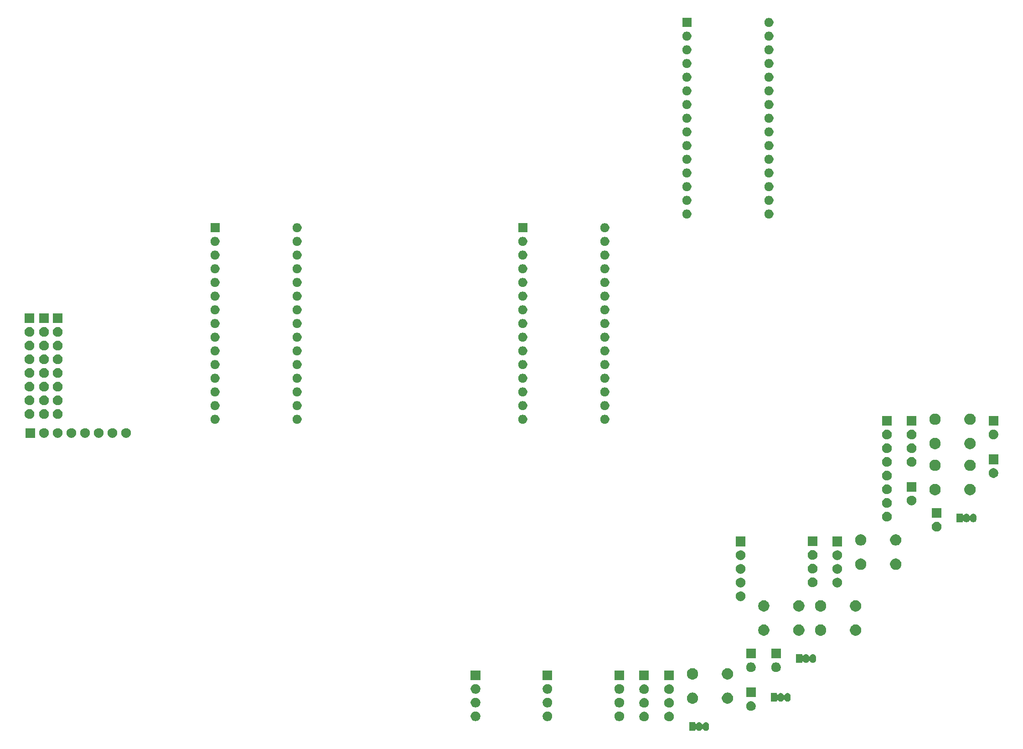
<source format=gbr>
G04 #@! TF.GenerationSoftware,KiCad,Pcbnew,5.1.5-52549c5~84~ubuntu18.04.1*
G04 #@! TF.CreationDate,2019-12-20T21:30:07+07:00*
G04 #@! TF.ProjectId,plate,706c6174-652e-46b6-9963-61645f706362,rev?*
G04 #@! TF.SameCoordinates,Original*
G04 #@! TF.FileFunction,Soldermask,Bot*
G04 #@! TF.FilePolarity,Negative*
%FSLAX46Y46*%
G04 Gerber Fmt 4.6, Leading zero omitted, Abs format (unit mm)*
G04 Created by KiCad (PCBNEW 5.1.5-52549c5~84~ubuntu18.04.1) date 2019-12-20 21:30:07*
%MOMM*%
%LPD*%
G04 APERTURE LIST*
%ADD10C,0.100000*%
G04 APERTURE END LIST*
D10*
G36*
X166232915Y-132437334D02*
G01*
X166341491Y-132470271D01*
X166341494Y-132470272D01*
X166377600Y-132489571D01*
X166441556Y-132523756D01*
X166529264Y-132595736D01*
X166601244Y-132683443D01*
X166635429Y-132747399D01*
X166654728Y-132783505D01*
X166654729Y-132783508D01*
X166687666Y-132892084D01*
X166696000Y-132976702D01*
X166696000Y-133483297D01*
X166687666Y-133567916D01*
X166655252Y-133674767D01*
X166654728Y-133676495D01*
X166644761Y-133695141D01*
X166601244Y-133776557D01*
X166529264Y-133864264D01*
X166441557Y-133936244D01*
X166377601Y-133970429D01*
X166341495Y-133989728D01*
X166341492Y-133989729D01*
X166232916Y-134022666D01*
X166120000Y-134033787D01*
X166007085Y-134022666D01*
X165898509Y-133989729D01*
X165898506Y-133989728D01*
X165862400Y-133970429D01*
X165798444Y-133936244D01*
X165710737Y-133864264D01*
X165638757Y-133776557D01*
X165595239Y-133695141D01*
X165581625Y-133674766D01*
X165564298Y-133657439D01*
X165543924Y-133643826D01*
X165521285Y-133634448D01*
X165497252Y-133629668D01*
X165472748Y-133629668D01*
X165448715Y-133634448D01*
X165426076Y-133643826D01*
X165405701Y-133657440D01*
X165388374Y-133674767D01*
X165374761Y-133695141D01*
X165331244Y-133776557D01*
X165259264Y-133864264D01*
X165171557Y-133936244D01*
X165107601Y-133970429D01*
X165071495Y-133989728D01*
X165071492Y-133989729D01*
X164962916Y-134022666D01*
X164850000Y-134033787D01*
X164737085Y-134022666D01*
X164628509Y-133989729D01*
X164628506Y-133989728D01*
X164592400Y-133970429D01*
X164528444Y-133936244D01*
X164440737Y-133864264D01*
X164377622Y-133787359D01*
X164360297Y-133770034D01*
X164339923Y-133756420D01*
X164317284Y-133747043D01*
X164293250Y-133742263D01*
X164268746Y-133742263D01*
X164244713Y-133747044D01*
X164222074Y-133756421D01*
X164201700Y-133770035D01*
X164184373Y-133787362D01*
X164170759Y-133807736D01*
X164161382Y-133830375D01*
X164156000Y-133866660D01*
X164156000Y-134031000D01*
X163004000Y-134031000D01*
X163004000Y-132429000D01*
X164156000Y-132429000D01*
X164156000Y-132593341D01*
X164158402Y-132617727D01*
X164165515Y-132641176D01*
X164177066Y-132662787D01*
X164192611Y-132681729D01*
X164211553Y-132697274D01*
X164233164Y-132708825D01*
X164256613Y-132715938D01*
X164280999Y-132718340D01*
X164305385Y-132715938D01*
X164328834Y-132708825D01*
X164350445Y-132697274D01*
X164369387Y-132681729D01*
X164377608Y-132672657D01*
X164440736Y-132595736D01*
X164528443Y-132523756D01*
X164592399Y-132489571D01*
X164628505Y-132470272D01*
X164628508Y-132470271D01*
X164737084Y-132437334D01*
X164850000Y-132426213D01*
X164962915Y-132437334D01*
X165071491Y-132470271D01*
X165071494Y-132470272D01*
X165107600Y-132489571D01*
X165171556Y-132523756D01*
X165259264Y-132595736D01*
X165331244Y-132683443D01*
X165374761Y-132764859D01*
X165388375Y-132785234D01*
X165405702Y-132802561D01*
X165426076Y-132816174D01*
X165448715Y-132825552D01*
X165472748Y-132830332D01*
X165497252Y-132830332D01*
X165521285Y-132825552D01*
X165543924Y-132816174D01*
X165564299Y-132802560D01*
X165581626Y-132785233D01*
X165595239Y-132764860D01*
X165638756Y-132683444D01*
X165710736Y-132595736D01*
X165798443Y-132523756D01*
X165862399Y-132489571D01*
X165898505Y-132470272D01*
X165898508Y-132470271D01*
X166007084Y-132437334D01*
X166120000Y-132426213D01*
X166232915Y-132437334D01*
G37*
G36*
X154733512Y-130473927D02*
G01*
X154882812Y-130503624D01*
X155046784Y-130571544D01*
X155194354Y-130670147D01*
X155319853Y-130795646D01*
X155418456Y-130943216D01*
X155486376Y-131107188D01*
X155521000Y-131281259D01*
X155521000Y-131458741D01*
X155486376Y-131632812D01*
X155418456Y-131796784D01*
X155319853Y-131944354D01*
X155194354Y-132069853D01*
X155046784Y-132168456D01*
X154882812Y-132236376D01*
X154733512Y-132266073D01*
X154708742Y-132271000D01*
X154531258Y-132271000D01*
X154506488Y-132266073D01*
X154357188Y-132236376D01*
X154193216Y-132168456D01*
X154045646Y-132069853D01*
X153920147Y-131944354D01*
X153821544Y-131796784D01*
X153753624Y-131632812D01*
X153719000Y-131458741D01*
X153719000Y-131281259D01*
X153753624Y-131107188D01*
X153821544Y-130943216D01*
X153920147Y-130795646D01*
X154045646Y-130670147D01*
X154193216Y-130571544D01*
X154357188Y-130503624D01*
X154506488Y-130473927D01*
X154531258Y-130469000D01*
X154708742Y-130469000D01*
X154733512Y-130473927D01*
G37*
G36*
X159383512Y-130473927D02*
G01*
X159532812Y-130503624D01*
X159696784Y-130571544D01*
X159844354Y-130670147D01*
X159969853Y-130795646D01*
X160068456Y-130943216D01*
X160136376Y-131107188D01*
X160171000Y-131281259D01*
X160171000Y-131458741D01*
X160136376Y-131632812D01*
X160068456Y-131796784D01*
X159969853Y-131944354D01*
X159844354Y-132069853D01*
X159696784Y-132168456D01*
X159532812Y-132236376D01*
X159383512Y-132266073D01*
X159358742Y-132271000D01*
X159181258Y-132271000D01*
X159156488Y-132266073D01*
X159007188Y-132236376D01*
X158843216Y-132168456D01*
X158695646Y-132069853D01*
X158570147Y-131944354D01*
X158471544Y-131796784D01*
X158403624Y-131632812D01*
X158369000Y-131458741D01*
X158369000Y-131281259D01*
X158403624Y-131107188D01*
X158471544Y-130943216D01*
X158570147Y-130795646D01*
X158695646Y-130670147D01*
X158843216Y-130571544D01*
X159007188Y-130503624D01*
X159156488Y-130473927D01*
X159181258Y-130469000D01*
X159358742Y-130469000D01*
X159383512Y-130473927D01*
G37*
G36*
X123433512Y-130423927D02*
G01*
X123582812Y-130453624D01*
X123746784Y-130521544D01*
X123894354Y-130620147D01*
X124019853Y-130745646D01*
X124118456Y-130893216D01*
X124186376Y-131057188D01*
X124221000Y-131231259D01*
X124221000Y-131408741D01*
X124186376Y-131582812D01*
X124118456Y-131746784D01*
X124019853Y-131894354D01*
X123894354Y-132019853D01*
X123746784Y-132118456D01*
X123582812Y-132186376D01*
X123433512Y-132216073D01*
X123408742Y-132221000D01*
X123231258Y-132221000D01*
X123206488Y-132216073D01*
X123057188Y-132186376D01*
X122893216Y-132118456D01*
X122745646Y-132019853D01*
X122620147Y-131894354D01*
X122521544Y-131746784D01*
X122453624Y-131582812D01*
X122419000Y-131408741D01*
X122419000Y-131231259D01*
X122453624Y-131057188D01*
X122521544Y-130893216D01*
X122620147Y-130745646D01*
X122745646Y-130620147D01*
X122893216Y-130521544D01*
X123057188Y-130453624D01*
X123206488Y-130423927D01*
X123231258Y-130419000D01*
X123408742Y-130419000D01*
X123433512Y-130423927D01*
G37*
G36*
X136783512Y-130423927D02*
G01*
X136932812Y-130453624D01*
X137096784Y-130521544D01*
X137244354Y-130620147D01*
X137369853Y-130745646D01*
X137468456Y-130893216D01*
X137536376Y-131057188D01*
X137571000Y-131231259D01*
X137571000Y-131408741D01*
X137536376Y-131582812D01*
X137468456Y-131746784D01*
X137369853Y-131894354D01*
X137244354Y-132019853D01*
X137096784Y-132118456D01*
X136932812Y-132186376D01*
X136783512Y-132216073D01*
X136758742Y-132221000D01*
X136581258Y-132221000D01*
X136556488Y-132216073D01*
X136407188Y-132186376D01*
X136243216Y-132118456D01*
X136095646Y-132019853D01*
X135970147Y-131894354D01*
X135871544Y-131746784D01*
X135803624Y-131582812D01*
X135769000Y-131408741D01*
X135769000Y-131231259D01*
X135803624Y-131057188D01*
X135871544Y-130893216D01*
X135970147Y-130745646D01*
X136095646Y-130620147D01*
X136243216Y-130521544D01*
X136407188Y-130453624D01*
X136556488Y-130423927D01*
X136581258Y-130419000D01*
X136758742Y-130419000D01*
X136783512Y-130423927D01*
G37*
G36*
X150133512Y-130423927D02*
G01*
X150282812Y-130453624D01*
X150446784Y-130521544D01*
X150594354Y-130620147D01*
X150719853Y-130745646D01*
X150818456Y-130893216D01*
X150886376Y-131057188D01*
X150921000Y-131231259D01*
X150921000Y-131408741D01*
X150886376Y-131582812D01*
X150818456Y-131746784D01*
X150719853Y-131894354D01*
X150594354Y-132019853D01*
X150446784Y-132118456D01*
X150282812Y-132186376D01*
X150133512Y-132216073D01*
X150108742Y-132221000D01*
X149931258Y-132221000D01*
X149906488Y-132216073D01*
X149757188Y-132186376D01*
X149593216Y-132118456D01*
X149445646Y-132019853D01*
X149320147Y-131894354D01*
X149221544Y-131746784D01*
X149153624Y-131582812D01*
X149119000Y-131408741D01*
X149119000Y-131231259D01*
X149153624Y-131057188D01*
X149221544Y-130893216D01*
X149320147Y-130745646D01*
X149445646Y-130620147D01*
X149593216Y-130521544D01*
X149757188Y-130453624D01*
X149906488Y-130423927D01*
X149931258Y-130419000D01*
X150108742Y-130419000D01*
X150133512Y-130423927D01*
G37*
G36*
X174583512Y-128523927D02*
G01*
X174732812Y-128553624D01*
X174896784Y-128621544D01*
X175044354Y-128720147D01*
X175169853Y-128845646D01*
X175268456Y-128993216D01*
X175336376Y-129157188D01*
X175371000Y-129331259D01*
X175371000Y-129508741D01*
X175336376Y-129682812D01*
X175268456Y-129846784D01*
X175169853Y-129994354D01*
X175044354Y-130119853D01*
X174896784Y-130218456D01*
X174732812Y-130286376D01*
X174583512Y-130316073D01*
X174558742Y-130321000D01*
X174381258Y-130321000D01*
X174356488Y-130316073D01*
X174207188Y-130286376D01*
X174043216Y-130218456D01*
X173895646Y-130119853D01*
X173770147Y-129994354D01*
X173671544Y-129846784D01*
X173603624Y-129682812D01*
X173569000Y-129508741D01*
X173569000Y-129331259D01*
X173603624Y-129157188D01*
X173671544Y-128993216D01*
X173770147Y-128845646D01*
X173895646Y-128720147D01*
X174043216Y-128621544D01*
X174207188Y-128553624D01*
X174356488Y-128523927D01*
X174381258Y-128519000D01*
X174558742Y-128519000D01*
X174583512Y-128523927D01*
G37*
G36*
X154733512Y-127933927D02*
G01*
X154882812Y-127963624D01*
X155046784Y-128031544D01*
X155194354Y-128130147D01*
X155319853Y-128255646D01*
X155418456Y-128403216D01*
X155486376Y-128567188D01*
X155521000Y-128741259D01*
X155521000Y-128918741D01*
X155486376Y-129092812D01*
X155418456Y-129256784D01*
X155319853Y-129404354D01*
X155194354Y-129529853D01*
X155046784Y-129628456D01*
X154882812Y-129696376D01*
X154733512Y-129726073D01*
X154708742Y-129731000D01*
X154531258Y-129731000D01*
X154506488Y-129726073D01*
X154357188Y-129696376D01*
X154193216Y-129628456D01*
X154045646Y-129529853D01*
X153920147Y-129404354D01*
X153821544Y-129256784D01*
X153753624Y-129092812D01*
X153719000Y-128918741D01*
X153719000Y-128741259D01*
X153753624Y-128567188D01*
X153821544Y-128403216D01*
X153920147Y-128255646D01*
X154045646Y-128130147D01*
X154193216Y-128031544D01*
X154357188Y-127963624D01*
X154506488Y-127933927D01*
X154531258Y-127929000D01*
X154708742Y-127929000D01*
X154733512Y-127933927D01*
G37*
G36*
X159383512Y-127933927D02*
G01*
X159532812Y-127963624D01*
X159696784Y-128031544D01*
X159844354Y-128130147D01*
X159969853Y-128255646D01*
X160068456Y-128403216D01*
X160136376Y-128567188D01*
X160171000Y-128741259D01*
X160171000Y-128918741D01*
X160136376Y-129092812D01*
X160068456Y-129256784D01*
X159969853Y-129404354D01*
X159844354Y-129529853D01*
X159696784Y-129628456D01*
X159532812Y-129696376D01*
X159383512Y-129726073D01*
X159358742Y-129731000D01*
X159181258Y-129731000D01*
X159156488Y-129726073D01*
X159007188Y-129696376D01*
X158843216Y-129628456D01*
X158695646Y-129529853D01*
X158570147Y-129404354D01*
X158471544Y-129256784D01*
X158403624Y-129092812D01*
X158369000Y-128918741D01*
X158369000Y-128741259D01*
X158403624Y-128567188D01*
X158471544Y-128403216D01*
X158570147Y-128255646D01*
X158695646Y-128130147D01*
X158843216Y-128031544D01*
X159007188Y-127963624D01*
X159156488Y-127933927D01*
X159181258Y-127929000D01*
X159358742Y-127929000D01*
X159383512Y-127933927D01*
G37*
G36*
X136783512Y-127883927D02*
G01*
X136932812Y-127913624D01*
X137096784Y-127981544D01*
X137244354Y-128080147D01*
X137369853Y-128205646D01*
X137468456Y-128353216D01*
X137536376Y-128517188D01*
X137571000Y-128691259D01*
X137571000Y-128868741D01*
X137536376Y-129042812D01*
X137468456Y-129206784D01*
X137369853Y-129354354D01*
X137244354Y-129479853D01*
X137096784Y-129578456D01*
X136932812Y-129646376D01*
X136783512Y-129676073D01*
X136758742Y-129681000D01*
X136581258Y-129681000D01*
X136556488Y-129676073D01*
X136407188Y-129646376D01*
X136243216Y-129578456D01*
X136095646Y-129479853D01*
X135970147Y-129354354D01*
X135871544Y-129206784D01*
X135803624Y-129042812D01*
X135769000Y-128868741D01*
X135769000Y-128691259D01*
X135803624Y-128517188D01*
X135871544Y-128353216D01*
X135970147Y-128205646D01*
X136095646Y-128080147D01*
X136243216Y-127981544D01*
X136407188Y-127913624D01*
X136556488Y-127883927D01*
X136581258Y-127879000D01*
X136758742Y-127879000D01*
X136783512Y-127883927D01*
G37*
G36*
X123433512Y-127883927D02*
G01*
X123582812Y-127913624D01*
X123746784Y-127981544D01*
X123894354Y-128080147D01*
X124019853Y-128205646D01*
X124118456Y-128353216D01*
X124186376Y-128517188D01*
X124221000Y-128691259D01*
X124221000Y-128868741D01*
X124186376Y-129042812D01*
X124118456Y-129206784D01*
X124019853Y-129354354D01*
X123894354Y-129479853D01*
X123746784Y-129578456D01*
X123582812Y-129646376D01*
X123433512Y-129676073D01*
X123408742Y-129681000D01*
X123231258Y-129681000D01*
X123206488Y-129676073D01*
X123057188Y-129646376D01*
X122893216Y-129578456D01*
X122745646Y-129479853D01*
X122620147Y-129354354D01*
X122521544Y-129206784D01*
X122453624Y-129042812D01*
X122419000Y-128868741D01*
X122419000Y-128691259D01*
X122453624Y-128517188D01*
X122521544Y-128353216D01*
X122620147Y-128205646D01*
X122745646Y-128080147D01*
X122893216Y-127981544D01*
X123057188Y-127913624D01*
X123206488Y-127883927D01*
X123231258Y-127879000D01*
X123408742Y-127879000D01*
X123433512Y-127883927D01*
G37*
G36*
X150133512Y-127883927D02*
G01*
X150282812Y-127913624D01*
X150446784Y-127981544D01*
X150594354Y-128080147D01*
X150719853Y-128205646D01*
X150818456Y-128353216D01*
X150886376Y-128517188D01*
X150921000Y-128691259D01*
X150921000Y-128868741D01*
X150886376Y-129042812D01*
X150818456Y-129206784D01*
X150719853Y-129354354D01*
X150594354Y-129479853D01*
X150446784Y-129578456D01*
X150282812Y-129646376D01*
X150133512Y-129676073D01*
X150108742Y-129681000D01*
X149931258Y-129681000D01*
X149906488Y-129676073D01*
X149757188Y-129646376D01*
X149593216Y-129578456D01*
X149445646Y-129479853D01*
X149320147Y-129354354D01*
X149221544Y-129206784D01*
X149153624Y-129042812D01*
X149119000Y-128868741D01*
X149119000Y-128691259D01*
X149153624Y-128517188D01*
X149221544Y-128353216D01*
X149320147Y-128205646D01*
X149445646Y-128080147D01*
X149593216Y-127981544D01*
X149757188Y-127913624D01*
X149906488Y-127883927D01*
X149931258Y-127879000D01*
X150108742Y-127879000D01*
X150133512Y-127883927D01*
G37*
G36*
X170426564Y-126939389D02*
G01*
X170617833Y-127018615D01*
X170617835Y-127018616D01*
X170789973Y-127133635D01*
X170936365Y-127280027D01*
X170993299Y-127365234D01*
X171051385Y-127452167D01*
X171130611Y-127643436D01*
X171171000Y-127846484D01*
X171171000Y-128053516D01*
X171130611Y-128256564D01*
X171052864Y-128444263D01*
X171051384Y-128447835D01*
X170936365Y-128619973D01*
X170789973Y-128766365D01*
X170617835Y-128881384D01*
X170617834Y-128881385D01*
X170617833Y-128881385D01*
X170426564Y-128960611D01*
X170223516Y-129001000D01*
X170016484Y-129001000D01*
X169813436Y-128960611D01*
X169622167Y-128881385D01*
X169622166Y-128881385D01*
X169622165Y-128881384D01*
X169450027Y-128766365D01*
X169303635Y-128619973D01*
X169188616Y-128447835D01*
X169187136Y-128444263D01*
X169109389Y-128256564D01*
X169069000Y-128053516D01*
X169069000Y-127846484D01*
X169109389Y-127643436D01*
X169188615Y-127452167D01*
X169246702Y-127365234D01*
X169303635Y-127280027D01*
X169450027Y-127133635D01*
X169622165Y-127018616D01*
X169622167Y-127018615D01*
X169813436Y-126939389D01*
X170016484Y-126899000D01*
X170223516Y-126899000D01*
X170426564Y-126939389D01*
G37*
G36*
X163926564Y-126939389D02*
G01*
X164117833Y-127018615D01*
X164117835Y-127018616D01*
X164289973Y-127133635D01*
X164436365Y-127280027D01*
X164493299Y-127365234D01*
X164551385Y-127452167D01*
X164630611Y-127643436D01*
X164671000Y-127846484D01*
X164671000Y-128053516D01*
X164630611Y-128256564D01*
X164552864Y-128444263D01*
X164551384Y-128447835D01*
X164436365Y-128619973D01*
X164289973Y-128766365D01*
X164117835Y-128881384D01*
X164117834Y-128881385D01*
X164117833Y-128881385D01*
X163926564Y-128960611D01*
X163723516Y-129001000D01*
X163516484Y-129001000D01*
X163313436Y-128960611D01*
X163122167Y-128881385D01*
X163122166Y-128881385D01*
X163122165Y-128881384D01*
X162950027Y-128766365D01*
X162803635Y-128619973D01*
X162688616Y-128447835D01*
X162687136Y-128444263D01*
X162609389Y-128256564D01*
X162569000Y-128053516D01*
X162569000Y-127846484D01*
X162609389Y-127643436D01*
X162688615Y-127452167D01*
X162746702Y-127365234D01*
X162803635Y-127280027D01*
X162950027Y-127133635D01*
X163122165Y-127018616D01*
X163122167Y-127018615D01*
X163313436Y-126939389D01*
X163516484Y-126899000D01*
X163723516Y-126899000D01*
X163926564Y-126939389D01*
G37*
G36*
X181382915Y-127017334D02*
G01*
X181491491Y-127050271D01*
X181491494Y-127050272D01*
X181527600Y-127069571D01*
X181591556Y-127103756D01*
X181679264Y-127175736D01*
X181751244Y-127263443D01*
X181785429Y-127327399D01*
X181804728Y-127363505D01*
X181804729Y-127363508D01*
X181837666Y-127472084D01*
X181846000Y-127556702D01*
X181846000Y-128063297D01*
X181837666Y-128147916D01*
X181805252Y-128254767D01*
X181804728Y-128256495D01*
X181794761Y-128275141D01*
X181751244Y-128356557D01*
X181679264Y-128444264D01*
X181591557Y-128516244D01*
X181527601Y-128550429D01*
X181491495Y-128569728D01*
X181491492Y-128569729D01*
X181382916Y-128602666D01*
X181270000Y-128613787D01*
X181157085Y-128602666D01*
X181048509Y-128569729D01*
X181048506Y-128569728D01*
X181012400Y-128550429D01*
X180948444Y-128516244D01*
X180860737Y-128444264D01*
X180788757Y-128356557D01*
X180745239Y-128275141D01*
X180731625Y-128254766D01*
X180714298Y-128237439D01*
X180693924Y-128223826D01*
X180671285Y-128214448D01*
X180647252Y-128209668D01*
X180622748Y-128209668D01*
X180598715Y-128214448D01*
X180576076Y-128223826D01*
X180555701Y-128237440D01*
X180538374Y-128254767D01*
X180524761Y-128275141D01*
X180481244Y-128356557D01*
X180409264Y-128444264D01*
X180321557Y-128516244D01*
X180257601Y-128550429D01*
X180221495Y-128569728D01*
X180221492Y-128569729D01*
X180112916Y-128602666D01*
X180000000Y-128613787D01*
X179887085Y-128602666D01*
X179778509Y-128569729D01*
X179778506Y-128569728D01*
X179742400Y-128550429D01*
X179678444Y-128516244D01*
X179590737Y-128444264D01*
X179527622Y-128367359D01*
X179510297Y-128350034D01*
X179489923Y-128336420D01*
X179467284Y-128327043D01*
X179443250Y-128322263D01*
X179418746Y-128322263D01*
X179394713Y-128327044D01*
X179372074Y-128336421D01*
X179351700Y-128350035D01*
X179334373Y-128367362D01*
X179320759Y-128387736D01*
X179311382Y-128410375D01*
X179306000Y-128446660D01*
X179306000Y-128611000D01*
X178154000Y-128611000D01*
X178154000Y-127009000D01*
X179306000Y-127009000D01*
X179306000Y-127173341D01*
X179308402Y-127197727D01*
X179315515Y-127221176D01*
X179327066Y-127242787D01*
X179342611Y-127261729D01*
X179361553Y-127277274D01*
X179383164Y-127288825D01*
X179406613Y-127295938D01*
X179430999Y-127298340D01*
X179455385Y-127295938D01*
X179478834Y-127288825D01*
X179500445Y-127277274D01*
X179519387Y-127261729D01*
X179527608Y-127252657D01*
X179590736Y-127175736D01*
X179678443Y-127103756D01*
X179742399Y-127069571D01*
X179778505Y-127050272D01*
X179778508Y-127050271D01*
X179887084Y-127017334D01*
X180000000Y-127006213D01*
X180112915Y-127017334D01*
X180221491Y-127050271D01*
X180221494Y-127050272D01*
X180257600Y-127069571D01*
X180321556Y-127103756D01*
X180409264Y-127175736D01*
X180481244Y-127263443D01*
X180524761Y-127344859D01*
X180538375Y-127365234D01*
X180555702Y-127382561D01*
X180576076Y-127396174D01*
X180598715Y-127405552D01*
X180622748Y-127410332D01*
X180647252Y-127410332D01*
X180671285Y-127405552D01*
X180693924Y-127396174D01*
X180714299Y-127382560D01*
X180731626Y-127365233D01*
X180745239Y-127344860D01*
X180788756Y-127263444D01*
X180860736Y-127175736D01*
X180948443Y-127103756D01*
X181012399Y-127069571D01*
X181048505Y-127050272D01*
X181048508Y-127050271D01*
X181157084Y-127017334D01*
X181270000Y-127006213D01*
X181382915Y-127017334D01*
G37*
G36*
X175371000Y-127781000D02*
G01*
X173569000Y-127781000D01*
X173569000Y-125979000D01*
X175371000Y-125979000D01*
X175371000Y-127781000D01*
G37*
G36*
X154733512Y-125393927D02*
G01*
X154882812Y-125423624D01*
X155046784Y-125491544D01*
X155194354Y-125590147D01*
X155319853Y-125715646D01*
X155418456Y-125863216D01*
X155486376Y-126027188D01*
X155521000Y-126201259D01*
X155521000Y-126378741D01*
X155486376Y-126552812D01*
X155418456Y-126716784D01*
X155319853Y-126864354D01*
X155194354Y-126989853D01*
X155046784Y-127088456D01*
X154882812Y-127156376D01*
X154733512Y-127186073D01*
X154708742Y-127191000D01*
X154531258Y-127191000D01*
X154506488Y-127186073D01*
X154357188Y-127156376D01*
X154193216Y-127088456D01*
X154045646Y-126989853D01*
X153920147Y-126864354D01*
X153821544Y-126716784D01*
X153753624Y-126552812D01*
X153719000Y-126378741D01*
X153719000Y-126201259D01*
X153753624Y-126027188D01*
X153821544Y-125863216D01*
X153920147Y-125715646D01*
X154045646Y-125590147D01*
X154193216Y-125491544D01*
X154357188Y-125423624D01*
X154506488Y-125393927D01*
X154531258Y-125389000D01*
X154708742Y-125389000D01*
X154733512Y-125393927D01*
G37*
G36*
X159383512Y-125393927D02*
G01*
X159532812Y-125423624D01*
X159696784Y-125491544D01*
X159844354Y-125590147D01*
X159969853Y-125715646D01*
X160068456Y-125863216D01*
X160136376Y-126027188D01*
X160171000Y-126201259D01*
X160171000Y-126378741D01*
X160136376Y-126552812D01*
X160068456Y-126716784D01*
X159969853Y-126864354D01*
X159844354Y-126989853D01*
X159696784Y-127088456D01*
X159532812Y-127156376D01*
X159383512Y-127186073D01*
X159358742Y-127191000D01*
X159181258Y-127191000D01*
X159156488Y-127186073D01*
X159007188Y-127156376D01*
X158843216Y-127088456D01*
X158695646Y-126989853D01*
X158570147Y-126864354D01*
X158471544Y-126716784D01*
X158403624Y-126552812D01*
X158369000Y-126378741D01*
X158369000Y-126201259D01*
X158403624Y-126027188D01*
X158471544Y-125863216D01*
X158570147Y-125715646D01*
X158695646Y-125590147D01*
X158843216Y-125491544D01*
X159007188Y-125423624D01*
X159156488Y-125393927D01*
X159181258Y-125389000D01*
X159358742Y-125389000D01*
X159383512Y-125393927D01*
G37*
G36*
X136783512Y-125343927D02*
G01*
X136932812Y-125373624D01*
X137096784Y-125441544D01*
X137244354Y-125540147D01*
X137369853Y-125665646D01*
X137468456Y-125813216D01*
X137536376Y-125977188D01*
X137571000Y-126151259D01*
X137571000Y-126328741D01*
X137536376Y-126502812D01*
X137468456Y-126666784D01*
X137369853Y-126814354D01*
X137244354Y-126939853D01*
X137096784Y-127038456D01*
X136932812Y-127106376D01*
X136795768Y-127133635D01*
X136758742Y-127141000D01*
X136581258Y-127141000D01*
X136544232Y-127133635D01*
X136407188Y-127106376D01*
X136243216Y-127038456D01*
X136095646Y-126939853D01*
X135970147Y-126814354D01*
X135871544Y-126666784D01*
X135803624Y-126502812D01*
X135769000Y-126328741D01*
X135769000Y-126151259D01*
X135803624Y-125977188D01*
X135871544Y-125813216D01*
X135970147Y-125665646D01*
X136095646Y-125540147D01*
X136243216Y-125441544D01*
X136407188Y-125373624D01*
X136556488Y-125343927D01*
X136581258Y-125339000D01*
X136758742Y-125339000D01*
X136783512Y-125343927D01*
G37*
G36*
X123433512Y-125343927D02*
G01*
X123582812Y-125373624D01*
X123746784Y-125441544D01*
X123894354Y-125540147D01*
X124019853Y-125665646D01*
X124118456Y-125813216D01*
X124186376Y-125977188D01*
X124221000Y-126151259D01*
X124221000Y-126328741D01*
X124186376Y-126502812D01*
X124118456Y-126666784D01*
X124019853Y-126814354D01*
X123894354Y-126939853D01*
X123746784Y-127038456D01*
X123582812Y-127106376D01*
X123445768Y-127133635D01*
X123408742Y-127141000D01*
X123231258Y-127141000D01*
X123194232Y-127133635D01*
X123057188Y-127106376D01*
X122893216Y-127038456D01*
X122745646Y-126939853D01*
X122620147Y-126814354D01*
X122521544Y-126666784D01*
X122453624Y-126502812D01*
X122419000Y-126328741D01*
X122419000Y-126151259D01*
X122453624Y-125977188D01*
X122521544Y-125813216D01*
X122620147Y-125665646D01*
X122745646Y-125540147D01*
X122893216Y-125441544D01*
X123057188Y-125373624D01*
X123206488Y-125343927D01*
X123231258Y-125339000D01*
X123408742Y-125339000D01*
X123433512Y-125343927D01*
G37*
G36*
X150133512Y-125343927D02*
G01*
X150282812Y-125373624D01*
X150446784Y-125441544D01*
X150594354Y-125540147D01*
X150719853Y-125665646D01*
X150818456Y-125813216D01*
X150886376Y-125977188D01*
X150921000Y-126151259D01*
X150921000Y-126328741D01*
X150886376Y-126502812D01*
X150818456Y-126666784D01*
X150719853Y-126814354D01*
X150594354Y-126939853D01*
X150446784Y-127038456D01*
X150282812Y-127106376D01*
X150145768Y-127133635D01*
X150108742Y-127141000D01*
X149931258Y-127141000D01*
X149894232Y-127133635D01*
X149757188Y-127106376D01*
X149593216Y-127038456D01*
X149445646Y-126939853D01*
X149320147Y-126814354D01*
X149221544Y-126666784D01*
X149153624Y-126502812D01*
X149119000Y-126328741D01*
X149119000Y-126151259D01*
X149153624Y-125977188D01*
X149221544Y-125813216D01*
X149320147Y-125665646D01*
X149445646Y-125540147D01*
X149593216Y-125441544D01*
X149757188Y-125373624D01*
X149906488Y-125343927D01*
X149931258Y-125339000D01*
X150108742Y-125339000D01*
X150133512Y-125343927D01*
G37*
G36*
X160171000Y-124651000D02*
G01*
X158369000Y-124651000D01*
X158369000Y-122849000D01*
X160171000Y-122849000D01*
X160171000Y-124651000D01*
G37*
G36*
X155521000Y-124651000D02*
G01*
X153719000Y-124651000D01*
X153719000Y-122849000D01*
X155521000Y-122849000D01*
X155521000Y-124651000D01*
G37*
G36*
X150921000Y-124601000D02*
G01*
X149119000Y-124601000D01*
X149119000Y-122799000D01*
X150921000Y-122799000D01*
X150921000Y-124601000D01*
G37*
G36*
X137571000Y-124601000D02*
G01*
X135769000Y-124601000D01*
X135769000Y-122799000D01*
X137571000Y-122799000D01*
X137571000Y-124601000D01*
G37*
G36*
X124221000Y-124601000D02*
G01*
X122419000Y-124601000D01*
X122419000Y-122799000D01*
X124221000Y-122799000D01*
X124221000Y-124601000D01*
G37*
G36*
X170426564Y-122439389D02*
G01*
X170617833Y-122518615D01*
X170617835Y-122518616D01*
X170789973Y-122633635D01*
X170936365Y-122780027D01*
X171051385Y-122952167D01*
X171130611Y-123143436D01*
X171171000Y-123346484D01*
X171171000Y-123553516D01*
X171130611Y-123756564D01*
X171051385Y-123947833D01*
X171051384Y-123947835D01*
X170936365Y-124119973D01*
X170789973Y-124266365D01*
X170617835Y-124381384D01*
X170617834Y-124381385D01*
X170617833Y-124381385D01*
X170426564Y-124460611D01*
X170223516Y-124501000D01*
X170016484Y-124501000D01*
X169813436Y-124460611D01*
X169622167Y-124381385D01*
X169622166Y-124381385D01*
X169622165Y-124381384D01*
X169450027Y-124266365D01*
X169303635Y-124119973D01*
X169188616Y-123947835D01*
X169188615Y-123947833D01*
X169109389Y-123756564D01*
X169069000Y-123553516D01*
X169069000Y-123346484D01*
X169109389Y-123143436D01*
X169188615Y-122952167D01*
X169303635Y-122780027D01*
X169450027Y-122633635D01*
X169622165Y-122518616D01*
X169622167Y-122518615D01*
X169813436Y-122439389D01*
X170016484Y-122399000D01*
X170223516Y-122399000D01*
X170426564Y-122439389D01*
G37*
G36*
X163926564Y-122439389D02*
G01*
X164117833Y-122518615D01*
X164117835Y-122518616D01*
X164289973Y-122633635D01*
X164436365Y-122780027D01*
X164551385Y-122952167D01*
X164630611Y-123143436D01*
X164671000Y-123346484D01*
X164671000Y-123553516D01*
X164630611Y-123756564D01*
X164551385Y-123947833D01*
X164551384Y-123947835D01*
X164436365Y-124119973D01*
X164289973Y-124266365D01*
X164117835Y-124381384D01*
X164117834Y-124381385D01*
X164117833Y-124381385D01*
X163926564Y-124460611D01*
X163723516Y-124501000D01*
X163516484Y-124501000D01*
X163313436Y-124460611D01*
X163122167Y-124381385D01*
X163122166Y-124381385D01*
X163122165Y-124381384D01*
X162950027Y-124266365D01*
X162803635Y-124119973D01*
X162688616Y-123947835D01*
X162688615Y-123947833D01*
X162609389Y-123756564D01*
X162569000Y-123553516D01*
X162569000Y-123346484D01*
X162609389Y-123143436D01*
X162688615Y-122952167D01*
X162803635Y-122780027D01*
X162950027Y-122633635D01*
X163122165Y-122518616D01*
X163122167Y-122518615D01*
X163313436Y-122439389D01*
X163516484Y-122399000D01*
X163723516Y-122399000D01*
X163926564Y-122439389D01*
G37*
G36*
X174583512Y-121323927D02*
G01*
X174732812Y-121353624D01*
X174896784Y-121421544D01*
X175044354Y-121520147D01*
X175169853Y-121645646D01*
X175268456Y-121793216D01*
X175336376Y-121957188D01*
X175371000Y-122131259D01*
X175371000Y-122308741D01*
X175336376Y-122482812D01*
X175268456Y-122646784D01*
X175169853Y-122794354D01*
X175044354Y-122919853D01*
X174896784Y-123018456D01*
X174732812Y-123086376D01*
X174583512Y-123116073D01*
X174558742Y-123121000D01*
X174381258Y-123121000D01*
X174356488Y-123116073D01*
X174207188Y-123086376D01*
X174043216Y-123018456D01*
X173895646Y-122919853D01*
X173770147Y-122794354D01*
X173671544Y-122646784D01*
X173603624Y-122482812D01*
X173569000Y-122308741D01*
X173569000Y-122131259D01*
X173603624Y-121957188D01*
X173671544Y-121793216D01*
X173770147Y-121645646D01*
X173895646Y-121520147D01*
X174043216Y-121421544D01*
X174207188Y-121353624D01*
X174356488Y-121323927D01*
X174381258Y-121319000D01*
X174558742Y-121319000D01*
X174583512Y-121323927D01*
G37*
G36*
X179233512Y-121323927D02*
G01*
X179382812Y-121353624D01*
X179546784Y-121421544D01*
X179694354Y-121520147D01*
X179819853Y-121645646D01*
X179918456Y-121793216D01*
X179986376Y-121957188D01*
X180021000Y-122131259D01*
X180021000Y-122308741D01*
X179986376Y-122482812D01*
X179918456Y-122646784D01*
X179819853Y-122794354D01*
X179694354Y-122919853D01*
X179546784Y-123018456D01*
X179382812Y-123086376D01*
X179233512Y-123116073D01*
X179208742Y-123121000D01*
X179031258Y-123121000D01*
X179006488Y-123116073D01*
X178857188Y-123086376D01*
X178693216Y-123018456D01*
X178545646Y-122919853D01*
X178420147Y-122794354D01*
X178321544Y-122646784D01*
X178253624Y-122482812D01*
X178219000Y-122308741D01*
X178219000Y-122131259D01*
X178253624Y-121957188D01*
X178321544Y-121793216D01*
X178420147Y-121645646D01*
X178545646Y-121520147D01*
X178693216Y-121421544D01*
X178857188Y-121353624D01*
X179006488Y-121323927D01*
X179031258Y-121319000D01*
X179208742Y-121319000D01*
X179233512Y-121323927D01*
G37*
G36*
X186082915Y-119817334D02*
G01*
X186191491Y-119850271D01*
X186191494Y-119850272D01*
X186227600Y-119869571D01*
X186291556Y-119903756D01*
X186379264Y-119975736D01*
X186451244Y-120063443D01*
X186485429Y-120127399D01*
X186504728Y-120163505D01*
X186504729Y-120163508D01*
X186537666Y-120272084D01*
X186546000Y-120356702D01*
X186546000Y-120863297D01*
X186537666Y-120947916D01*
X186505252Y-121054767D01*
X186504728Y-121056495D01*
X186494761Y-121075141D01*
X186451244Y-121156557D01*
X186379264Y-121244264D01*
X186291557Y-121316244D01*
X186227601Y-121350429D01*
X186191495Y-121369728D01*
X186191492Y-121369729D01*
X186082916Y-121402666D01*
X185970000Y-121413787D01*
X185857085Y-121402666D01*
X185748509Y-121369729D01*
X185748506Y-121369728D01*
X185712400Y-121350429D01*
X185648444Y-121316244D01*
X185560737Y-121244264D01*
X185488757Y-121156557D01*
X185445239Y-121075141D01*
X185431625Y-121054766D01*
X185414298Y-121037439D01*
X185393924Y-121023826D01*
X185371285Y-121014448D01*
X185347252Y-121009668D01*
X185322748Y-121009668D01*
X185298715Y-121014448D01*
X185276076Y-121023826D01*
X185255701Y-121037440D01*
X185238374Y-121054767D01*
X185224761Y-121075141D01*
X185181244Y-121156557D01*
X185109264Y-121244264D01*
X185021557Y-121316244D01*
X184957601Y-121350429D01*
X184921495Y-121369728D01*
X184921492Y-121369729D01*
X184812916Y-121402666D01*
X184700000Y-121413787D01*
X184587085Y-121402666D01*
X184478509Y-121369729D01*
X184478506Y-121369728D01*
X184442400Y-121350429D01*
X184378444Y-121316244D01*
X184290737Y-121244264D01*
X184227622Y-121167359D01*
X184210297Y-121150034D01*
X184189923Y-121136420D01*
X184167284Y-121127043D01*
X184143250Y-121122263D01*
X184118746Y-121122263D01*
X184094713Y-121127044D01*
X184072074Y-121136421D01*
X184051700Y-121150035D01*
X184034373Y-121167362D01*
X184020759Y-121187736D01*
X184011382Y-121210375D01*
X184006000Y-121246660D01*
X184006000Y-121411000D01*
X182854000Y-121411000D01*
X182854000Y-119809000D01*
X184006000Y-119809000D01*
X184006000Y-119973341D01*
X184008402Y-119997727D01*
X184015515Y-120021176D01*
X184027066Y-120042787D01*
X184042611Y-120061729D01*
X184061553Y-120077274D01*
X184083164Y-120088825D01*
X184106613Y-120095938D01*
X184130999Y-120098340D01*
X184155385Y-120095938D01*
X184178834Y-120088825D01*
X184200445Y-120077274D01*
X184219387Y-120061729D01*
X184227608Y-120052657D01*
X184290736Y-119975736D01*
X184378443Y-119903756D01*
X184442399Y-119869571D01*
X184478505Y-119850272D01*
X184478508Y-119850271D01*
X184587084Y-119817334D01*
X184700000Y-119806213D01*
X184812915Y-119817334D01*
X184921491Y-119850271D01*
X184921494Y-119850272D01*
X184957600Y-119869571D01*
X185021556Y-119903756D01*
X185109264Y-119975736D01*
X185181244Y-120063443D01*
X185224761Y-120144859D01*
X185238375Y-120165234D01*
X185255702Y-120182561D01*
X185276076Y-120196174D01*
X185298715Y-120205552D01*
X185322748Y-120210332D01*
X185347252Y-120210332D01*
X185371285Y-120205552D01*
X185393924Y-120196174D01*
X185414299Y-120182560D01*
X185431626Y-120165233D01*
X185445239Y-120144860D01*
X185488756Y-120063444D01*
X185560736Y-119975736D01*
X185648443Y-119903756D01*
X185712399Y-119869571D01*
X185748505Y-119850272D01*
X185748508Y-119850271D01*
X185857084Y-119817334D01*
X185970000Y-119806213D01*
X186082915Y-119817334D01*
G37*
G36*
X175371000Y-120581000D02*
G01*
X173569000Y-120581000D01*
X173569000Y-118779000D01*
X175371000Y-118779000D01*
X175371000Y-120581000D01*
G37*
G36*
X180021000Y-120581000D02*
G01*
X178219000Y-120581000D01*
X178219000Y-118779000D01*
X180021000Y-118779000D01*
X180021000Y-120581000D01*
G37*
G36*
X187716564Y-114319389D02*
G01*
X187907833Y-114398615D01*
X187907835Y-114398616D01*
X188079973Y-114513635D01*
X188226365Y-114660027D01*
X188341385Y-114832167D01*
X188420611Y-115023436D01*
X188461000Y-115226484D01*
X188461000Y-115433516D01*
X188420611Y-115636564D01*
X188341385Y-115827833D01*
X188341384Y-115827835D01*
X188226365Y-115999973D01*
X188079973Y-116146365D01*
X187907835Y-116261384D01*
X187907834Y-116261385D01*
X187907833Y-116261385D01*
X187716564Y-116340611D01*
X187513516Y-116381000D01*
X187306484Y-116381000D01*
X187103436Y-116340611D01*
X186912167Y-116261385D01*
X186912166Y-116261385D01*
X186912165Y-116261384D01*
X186740027Y-116146365D01*
X186593635Y-115999973D01*
X186478616Y-115827835D01*
X186478615Y-115827833D01*
X186399389Y-115636564D01*
X186359000Y-115433516D01*
X186359000Y-115226484D01*
X186399389Y-115023436D01*
X186478615Y-114832167D01*
X186593635Y-114660027D01*
X186740027Y-114513635D01*
X186912165Y-114398616D01*
X186912167Y-114398615D01*
X187103436Y-114319389D01*
X187306484Y-114279000D01*
X187513516Y-114279000D01*
X187716564Y-114319389D01*
G37*
G36*
X194216564Y-114319389D02*
G01*
X194407833Y-114398615D01*
X194407835Y-114398616D01*
X194579973Y-114513635D01*
X194726365Y-114660027D01*
X194841385Y-114832167D01*
X194920611Y-115023436D01*
X194961000Y-115226484D01*
X194961000Y-115433516D01*
X194920611Y-115636564D01*
X194841385Y-115827833D01*
X194841384Y-115827835D01*
X194726365Y-115999973D01*
X194579973Y-116146365D01*
X194407835Y-116261384D01*
X194407834Y-116261385D01*
X194407833Y-116261385D01*
X194216564Y-116340611D01*
X194013516Y-116381000D01*
X193806484Y-116381000D01*
X193603436Y-116340611D01*
X193412167Y-116261385D01*
X193412166Y-116261385D01*
X193412165Y-116261384D01*
X193240027Y-116146365D01*
X193093635Y-115999973D01*
X192978616Y-115827835D01*
X192978615Y-115827833D01*
X192899389Y-115636564D01*
X192859000Y-115433516D01*
X192859000Y-115226484D01*
X192899389Y-115023436D01*
X192978615Y-114832167D01*
X193093635Y-114660027D01*
X193240027Y-114513635D01*
X193412165Y-114398616D01*
X193412167Y-114398615D01*
X193603436Y-114319389D01*
X193806484Y-114279000D01*
X194013516Y-114279000D01*
X194216564Y-114319389D01*
G37*
G36*
X183666564Y-114319389D02*
G01*
X183857833Y-114398615D01*
X183857835Y-114398616D01*
X184029973Y-114513635D01*
X184176365Y-114660027D01*
X184291385Y-114832167D01*
X184370611Y-115023436D01*
X184411000Y-115226484D01*
X184411000Y-115433516D01*
X184370611Y-115636564D01*
X184291385Y-115827833D01*
X184291384Y-115827835D01*
X184176365Y-115999973D01*
X184029973Y-116146365D01*
X183857835Y-116261384D01*
X183857834Y-116261385D01*
X183857833Y-116261385D01*
X183666564Y-116340611D01*
X183463516Y-116381000D01*
X183256484Y-116381000D01*
X183053436Y-116340611D01*
X182862167Y-116261385D01*
X182862166Y-116261385D01*
X182862165Y-116261384D01*
X182690027Y-116146365D01*
X182543635Y-115999973D01*
X182428616Y-115827835D01*
X182428615Y-115827833D01*
X182349389Y-115636564D01*
X182309000Y-115433516D01*
X182309000Y-115226484D01*
X182349389Y-115023436D01*
X182428615Y-114832167D01*
X182543635Y-114660027D01*
X182690027Y-114513635D01*
X182862165Y-114398616D01*
X182862167Y-114398615D01*
X183053436Y-114319389D01*
X183256484Y-114279000D01*
X183463516Y-114279000D01*
X183666564Y-114319389D01*
G37*
G36*
X177166564Y-114319389D02*
G01*
X177357833Y-114398615D01*
X177357835Y-114398616D01*
X177529973Y-114513635D01*
X177676365Y-114660027D01*
X177791385Y-114832167D01*
X177870611Y-115023436D01*
X177911000Y-115226484D01*
X177911000Y-115433516D01*
X177870611Y-115636564D01*
X177791385Y-115827833D01*
X177791384Y-115827835D01*
X177676365Y-115999973D01*
X177529973Y-116146365D01*
X177357835Y-116261384D01*
X177357834Y-116261385D01*
X177357833Y-116261385D01*
X177166564Y-116340611D01*
X176963516Y-116381000D01*
X176756484Y-116381000D01*
X176553436Y-116340611D01*
X176362167Y-116261385D01*
X176362166Y-116261385D01*
X176362165Y-116261384D01*
X176190027Y-116146365D01*
X176043635Y-115999973D01*
X175928616Y-115827835D01*
X175928615Y-115827833D01*
X175849389Y-115636564D01*
X175809000Y-115433516D01*
X175809000Y-115226484D01*
X175849389Y-115023436D01*
X175928615Y-114832167D01*
X176043635Y-114660027D01*
X176190027Y-114513635D01*
X176362165Y-114398616D01*
X176362167Y-114398615D01*
X176553436Y-114319389D01*
X176756484Y-114279000D01*
X176963516Y-114279000D01*
X177166564Y-114319389D01*
G37*
G36*
X183666564Y-109819389D02*
G01*
X183857833Y-109898615D01*
X183857835Y-109898616D01*
X183921267Y-109941000D01*
X184029973Y-110013635D01*
X184176365Y-110160027D01*
X184291385Y-110332167D01*
X184370611Y-110523436D01*
X184411000Y-110726484D01*
X184411000Y-110933516D01*
X184370611Y-111136564D01*
X184291385Y-111327833D01*
X184291384Y-111327835D01*
X184176365Y-111499973D01*
X184029973Y-111646365D01*
X183857835Y-111761384D01*
X183857834Y-111761385D01*
X183857833Y-111761385D01*
X183666564Y-111840611D01*
X183463516Y-111881000D01*
X183256484Y-111881000D01*
X183053436Y-111840611D01*
X182862167Y-111761385D01*
X182862166Y-111761385D01*
X182862165Y-111761384D01*
X182690027Y-111646365D01*
X182543635Y-111499973D01*
X182428616Y-111327835D01*
X182428615Y-111327833D01*
X182349389Y-111136564D01*
X182309000Y-110933516D01*
X182309000Y-110726484D01*
X182349389Y-110523436D01*
X182428615Y-110332167D01*
X182543635Y-110160027D01*
X182690027Y-110013635D01*
X182798733Y-109941000D01*
X182862165Y-109898616D01*
X182862167Y-109898615D01*
X183053436Y-109819389D01*
X183256484Y-109779000D01*
X183463516Y-109779000D01*
X183666564Y-109819389D01*
G37*
G36*
X177166564Y-109819389D02*
G01*
X177357833Y-109898615D01*
X177357835Y-109898616D01*
X177421267Y-109941000D01*
X177529973Y-110013635D01*
X177676365Y-110160027D01*
X177791385Y-110332167D01*
X177870611Y-110523436D01*
X177911000Y-110726484D01*
X177911000Y-110933516D01*
X177870611Y-111136564D01*
X177791385Y-111327833D01*
X177791384Y-111327835D01*
X177676365Y-111499973D01*
X177529973Y-111646365D01*
X177357835Y-111761384D01*
X177357834Y-111761385D01*
X177357833Y-111761385D01*
X177166564Y-111840611D01*
X176963516Y-111881000D01*
X176756484Y-111881000D01*
X176553436Y-111840611D01*
X176362167Y-111761385D01*
X176362166Y-111761385D01*
X176362165Y-111761384D01*
X176190027Y-111646365D01*
X176043635Y-111499973D01*
X175928616Y-111327835D01*
X175928615Y-111327833D01*
X175849389Y-111136564D01*
X175809000Y-110933516D01*
X175809000Y-110726484D01*
X175849389Y-110523436D01*
X175928615Y-110332167D01*
X176043635Y-110160027D01*
X176190027Y-110013635D01*
X176298733Y-109941000D01*
X176362165Y-109898616D01*
X176362167Y-109898615D01*
X176553436Y-109819389D01*
X176756484Y-109779000D01*
X176963516Y-109779000D01*
X177166564Y-109819389D01*
G37*
G36*
X187716564Y-109819389D02*
G01*
X187907833Y-109898615D01*
X187907835Y-109898616D01*
X187971267Y-109941000D01*
X188079973Y-110013635D01*
X188226365Y-110160027D01*
X188341385Y-110332167D01*
X188420611Y-110523436D01*
X188461000Y-110726484D01*
X188461000Y-110933516D01*
X188420611Y-111136564D01*
X188341385Y-111327833D01*
X188341384Y-111327835D01*
X188226365Y-111499973D01*
X188079973Y-111646365D01*
X187907835Y-111761384D01*
X187907834Y-111761385D01*
X187907833Y-111761385D01*
X187716564Y-111840611D01*
X187513516Y-111881000D01*
X187306484Y-111881000D01*
X187103436Y-111840611D01*
X186912167Y-111761385D01*
X186912166Y-111761385D01*
X186912165Y-111761384D01*
X186740027Y-111646365D01*
X186593635Y-111499973D01*
X186478616Y-111327835D01*
X186478615Y-111327833D01*
X186399389Y-111136564D01*
X186359000Y-110933516D01*
X186359000Y-110726484D01*
X186399389Y-110523436D01*
X186478615Y-110332167D01*
X186593635Y-110160027D01*
X186740027Y-110013635D01*
X186848733Y-109941000D01*
X186912165Y-109898616D01*
X186912167Y-109898615D01*
X187103436Y-109819389D01*
X187306484Y-109779000D01*
X187513516Y-109779000D01*
X187716564Y-109819389D01*
G37*
G36*
X194216564Y-109819389D02*
G01*
X194407833Y-109898615D01*
X194407835Y-109898616D01*
X194471267Y-109941000D01*
X194579973Y-110013635D01*
X194726365Y-110160027D01*
X194841385Y-110332167D01*
X194920611Y-110523436D01*
X194961000Y-110726484D01*
X194961000Y-110933516D01*
X194920611Y-111136564D01*
X194841385Y-111327833D01*
X194841384Y-111327835D01*
X194726365Y-111499973D01*
X194579973Y-111646365D01*
X194407835Y-111761384D01*
X194407834Y-111761385D01*
X194407833Y-111761385D01*
X194216564Y-111840611D01*
X194013516Y-111881000D01*
X193806484Y-111881000D01*
X193603436Y-111840611D01*
X193412167Y-111761385D01*
X193412166Y-111761385D01*
X193412165Y-111761384D01*
X193240027Y-111646365D01*
X193093635Y-111499973D01*
X192978616Y-111327835D01*
X192978615Y-111327833D01*
X192899389Y-111136564D01*
X192859000Y-110933516D01*
X192859000Y-110726484D01*
X192899389Y-110523436D01*
X192978615Y-110332167D01*
X193093635Y-110160027D01*
X193240027Y-110013635D01*
X193348733Y-109941000D01*
X193412165Y-109898616D01*
X193412167Y-109898615D01*
X193603436Y-109819389D01*
X193806484Y-109779000D01*
X194013516Y-109779000D01*
X194216564Y-109819389D01*
G37*
G36*
X172673512Y-108143927D02*
G01*
X172822812Y-108173624D01*
X172986784Y-108241544D01*
X173134354Y-108340147D01*
X173259853Y-108465646D01*
X173358456Y-108613216D01*
X173426376Y-108777188D01*
X173461000Y-108951259D01*
X173461000Y-109128741D01*
X173426376Y-109302812D01*
X173358456Y-109466784D01*
X173259853Y-109614354D01*
X173134354Y-109739853D01*
X172986784Y-109838456D01*
X172822812Y-109906376D01*
X172673512Y-109936073D01*
X172648742Y-109941000D01*
X172471258Y-109941000D01*
X172446488Y-109936073D01*
X172297188Y-109906376D01*
X172133216Y-109838456D01*
X171985646Y-109739853D01*
X171860147Y-109614354D01*
X171761544Y-109466784D01*
X171693624Y-109302812D01*
X171659000Y-109128741D01*
X171659000Y-108951259D01*
X171693624Y-108777188D01*
X171761544Y-108613216D01*
X171860147Y-108465646D01*
X171985646Y-108340147D01*
X172133216Y-108241544D01*
X172297188Y-108173624D01*
X172446488Y-108143927D01*
X172471258Y-108139000D01*
X172648742Y-108139000D01*
X172673512Y-108143927D01*
G37*
G36*
X172673512Y-105603927D02*
G01*
X172822812Y-105633624D01*
X172986784Y-105701544D01*
X173134354Y-105800147D01*
X173259853Y-105925646D01*
X173358456Y-106073216D01*
X173426376Y-106237188D01*
X173461000Y-106411259D01*
X173461000Y-106588741D01*
X173426376Y-106762812D01*
X173358456Y-106926784D01*
X173259853Y-107074354D01*
X173134354Y-107199853D01*
X172986784Y-107298456D01*
X172822812Y-107366376D01*
X172673512Y-107396073D01*
X172648742Y-107401000D01*
X172471258Y-107401000D01*
X172446488Y-107396073D01*
X172297188Y-107366376D01*
X172133216Y-107298456D01*
X171985646Y-107199853D01*
X171860147Y-107074354D01*
X171761544Y-106926784D01*
X171693624Y-106762812D01*
X171659000Y-106588741D01*
X171659000Y-106411259D01*
X171693624Y-106237188D01*
X171761544Y-106073216D01*
X171860147Y-105925646D01*
X171985646Y-105800147D01*
X172133216Y-105701544D01*
X172297188Y-105633624D01*
X172446488Y-105603927D01*
X172471258Y-105599000D01*
X172648742Y-105599000D01*
X172673512Y-105603927D01*
G37*
G36*
X190623512Y-105603927D02*
G01*
X190772812Y-105633624D01*
X190936784Y-105701544D01*
X191084354Y-105800147D01*
X191209853Y-105925646D01*
X191308456Y-106073216D01*
X191376376Y-106237188D01*
X191411000Y-106411259D01*
X191411000Y-106588741D01*
X191376376Y-106762812D01*
X191308456Y-106926784D01*
X191209853Y-107074354D01*
X191084354Y-107199853D01*
X190936784Y-107298456D01*
X190772812Y-107366376D01*
X190623512Y-107396073D01*
X190598742Y-107401000D01*
X190421258Y-107401000D01*
X190396488Y-107396073D01*
X190247188Y-107366376D01*
X190083216Y-107298456D01*
X189935646Y-107199853D01*
X189810147Y-107074354D01*
X189711544Y-106926784D01*
X189643624Y-106762812D01*
X189609000Y-106588741D01*
X189609000Y-106411259D01*
X189643624Y-106237188D01*
X189711544Y-106073216D01*
X189810147Y-105925646D01*
X189935646Y-105800147D01*
X190083216Y-105701544D01*
X190247188Y-105633624D01*
X190396488Y-105603927D01*
X190421258Y-105599000D01*
X190598742Y-105599000D01*
X190623512Y-105603927D01*
G37*
G36*
X186023512Y-105553927D02*
G01*
X186172812Y-105583624D01*
X186336784Y-105651544D01*
X186484354Y-105750147D01*
X186609853Y-105875646D01*
X186708456Y-106023216D01*
X186776376Y-106187188D01*
X186811000Y-106361259D01*
X186811000Y-106538741D01*
X186776376Y-106712812D01*
X186708456Y-106876784D01*
X186609853Y-107024354D01*
X186484354Y-107149853D01*
X186336784Y-107248456D01*
X186172812Y-107316376D01*
X186023512Y-107346073D01*
X185998742Y-107351000D01*
X185821258Y-107351000D01*
X185796488Y-107346073D01*
X185647188Y-107316376D01*
X185483216Y-107248456D01*
X185335646Y-107149853D01*
X185210147Y-107024354D01*
X185111544Y-106876784D01*
X185043624Y-106712812D01*
X185009000Y-106538741D01*
X185009000Y-106361259D01*
X185043624Y-106187188D01*
X185111544Y-106023216D01*
X185210147Y-105875646D01*
X185335646Y-105750147D01*
X185483216Y-105651544D01*
X185647188Y-105583624D01*
X185796488Y-105553927D01*
X185821258Y-105549000D01*
X185998742Y-105549000D01*
X186023512Y-105553927D01*
G37*
G36*
X190623512Y-103063927D02*
G01*
X190772812Y-103093624D01*
X190936784Y-103161544D01*
X191084354Y-103260147D01*
X191209853Y-103385646D01*
X191308456Y-103533216D01*
X191376376Y-103697188D01*
X191411000Y-103871259D01*
X191411000Y-104048741D01*
X191376376Y-104222812D01*
X191308456Y-104386784D01*
X191209853Y-104534354D01*
X191084354Y-104659853D01*
X190936784Y-104758456D01*
X190772812Y-104826376D01*
X190623512Y-104856073D01*
X190598742Y-104861000D01*
X190421258Y-104861000D01*
X190396488Y-104856073D01*
X190247188Y-104826376D01*
X190083216Y-104758456D01*
X189935646Y-104659853D01*
X189810147Y-104534354D01*
X189711544Y-104386784D01*
X189643624Y-104222812D01*
X189609000Y-104048741D01*
X189609000Y-103871259D01*
X189643624Y-103697188D01*
X189711544Y-103533216D01*
X189810147Y-103385646D01*
X189935646Y-103260147D01*
X190083216Y-103161544D01*
X190247188Y-103093624D01*
X190396488Y-103063927D01*
X190421258Y-103059000D01*
X190598742Y-103059000D01*
X190623512Y-103063927D01*
G37*
G36*
X172673512Y-103063927D02*
G01*
X172822812Y-103093624D01*
X172986784Y-103161544D01*
X173134354Y-103260147D01*
X173259853Y-103385646D01*
X173358456Y-103533216D01*
X173426376Y-103697188D01*
X173461000Y-103871259D01*
X173461000Y-104048741D01*
X173426376Y-104222812D01*
X173358456Y-104386784D01*
X173259853Y-104534354D01*
X173134354Y-104659853D01*
X172986784Y-104758456D01*
X172822812Y-104826376D01*
X172673512Y-104856073D01*
X172648742Y-104861000D01*
X172471258Y-104861000D01*
X172446488Y-104856073D01*
X172297188Y-104826376D01*
X172133216Y-104758456D01*
X171985646Y-104659853D01*
X171860147Y-104534354D01*
X171761544Y-104386784D01*
X171693624Y-104222812D01*
X171659000Y-104048741D01*
X171659000Y-103871259D01*
X171693624Y-103697188D01*
X171761544Y-103533216D01*
X171860147Y-103385646D01*
X171985646Y-103260147D01*
X172133216Y-103161544D01*
X172297188Y-103093624D01*
X172446488Y-103063927D01*
X172471258Y-103059000D01*
X172648742Y-103059000D01*
X172673512Y-103063927D01*
G37*
G36*
X186023512Y-103013927D02*
G01*
X186172812Y-103043624D01*
X186336784Y-103111544D01*
X186484354Y-103210147D01*
X186609853Y-103335646D01*
X186708456Y-103483216D01*
X186776376Y-103647188D01*
X186811000Y-103821259D01*
X186811000Y-103998741D01*
X186776376Y-104172812D01*
X186708456Y-104336784D01*
X186609853Y-104484354D01*
X186484354Y-104609853D01*
X186336784Y-104708456D01*
X186172812Y-104776376D01*
X186023512Y-104806073D01*
X185998742Y-104811000D01*
X185821258Y-104811000D01*
X185796488Y-104806073D01*
X185647188Y-104776376D01*
X185483216Y-104708456D01*
X185335646Y-104609853D01*
X185210147Y-104484354D01*
X185111544Y-104336784D01*
X185043624Y-104172812D01*
X185009000Y-103998741D01*
X185009000Y-103821259D01*
X185043624Y-103647188D01*
X185111544Y-103483216D01*
X185210147Y-103335646D01*
X185335646Y-103210147D01*
X185483216Y-103111544D01*
X185647188Y-103043624D01*
X185796488Y-103013927D01*
X185821258Y-103009000D01*
X185998742Y-103009000D01*
X186023512Y-103013927D01*
G37*
G36*
X201666564Y-102069389D02*
G01*
X201857833Y-102148615D01*
X201857835Y-102148616D01*
X201989177Y-102236376D01*
X202029973Y-102263635D01*
X202176365Y-102410027D01*
X202291385Y-102582167D01*
X202370611Y-102773436D01*
X202411000Y-102976484D01*
X202411000Y-103183516D01*
X202370611Y-103386564D01*
X202309866Y-103533216D01*
X202291384Y-103577835D01*
X202176365Y-103749973D01*
X202029973Y-103896365D01*
X201857835Y-104011384D01*
X201857834Y-104011385D01*
X201857833Y-104011385D01*
X201666564Y-104090611D01*
X201463516Y-104131000D01*
X201256484Y-104131000D01*
X201053436Y-104090611D01*
X200862167Y-104011385D01*
X200862166Y-104011385D01*
X200862165Y-104011384D01*
X200690027Y-103896365D01*
X200543635Y-103749973D01*
X200428616Y-103577835D01*
X200410134Y-103533216D01*
X200349389Y-103386564D01*
X200309000Y-103183516D01*
X200309000Y-102976484D01*
X200349389Y-102773436D01*
X200428615Y-102582167D01*
X200543635Y-102410027D01*
X200690027Y-102263635D01*
X200730823Y-102236376D01*
X200862165Y-102148616D01*
X200862167Y-102148615D01*
X201053436Y-102069389D01*
X201256484Y-102029000D01*
X201463516Y-102029000D01*
X201666564Y-102069389D01*
G37*
G36*
X195166564Y-102069389D02*
G01*
X195357833Y-102148615D01*
X195357835Y-102148616D01*
X195489177Y-102236376D01*
X195529973Y-102263635D01*
X195676365Y-102410027D01*
X195791385Y-102582167D01*
X195870611Y-102773436D01*
X195911000Y-102976484D01*
X195911000Y-103183516D01*
X195870611Y-103386564D01*
X195809866Y-103533216D01*
X195791384Y-103577835D01*
X195676365Y-103749973D01*
X195529973Y-103896365D01*
X195357835Y-104011384D01*
X195357834Y-104011385D01*
X195357833Y-104011385D01*
X195166564Y-104090611D01*
X194963516Y-104131000D01*
X194756484Y-104131000D01*
X194553436Y-104090611D01*
X194362167Y-104011385D01*
X194362166Y-104011385D01*
X194362165Y-104011384D01*
X194190027Y-103896365D01*
X194043635Y-103749973D01*
X193928616Y-103577835D01*
X193910134Y-103533216D01*
X193849389Y-103386564D01*
X193809000Y-103183516D01*
X193809000Y-102976484D01*
X193849389Y-102773436D01*
X193928615Y-102582167D01*
X194043635Y-102410027D01*
X194190027Y-102263635D01*
X194230823Y-102236376D01*
X194362165Y-102148616D01*
X194362167Y-102148615D01*
X194553436Y-102069389D01*
X194756484Y-102029000D01*
X194963516Y-102029000D01*
X195166564Y-102069389D01*
G37*
G36*
X172673512Y-100523927D02*
G01*
X172822812Y-100553624D01*
X172986784Y-100621544D01*
X173134354Y-100720147D01*
X173259853Y-100845646D01*
X173358456Y-100993216D01*
X173426376Y-101157188D01*
X173461000Y-101331259D01*
X173461000Y-101508741D01*
X173426376Y-101682812D01*
X173358456Y-101846784D01*
X173259853Y-101994354D01*
X173134354Y-102119853D01*
X172986784Y-102218456D01*
X172822812Y-102286376D01*
X172673512Y-102316073D01*
X172648742Y-102321000D01*
X172471258Y-102321000D01*
X172446488Y-102316073D01*
X172297188Y-102286376D01*
X172133216Y-102218456D01*
X171985646Y-102119853D01*
X171860147Y-101994354D01*
X171761544Y-101846784D01*
X171693624Y-101682812D01*
X171659000Y-101508741D01*
X171659000Y-101331259D01*
X171693624Y-101157188D01*
X171761544Y-100993216D01*
X171860147Y-100845646D01*
X171985646Y-100720147D01*
X172133216Y-100621544D01*
X172297188Y-100553624D01*
X172446488Y-100523927D01*
X172471258Y-100519000D01*
X172648742Y-100519000D01*
X172673512Y-100523927D01*
G37*
G36*
X190623512Y-100523927D02*
G01*
X190772812Y-100553624D01*
X190936784Y-100621544D01*
X191084354Y-100720147D01*
X191209853Y-100845646D01*
X191308456Y-100993216D01*
X191376376Y-101157188D01*
X191411000Y-101331259D01*
X191411000Y-101508741D01*
X191376376Y-101682812D01*
X191308456Y-101846784D01*
X191209853Y-101994354D01*
X191084354Y-102119853D01*
X190936784Y-102218456D01*
X190772812Y-102286376D01*
X190623512Y-102316073D01*
X190598742Y-102321000D01*
X190421258Y-102321000D01*
X190396488Y-102316073D01*
X190247188Y-102286376D01*
X190083216Y-102218456D01*
X189935646Y-102119853D01*
X189810147Y-101994354D01*
X189711544Y-101846784D01*
X189643624Y-101682812D01*
X189609000Y-101508741D01*
X189609000Y-101331259D01*
X189643624Y-101157188D01*
X189711544Y-100993216D01*
X189810147Y-100845646D01*
X189935646Y-100720147D01*
X190083216Y-100621544D01*
X190247188Y-100553624D01*
X190396488Y-100523927D01*
X190421258Y-100519000D01*
X190598742Y-100519000D01*
X190623512Y-100523927D01*
G37*
G36*
X186023512Y-100473927D02*
G01*
X186172812Y-100503624D01*
X186336784Y-100571544D01*
X186484354Y-100670147D01*
X186609853Y-100795646D01*
X186708456Y-100943216D01*
X186776376Y-101107188D01*
X186811000Y-101281259D01*
X186811000Y-101458741D01*
X186776376Y-101632812D01*
X186708456Y-101796784D01*
X186609853Y-101944354D01*
X186484354Y-102069853D01*
X186336784Y-102168456D01*
X186172812Y-102236376D01*
X186035768Y-102263635D01*
X185998742Y-102271000D01*
X185821258Y-102271000D01*
X185784232Y-102263635D01*
X185647188Y-102236376D01*
X185483216Y-102168456D01*
X185335646Y-102069853D01*
X185210147Y-101944354D01*
X185111544Y-101796784D01*
X185043624Y-101632812D01*
X185009000Y-101458741D01*
X185009000Y-101281259D01*
X185043624Y-101107188D01*
X185111544Y-100943216D01*
X185210147Y-100795646D01*
X185335646Y-100670147D01*
X185483216Y-100571544D01*
X185647188Y-100503624D01*
X185796488Y-100473927D01*
X185821258Y-100469000D01*
X185998742Y-100469000D01*
X186023512Y-100473927D01*
G37*
G36*
X173461000Y-99781000D02*
G01*
X171659000Y-99781000D01*
X171659000Y-97979000D01*
X173461000Y-97979000D01*
X173461000Y-99781000D01*
G37*
G36*
X191411000Y-99781000D02*
G01*
X189609000Y-99781000D01*
X189609000Y-97979000D01*
X191411000Y-97979000D01*
X191411000Y-99781000D01*
G37*
G36*
X186811000Y-99731000D02*
G01*
X185009000Y-99731000D01*
X185009000Y-97929000D01*
X186811000Y-97929000D01*
X186811000Y-99731000D01*
G37*
G36*
X201666564Y-97569389D02*
G01*
X201857833Y-97648615D01*
X201857835Y-97648616D01*
X202029973Y-97763635D01*
X202176365Y-97910027D01*
X202291385Y-98082167D01*
X202370611Y-98273436D01*
X202411000Y-98476484D01*
X202411000Y-98683516D01*
X202370611Y-98886564D01*
X202291385Y-99077833D01*
X202291384Y-99077835D01*
X202176365Y-99249973D01*
X202029973Y-99396365D01*
X201857835Y-99511384D01*
X201857834Y-99511385D01*
X201857833Y-99511385D01*
X201666564Y-99590611D01*
X201463516Y-99631000D01*
X201256484Y-99631000D01*
X201053436Y-99590611D01*
X200862167Y-99511385D01*
X200862166Y-99511385D01*
X200862165Y-99511384D01*
X200690027Y-99396365D01*
X200543635Y-99249973D01*
X200428616Y-99077835D01*
X200428615Y-99077833D01*
X200349389Y-98886564D01*
X200309000Y-98683516D01*
X200309000Y-98476484D01*
X200349389Y-98273436D01*
X200428615Y-98082167D01*
X200543635Y-97910027D01*
X200690027Y-97763635D01*
X200862165Y-97648616D01*
X200862167Y-97648615D01*
X201053436Y-97569389D01*
X201256484Y-97529000D01*
X201463516Y-97529000D01*
X201666564Y-97569389D01*
G37*
G36*
X195166564Y-97569389D02*
G01*
X195357833Y-97648615D01*
X195357835Y-97648616D01*
X195529973Y-97763635D01*
X195676365Y-97910027D01*
X195791385Y-98082167D01*
X195870611Y-98273436D01*
X195911000Y-98476484D01*
X195911000Y-98683516D01*
X195870611Y-98886564D01*
X195791385Y-99077833D01*
X195791384Y-99077835D01*
X195676365Y-99249973D01*
X195529973Y-99396365D01*
X195357835Y-99511384D01*
X195357834Y-99511385D01*
X195357833Y-99511385D01*
X195166564Y-99590611D01*
X194963516Y-99631000D01*
X194756484Y-99631000D01*
X194553436Y-99590611D01*
X194362167Y-99511385D01*
X194362166Y-99511385D01*
X194362165Y-99511384D01*
X194190027Y-99396365D01*
X194043635Y-99249973D01*
X193928616Y-99077835D01*
X193928615Y-99077833D01*
X193849389Y-98886564D01*
X193809000Y-98683516D01*
X193809000Y-98476484D01*
X193849389Y-98273436D01*
X193928615Y-98082167D01*
X194043635Y-97910027D01*
X194190027Y-97763635D01*
X194362165Y-97648616D01*
X194362167Y-97648615D01*
X194553436Y-97569389D01*
X194756484Y-97529000D01*
X194963516Y-97529000D01*
X195166564Y-97569389D01*
G37*
G36*
X209073512Y-95223927D02*
G01*
X209222812Y-95253624D01*
X209386784Y-95321544D01*
X209534354Y-95420147D01*
X209659853Y-95545646D01*
X209758456Y-95693216D01*
X209826376Y-95857188D01*
X209861000Y-96031259D01*
X209861000Y-96208741D01*
X209826376Y-96382812D01*
X209758456Y-96546784D01*
X209659853Y-96694354D01*
X209534354Y-96819853D01*
X209386784Y-96918456D01*
X209222812Y-96986376D01*
X209073512Y-97016073D01*
X209048742Y-97021000D01*
X208871258Y-97021000D01*
X208846488Y-97016073D01*
X208697188Y-96986376D01*
X208533216Y-96918456D01*
X208385646Y-96819853D01*
X208260147Y-96694354D01*
X208161544Y-96546784D01*
X208093624Y-96382812D01*
X208059000Y-96208741D01*
X208059000Y-96031259D01*
X208093624Y-95857188D01*
X208161544Y-95693216D01*
X208260147Y-95545646D01*
X208385646Y-95420147D01*
X208533216Y-95321544D01*
X208697188Y-95253624D01*
X208846488Y-95223927D01*
X208871258Y-95219000D01*
X209048742Y-95219000D01*
X209073512Y-95223927D01*
G37*
G36*
X215872915Y-93717334D02*
G01*
X215981491Y-93750271D01*
X215981494Y-93750272D01*
X216017600Y-93769571D01*
X216081556Y-93803756D01*
X216169264Y-93875736D01*
X216241244Y-93963443D01*
X216275429Y-94027399D01*
X216294728Y-94063505D01*
X216294729Y-94063508D01*
X216327666Y-94172084D01*
X216336000Y-94256702D01*
X216336000Y-94763297D01*
X216327666Y-94847916D01*
X216295252Y-94954767D01*
X216294728Y-94956495D01*
X216292933Y-94959853D01*
X216241244Y-95056557D01*
X216169264Y-95144264D01*
X216081557Y-95216244D01*
X216017601Y-95250429D01*
X215981495Y-95269728D01*
X215981492Y-95269729D01*
X215872916Y-95302666D01*
X215760000Y-95313787D01*
X215647085Y-95302666D01*
X215538509Y-95269729D01*
X215538506Y-95269728D01*
X215502400Y-95250429D01*
X215438444Y-95216244D01*
X215350737Y-95144264D01*
X215278757Y-95056557D01*
X215235239Y-94975141D01*
X215221625Y-94954766D01*
X215204298Y-94937439D01*
X215183924Y-94923826D01*
X215161285Y-94914448D01*
X215137252Y-94909668D01*
X215112748Y-94909668D01*
X215088715Y-94914448D01*
X215066076Y-94923826D01*
X215045701Y-94937440D01*
X215028374Y-94954767D01*
X215014761Y-94975141D01*
X214971244Y-95056557D01*
X214899264Y-95144264D01*
X214811557Y-95216244D01*
X214747601Y-95250429D01*
X214711495Y-95269728D01*
X214711492Y-95269729D01*
X214602916Y-95302666D01*
X214490000Y-95313787D01*
X214377085Y-95302666D01*
X214268509Y-95269729D01*
X214268506Y-95269728D01*
X214232400Y-95250429D01*
X214168444Y-95216244D01*
X214080737Y-95144264D01*
X214017622Y-95067359D01*
X214000297Y-95050034D01*
X213979923Y-95036420D01*
X213957284Y-95027043D01*
X213933250Y-95022263D01*
X213908746Y-95022263D01*
X213884713Y-95027044D01*
X213862074Y-95036421D01*
X213841700Y-95050035D01*
X213824373Y-95067362D01*
X213810759Y-95087736D01*
X213801382Y-95110375D01*
X213796000Y-95146660D01*
X213796000Y-95311000D01*
X212644000Y-95311000D01*
X212644000Y-93709000D01*
X213796000Y-93709000D01*
X213796000Y-93873341D01*
X213798402Y-93897727D01*
X213805515Y-93921176D01*
X213817066Y-93942787D01*
X213832611Y-93961729D01*
X213851553Y-93977274D01*
X213873164Y-93988825D01*
X213896613Y-93995938D01*
X213920999Y-93998340D01*
X213945385Y-93995938D01*
X213968834Y-93988825D01*
X213990445Y-93977274D01*
X214009387Y-93961729D01*
X214017608Y-93952657D01*
X214080736Y-93875736D01*
X214168443Y-93803756D01*
X214232399Y-93769571D01*
X214268505Y-93750272D01*
X214268508Y-93750271D01*
X214377084Y-93717334D01*
X214490000Y-93706213D01*
X214602915Y-93717334D01*
X214711491Y-93750271D01*
X214711494Y-93750272D01*
X214747600Y-93769571D01*
X214811556Y-93803756D01*
X214899264Y-93875736D01*
X214971244Y-93963443D01*
X215014761Y-94044859D01*
X215028375Y-94065234D01*
X215045702Y-94082561D01*
X215066076Y-94096174D01*
X215088715Y-94105552D01*
X215112748Y-94110332D01*
X215137252Y-94110332D01*
X215161285Y-94105552D01*
X215183924Y-94096174D01*
X215204299Y-94082560D01*
X215221626Y-94065233D01*
X215235239Y-94044860D01*
X215278756Y-93963444D01*
X215350736Y-93875736D01*
X215438443Y-93803756D01*
X215502399Y-93769571D01*
X215538505Y-93750272D01*
X215538508Y-93750271D01*
X215647084Y-93717334D01*
X215760000Y-93706213D01*
X215872915Y-93717334D01*
G37*
G36*
X199823512Y-93363927D02*
G01*
X199972812Y-93393624D01*
X200136784Y-93461544D01*
X200284354Y-93560147D01*
X200409853Y-93685646D01*
X200508456Y-93833216D01*
X200576376Y-93997188D01*
X200611000Y-94171259D01*
X200611000Y-94348741D01*
X200576376Y-94522812D01*
X200508456Y-94686784D01*
X200409853Y-94834354D01*
X200284354Y-94959853D01*
X200136784Y-95058456D01*
X199972812Y-95126376D01*
X199823512Y-95156073D01*
X199798742Y-95161000D01*
X199621258Y-95161000D01*
X199596488Y-95156073D01*
X199447188Y-95126376D01*
X199283216Y-95058456D01*
X199135646Y-94959853D01*
X199010147Y-94834354D01*
X198911544Y-94686784D01*
X198843624Y-94522812D01*
X198809000Y-94348741D01*
X198809000Y-94171259D01*
X198843624Y-93997188D01*
X198911544Y-93833216D01*
X199010147Y-93685646D01*
X199135646Y-93560147D01*
X199283216Y-93461544D01*
X199447188Y-93393624D01*
X199596488Y-93363927D01*
X199621258Y-93359000D01*
X199798742Y-93359000D01*
X199823512Y-93363927D01*
G37*
G36*
X209861000Y-94481000D02*
G01*
X208059000Y-94481000D01*
X208059000Y-92679000D01*
X209861000Y-92679000D01*
X209861000Y-94481000D01*
G37*
G36*
X199823512Y-90823927D02*
G01*
X199972812Y-90853624D01*
X200136784Y-90921544D01*
X200284354Y-91020147D01*
X200409853Y-91145646D01*
X200508456Y-91293216D01*
X200576376Y-91457188D01*
X200611000Y-91631259D01*
X200611000Y-91808741D01*
X200576376Y-91982812D01*
X200508456Y-92146784D01*
X200409853Y-92294354D01*
X200284354Y-92419853D01*
X200136784Y-92518456D01*
X199972812Y-92586376D01*
X199823512Y-92616073D01*
X199798742Y-92621000D01*
X199621258Y-92621000D01*
X199596488Y-92616073D01*
X199447188Y-92586376D01*
X199283216Y-92518456D01*
X199135646Y-92419853D01*
X199010147Y-92294354D01*
X198911544Y-92146784D01*
X198843624Y-91982812D01*
X198809000Y-91808741D01*
X198809000Y-91631259D01*
X198843624Y-91457188D01*
X198911544Y-91293216D01*
X199010147Y-91145646D01*
X199135646Y-91020147D01*
X199283216Y-90921544D01*
X199447188Y-90853624D01*
X199596488Y-90823927D01*
X199621258Y-90819000D01*
X199798742Y-90819000D01*
X199823512Y-90823927D01*
G37*
G36*
X204423512Y-90373927D02*
G01*
X204572812Y-90403624D01*
X204736784Y-90471544D01*
X204884354Y-90570147D01*
X205009853Y-90695646D01*
X205108456Y-90843216D01*
X205176376Y-91007188D01*
X205211000Y-91181259D01*
X205211000Y-91358741D01*
X205176376Y-91532812D01*
X205108456Y-91696784D01*
X205009853Y-91844354D01*
X204884354Y-91969853D01*
X204736784Y-92068456D01*
X204572812Y-92136376D01*
X204423512Y-92166073D01*
X204398742Y-92171000D01*
X204221258Y-92171000D01*
X204196488Y-92166073D01*
X204047188Y-92136376D01*
X203883216Y-92068456D01*
X203735646Y-91969853D01*
X203610147Y-91844354D01*
X203511544Y-91696784D01*
X203443624Y-91532812D01*
X203409000Y-91358741D01*
X203409000Y-91181259D01*
X203443624Y-91007188D01*
X203511544Y-90843216D01*
X203610147Y-90695646D01*
X203735646Y-90570147D01*
X203883216Y-90471544D01*
X204047188Y-90403624D01*
X204196488Y-90373927D01*
X204221258Y-90369000D01*
X204398742Y-90369000D01*
X204423512Y-90373927D01*
G37*
G36*
X215466564Y-88219389D02*
G01*
X215657833Y-88298615D01*
X215657835Y-88298616D01*
X215781945Y-88381544D01*
X215829973Y-88413635D01*
X215976365Y-88560027D01*
X216091385Y-88732167D01*
X216170611Y-88923436D01*
X216211000Y-89126484D01*
X216211000Y-89333516D01*
X216170611Y-89536564D01*
X216141525Y-89606784D01*
X216091384Y-89727835D01*
X215976365Y-89899973D01*
X215829973Y-90046365D01*
X215657835Y-90161384D01*
X215657834Y-90161385D01*
X215657833Y-90161385D01*
X215466564Y-90240611D01*
X215263516Y-90281000D01*
X215056484Y-90281000D01*
X214853436Y-90240611D01*
X214662167Y-90161385D01*
X214662166Y-90161385D01*
X214662165Y-90161384D01*
X214490027Y-90046365D01*
X214343635Y-89899973D01*
X214228616Y-89727835D01*
X214178475Y-89606784D01*
X214149389Y-89536564D01*
X214109000Y-89333516D01*
X214109000Y-89126484D01*
X214149389Y-88923436D01*
X214228615Y-88732167D01*
X214343635Y-88560027D01*
X214490027Y-88413635D01*
X214538055Y-88381544D01*
X214662165Y-88298616D01*
X214662167Y-88298615D01*
X214853436Y-88219389D01*
X215056484Y-88179000D01*
X215263516Y-88179000D01*
X215466564Y-88219389D01*
G37*
G36*
X208966564Y-88219389D02*
G01*
X209157833Y-88298615D01*
X209157835Y-88298616D01*
X209281945Y-88381544D01*
X209329973Y-88413635D01*
X209476365Y-88560027D01*
X209591385Y-88732167D01*
X209670611Y-88923436D01*
X209711000Y-89126484D01*
X209711000Y-89333516D01*
X209670611Y-89536564D01*
X209641525Y-89606784D01*
X209591384Y-89727835D01*
X209476365Y-89899973D01*
X209329973Y-90046365D01*
X209157835Y-90161384D01*
X209157834Y-90161385D01*
X209157833Y-90161385D01*
X208966564Y-90240611D01*
X208763516Y-90281000D01*
X208556484Y-90281000D01*
X208353436Y-90240611D01*
X208162167Y-90161385D01*
X208162166Y-90161385D01*
X208162165Y-90161384D01*
X207990027Y-90046365D01*
X207843635Y-89899973D01*
X207728616Y-89727835D01*
X207678475Y-89606784D01*
X207649389Y-89536564D01*
X207609000Y-89333516D01*
X207609000Y-89126484D01*
X207649389Y-88923436D01*
X207728615Y-88732167D01*
X207843635Y-88560027D01*
X207990027Y-88413635D01*
X208038055Y-88381544D01*
X208162165Y-88298616D01*
X208162167Y-88298615D01*
X208353436Y-88219389D01*
X208556484Y-88179000D01*
X208763516Y-88179000D01*
X208966564Y-88219389D01*
G37*
G36*
X199823512Y-88283927D02*
G01*
X199972812Y-88313624D01*
X200136784Y-88381544D01*
X200284354Y-88480147D01*
X200409853Y-88605646D01*
X200508456Y-88753216D01*
X200576376Y-88917188D01*
X200611000Y-89091259D01*
X200611000Y-89268741D01*
X200576376Y-89442812D01*
X200508456Y-89606784D01*
X200409853Y-89754354D01*
X200284354Y-89879853D01*
X200136784Y-89978456D01*
X199972812Y-90046376D01*
X199823512Y-90076073D01*
X199798742Y-90081000D01*
X199621258Y-90081000D01*
X199596488Y-90076073D01*
X199447188Y-90046376D01*
X199283216Y-89978456D01*
X199135646Y-89879853D01*
X199010147Y-89754354D01*
X198911544Y-89606784D01*
X198843624Y-89442812D01*
X198809000Y-89268741D01*
X198809000Y-89091259D01*
X198843624Y-88917188D01*
X198911544Y-88753216D01*
X199010147Y-88605646D01*
X199135646Y-88480147D01*
X199283216Y-88381544D01*
X199447188Y-88313624D01*
X199596488Y-88283927D01*
X199621258Y-88279000D01*
X199798742Y-88279000D01*
X199823512Y-88283927D01*
G37*
G36*
X205211000Y-89631000D02*
G01*
X203409000Y-89631000D01*
X203409000Y-87829000D01*
X205211000Y-87829000D01*
X205211000Y-89631000D01*
G37*
G36*
X199819937Y-85743216D02*
G01*
X199972812Y-85773624D01*
X200136784Y-85841544D01*
X200284354Y-85940147D01*
X200409853Y-86065646D01*
X200508456Y-86213216D01*
X200576376Y-86377188D01*
X200606073Y-86526488D01*
X200611000Y-86551258D01*
X200611000Y-86728742D01*
X200606073Y-86753512D01*
X200576376Y-86902812D01*
X200508456Y-87066784D01*
X200409853Y-87214354D01*
X200284354Y-87339853D01*
X200136784Y-87438456D01*
X199972812Y-87506376D01*
X199823512Y-87536073D01*
X199798742Y-87541000D01*
X199621258Y-87541000D01*
X199596488Y-87536073D01*
X199447188Y-87506376D01*
X199283216Y-87438456D01*
X199135646Y-87339853D01*
X199010147Y-87214354D01*
X198911544Y-87066784D01*
X198843624Y-86902812D01*
X198813927Y-86753512D01*
X198809000Y-86728742D01*
X198809000Y-86551258D01*
X198813927Y-86526488D01*
X198843624Y-86377188D01*
X198911544Y-86213216D01*
X199010147Y-86065646D01*
X199135646Y-85940147D01*
X199283216Y-85841544D01*
X199447188Y-85773624D01*
X199600063Y-85743216D01*
X199621258Y-85739000D01*
X199798742Y-85739000D01*
X199819937Y-85743216D01*
G37*
G36*
X219623512Y-85273927D02*
G01*
X219772812Y-85303624D01*
X219936784Y-85371544D01*
X220084354Y-85470147D01*
X220209853Y-85595646D01*
X220308456Y-85743216D01*
X220376376Y-85907188D01*
X220406073Y-86056488D01*
X220407895Y-86065646D01*
X220411000Y-86081259D01*
X220411000Y-86258741D01*
X220376376Y-86432812D01*
X220308456Y-86596784D01*
X220209853Y-86744354D01*
X220084354Y-86869853D01*
X219936784Y-86968456D01*
X219772812Y-87036376D01*
X219623512Y-87066073D01*
X219598742Y-87071000D01*
X219421258Y-87071000D01*
X219396488Y-87066073D01*
X219247188Y-87036376D01*
X219083216Y-86968456D01*
X218935646Y-86869853D01*
X218810147Y-86744354D01*
X218711544Y-86596784D01*
X218643624Y-86432812D01*
X218609000Y-86258741D01*
X218609000Y-86081259D01*
X218612106Y-86065646D01*
X218613927Y-86056488D01*
X218643624Y-85907188D01*
X218711544Y-85743216D01*
X218810147Y-85595646D01*
X218935646Y-85470147D01*
X219083216Y-85371544D01*
X219247188Y-85303624D01*
X219396488Y-85273927D01*
X219421258Y-85269000D01*
X219598742Y-85269000D01*
X219623512Y-85273927D01*
G37*
G36*
X208966564Y-83719389D02*
G01*
X209157833Y-83798615D01*
X209157835Y-83798616D01*
X209329973Y-83913635D01*
X209476365Y-84060027D01*
X209562370Y-84188742D01*
X209591385Y-84232167D01*
X209670611Y-84423436D01*
X209711000Y-84626484D01*
X209711000Y-84833516D01*
X209670611Y-85036564D01*
X209591385Y-85227833D01*
X209591384Y-85227835D01*
X209476365Y-85399973D01*
X209329973Y-85546365D01*
X209157835Y-85661384D01*
X209157834Y-85661385D01*
X209157833Y-85661385D01*
X208966564Y-85740611D01*
X208763516Y-85781000D01*
X208556484Y-85781000D01*
X208353436Y-85740611D01*
X208162167Y-85661385D01*
X208162166Y-85661385D01*
X208162165Y-85661384D01*
X207990027Y-85546365D01*
X207843635Y-85399973D01*
X207728616Y-85227835D01*
X207728615Y-85227833D01*
X207649389Y-85036564D01*
X207609000Y-84833516D01*
X207609000Y-84626484D01*
X207649389Y-84423436D01*
X207728615Y-84232167D01*
X207757631Y-84188742D01*
X207843635Y-84060027D01*
X207990027Y-83913635D01*
X208162165Y-83798616D01*
X208162167Y-83798615D01*
X208353436Y-83719389D01*
X208556484Y-83679000D01*
X208763516Y-83679000D01*
X208966564Y-83719389D01*
G37*
G36*
X215466564Y-83719389D02*
G01*
X215657833Y-83798615D01*
X215657835Y-83798616D01*
X215829973Y-83913635D01*
X215976365Y-84060027D01*
X216062370Y-84188742D01*
X216091385Y-84232167D01*
X216170611Y-84423436D01*
X216211000Y-84626484D01*
X216211000Y-84833516D01*
X216170611Y-85036564D01*
X216091385Y-85227833D01*
X216091384Y-85227835D01*
X215976365Y-85399973D01*
X215829973Y-85546365D01*
X215657835Y-85661384D01*
X215657834Y-85661385D01*
X215657833Y-85661385D01*
X215466564Y-85740611D01*
X215263516Y-85781000D01*
X215056484Y-85781000D01*
X214853436Y-85740611D01*
X214662167Y-85661385D01*
X214662166Y-85661385D01*
X214662165Y-85661384D01*
X214490027Y-85546365D01*
X214343635Y-85399973D01*
X214228616Y-85227835D01*
X214228615Y-85227833D01*
X214149389Y-85036564D01*
X214109000Y-84833516D01*
X214109000Y-84626484D01*
X214149389Y-84423436D01*
X214228615Y-84232167D01*
X214257631Y-84188742D01*
X214343635Y-84060027D01*
X214490027Y-83913635D01*
X214662165Y-83798616D01*
X214662167Y-83798615D01*
X214853436Y-83719389D01*
X215056484Y-83679000D01*
X215263516Y-83679000D01*
X215466564Y-83719389D01*
G37*
G36*
X199823512Y-83203927D02*
G01*
X199972812Y-83233624D01*
X200136784Y-83301544D01*
X200284354Y-83400147D01*
X200409853Y-83525646D01*
X200508456Y-83673216D01*
X200576376Y-83837188D01*
X200611000Y-84011259D01*
X200611000Y-84188741D01*
X200576376Y-84362812D01*
X200508456Y-84526784D01*
X200409853Y-84674354D01*
X200284354Y-84799853D01*
X200136784Y-84898456D01*
X199972812Y-84966376D01*
X199823512Y-84996073D01*
X199798742Y-85001000D01*
X199621258Y-85001000D01*
X199596488Y-84996073D01*
X199447188Y-84966376D01*
X199283216Y-84898456D01*
X199135646Y-84799853D01*
X199010147Y-84674354D01*
X198911544Y-84526784D01*
X198843624Y-84362812D01*
X198809000Y-84188741D01*
X198809000Y-84011259D01*
X198843624Y-83837188D01*
X198911544Y-83673216D01*
X199010147Y-83525646D01*
X199135646Y-83400147D01*
X199283216Y-83301544D01*
X199447188Y-83233624D01*
X199596488Y-83203927D01*
X199621258Y-83199000D01*
X199798742Y-83199000D01*
X199823512Y-83203927D01*
G37*
G36*
X204423512Y-83203927D02*
G01*
X204572812Y-83233624D01*
X204736784Y-83301544D01*
X204884354Y-83400147D01*
X205009853Y-83525646D01*
X205108456Y-83673216D01*
X205176376Y-83837188D01*
X205211000Y-84011259D01*
X205211000Y-84188741D01*
X205176376Y-84362812D01*
X205108456Y-84526784D01*
X205009853Y-84674354D01*
X204884354Y-84799853D01*
X204736784Y-84898456D01*
X204572812Y-84966376D01*
X204423512Y-84996073D01*
X204398742Y-85001000D01*
X204221258Y-85001000D01*
X204196488Y-84996073D01*
X204047188Y-84966376D01*
X203883216Y-84898456D01*
X203735646Y-84799853D01*
X203610147Y-84674354D01*
X203511544Y-84526784D01*
X203443624Y-84362812D01*
X203409000Y-84188741D01*
X203409000Y-84011259D01*
X203443624Y-83837188D01*
X203511544Y-83673216D01*
X203610147Y-83525646D01*
X203735646Y-83400147D01*
X203883216Y-83301544D01*
X204047188Y-83233624D01*
X204196488Y-83203927D01*
X204221258Y-83199000D01*
X204398742Y-83199000D01*
X204423512Y-83203927D01*
G37*
G36*
X220411000Y-84531000D02*
G01*
X218609000Y-84531000D01*
X218609000Y-82729000D01*
X220411000Y-82729000D01*
X220411000Y-84531000D01*
G37*
G36*
X204423512Y-80663927D02*
G01*
X204572812Y-80693624D01*
X204736784Y-80761544D01*
X204884354Y-80860147D01*
X205009853Y-80985646D01*
X205108456Y-81133216D01*
X205176376Y-81297188D01*
X205211000Y-81471259D01*
X205211000Y-81648741D01*
X205176376Y-81822812D01*
X205108456Y-81986784D01*
X205009853Y-82134354D01*
X204884354Y-82259853D01*
X204736784Y-82358456D01*
X204572812Y-82426376D01*
X204423512Y-82456073D01*
X204398742Y-82461000D01*
X204221258Y-82461000D01*
X204196488Y-82456073D01*
X204047188Y-82426376D01*
X203883216Y-82358456D01*
X203735646Y-82259853D01*
X203610147Y-82134354D01*
X203511544Y-81986784D01*
X203443624Y-81822812D01*
X203409000Y-81648741D01*
X203409000Y-81471259D01*
X203443624Y-81297188D01*
X203511544Y-81133216D01*
X203610147Y-80985646D01*
X203735646Y-80860147D01*
X203883216Y-80761544D01*
X204047188Y-80693624D01*
X204196488Y-80663927D01*
X204221258Y-80659000D01*
X204398742Y-80659000D01*
X204423512Y-80663927D01*
G37*
G36*
X199823512Y-80663927D02*
G01*
X199972812Y-80693624D01*
X200136784Y-80761544D01*
X200284354Y-80860147D01*
X200409853Y-80985646D01*
X200508456Y-81133216D01*
X200576376Y-81297188D01*
X200611000Y-81471259D01*
X200611000Y-81648741D01*
X200576376Y-81822812D01*
X200508456Y-81986784D01*
X200409853Y-82134354D01*
X200284354Y-82259853D01*
X200136784Y-82358456D01*
X199972812Y-82426376D01*
X199823512Y-82456073D01*
X199798742Y-82461000D01*
X199621258Y-82461000D01*
X199596488Y-82456073D01*
X199447188Y-82426376D01*
X199283216Y-82358456D01*
X199135646Y-82259853D01*
X199010147Y-82134354D01*
X198911544Y-81986784D01*
X198843624Y-81822812D01*
X198809000Y-81648741D01*
X198809000Y-81471259D01*
X198843624Y-81297188D01*
X198911544Y-81133216D01*
X199010147Y-80985646D01*
X199135646Y-80860147D01*
X199283216Y-80761544D01*
X199447188Y-80693624D01*
X199596488Y-80663927D01*
X199621258Y-80659000D01*
X199798742Y-80659000D01*
X199823512Y-80663927D01*
G37*
G36*
X215466564Y-79669389D02*
G01*
X215657833Y-79748615D01*
X215657835Y-79748616D01*
X215762358Y-79818456D01*
X215829973Y-79863635D01*
X215976365Y-80010027D01*
X216091385Y-80182167D01*
X216170611Y-80373436D01*
X216211000Y-80576484D01*
X216211000Y-80783516D01*
X216170611Y-80986564D01*
X216109866Y-81133216D01*
X216091384Y-81177835D01*
X215976365Y-81349973D01*
X215829973Y-81496365D01*
X215657835Y-81611384D01*
X215657834Y-81611385D01*
X215657833Y-81611385D01*
X215466564Y-81690611D01*
X215263516Y-81731000D01*
X215056484Y-81731000D01*
X214853436Y-81690611D01*
X214662167Y-81611385D01*
X214662166Y-81611385D01*
X214662165Y-81611384D01*
X214490027Y-81496365D01*
X214343635Y-81349973D01*
X214228616Y-81177835D01*
X214210134Y-81133216D01*
X214149389Y-80986564D01*
X214109000Y-80783516D01*
X214109000Y-80576484D01*
X214149389Y-80373436D01*
X214228615Y-80182167D01*
X214343635Y-80010027D01*
X214490027Y-79863635D01*
X214557642Y-79818456D01*
X214662165Y-79748616D01*
X214662167Y-79748615D01*
X214853436Y-79669389D01*
X215056484Y-79629000D01*
X215263516Y-79629000D01*
X215466564Y-79669389D01*
G37*
G36*
X208966564Y-79669389D02*
G01*
X209157833Y-79748615D01*
X209157835Y-79748616D01*
X209262358Y-79818456D01*
X209329973Y-79863635D01*
X209476365Y-80010027D01*
X209591385Y-80182167D01*
X209670611Y-80373436D01*
X209711000Y-80576484D01*
X209711000Y-80783516D01*
X209670611Y-80986564D01*
X209609866Y-81133216D01*
X209591384Y-81177835D01*
X209476365Y-81349973D01*
X209329973Y-81496365D01*
X209157835Y-81611384D01*
X209157834Y-81611385D01*
X209157833Y-81611385D01*
X208966564Y-81690611D01*
X208763516Y-81731000D01*
X208556484Y-81731000D01*
X208353436Y-81690611D01*
X208162167Y-81611385D01*
X208162166Y-81611385D01*
X208162165Y-81611384D01*
X207990027Y-81496365D01*
X207843635Y-81349973D01*
X207728616Y-81177835D01*
X207710134Y-81133216D01*
X207649389Y-80986564D01*
X207609000Y-80783516D01*
X207609000Y-80576484D01*
X207649389Y-80373436D01*
X207728615Y-80182167D01*
X207843635Y-80010027D01*
X207990027Y-79863635D01*
X208057642Y-79818456D01*
X208162165Y-79748616D01*
X208162167Y-79748615D01*
X208353436Y-79669389D01*
X208556484Y-79629000D01*
X208763516Y-79629000D01*
X208966564Y-79669389D01*
G37*
G36*
X204423512Y-78123927D02*
G01*
X204572812Y-78153624D01*
X204736784Y-78221544D01*
X204884354Y-78320147D01*
X205009853Y-78445646D01*
X205108456Y-78593216D01*
X205176376Y-78757188D01*
X205211000Y-78931259D01*
X205211000Y-79108741D01*
X205176376Y-79282812D01*
X205108456Y-79446784D01*
X205009853Y-79594354D01*
X204884354Y-79719853D01*
X204736784Y-79818456D01*
X204572812Y-79886376D01*
X204423512Y-79916073D01*
X204398742Y-79921000D01*
X204221258Y-79921000D01*
X204196488Y-79916073D01*
X204047188Y-79886376D01*
X203883216Y-79818456D01*
X203735646Y-79719853D01*
X203610147Y-79594354D01*
X203511544Y-79446784D01*
X203443624Y-79282812D01*
X203409000Y-79108741D01*
X203409000Y-78931259D01*
X203443624Y-78757188D01*
X203511544Y-78593216D01*
X203610147Y-78445646D01*
X203735646Y-78320147D01*
X203883216Y-78221544D01*
X204047188Y-78153624D01*
X204196488Y-78123927D01*
X204221258Y-78119000D01*
X204398742Y-78119000D01*
X204423512Y-78123927D01*
G37*
G36*
X219623512Y-78123927D02*
G01*
X219772812Y-78153624D01*
X219936784Y-78221544D01*
X220084354Y-78320147D01*
X220209853Y-78445646D01*
X220308456Y-78593216D01*
X220376376Y-78757188D01*
X220411000Y-78931259D01*
X220411000Y-79108741D01*
X220376376Y-79282812D01*
X220308456Y-79446784D01*
X220209853Y-79594354D01*
X220084354Y-79719853D01*
X219936784Y-79818456D01*
X219772812Y-79886376D01*
X219623512Y-79916073D01*
X219598742Y-79921000D01*
X219421258Y-79921000D01*
X219396488Y-79916073D01*
X219247188Y-79886376D01*
X219083216Y-79818456D01*
X218935646Y-79719853D01*
X218810147Y-79594354D01*
X218711544Y-79446784D01*
X218643624Y-79282812D01*
X218609000Y-79108741D01*
X218609000Y-78931259D01*
X218643624Y-78757188D01*
X218711544Y-78593216D01*
X218810147Y-78445646D01*
X218935646Y-78320147D01*
X219083216Y-78221544D01*
X219247188Y-78153624D01*
X219396488Y-78123927D01*
X219421258Y-78119000D01*
X219598742Y-78119000D01*
X219623512Y-78123927D01*
G37*
G36*
X199823512Y-78123927D02*
G01*
X199972812Y-78153624D01*
X200136784Y-78221544D01*
X200284354Y-78320147D01*
X200409853Y-78445646D01*
X200508456Y-78593216D01*
X200576376Y-78757188D01*
X200611000Y-78931259D01*
X200611000Y-79108741D01*
X200576376Y-79282812D01*
X200508456Y-79446784D01*
X200409853Y-79594354D01*
X200284354Y-79719853D01*
X200136784Y-79818456D01*
X199972812Y-79886376D01*
X199823512Y-79916073D01*
X199798742Y-79921000D01*
X199621258Y-79921000D01*
X199596488Y-79916073D01*
X199447188Y-79886376D01*
X199283216Y-79818456D01*
X199135646Y-79719853D01*
X199010147Y-79594354D01*
X198911544Y-79446784D01*
X198843624Y-79282812D01*
X198809000Y-79108741D01*
X198809000Y-78931259D01*
X198843624Y-78757188D01*
X198911544Y-78593216D01*
X199010147Y-78445646D01*
X199135646Y-78320147D01*
X199283216Y-78221544D01*
X199447188Y-78153624D01*
X199596488Y-78123927D01*
X199621258Y-78119000D01*
X199798742Y-78119000D01*
X199823512Y-78123927D01*
G37*
G36*
X41541000Y-79641000D02*
G01*
X39739000Y-79641000D01*
X39739000Y-77839000D01*
X41541000Y-77839000D01*
X41541000Y-79641000D01*
G37*
G36*
X53453512Y-77843927D02*
G01*
X53602812Y-77873624D01*
X53766784Y-77941544D01*
X53914354Y-78040147D01*
X54039853Y-78165646D01*
X54138456Y-78313216D01*
X54206376Y-78477188D01*
X54241000Y-78651259D01*
X54241000Y-78828741D01*
X54206376Y-79002812D01*
X54138456Y-79166784D01*
X54039853Y-79314354D01*
X53914354Y-79439853D01*
X53766784Y-79538456D01*
X53602812Y-79606376D01*
X53453512Y-79636073D01*
X53428742Y-79641000D01*
X53251258Y-79641000D01*
X53226488Y-79636073D01*
X53077188Y-79606376D01*
X52913216Y-79538456D01*
X52765646Y-79439853D01*
X52640147Y-79314354D01*
X52541544Y-79166784D01*
X52473624Y-79002812D01*
X52439000Y-78828741D01*
X52439000Y-78651259D01*
X52473624Y-78477188D01*
X52541544Y-78313216D01*
X52640147Y-78165646D01*
X52765646Y-78040147D01*
X52913216Y-77941544D01*
X53077188Y-77873624D01*
X53226488Y-77843927D01*
X53251258Y-77839000D01*
X53428742Y-77839000D01*
X53453512Y-77843927D01*
G37*
G36*
X50913512Y-77843927D02*
G01*
X51062812Y-77873624D01*
X51226784Y-77941544D01*
X51374354Y-78040147D01*
X51499853Y-78165646D01*
X51598456Y-78313216D01*
X51666376Y-78477188D01*
X51701000Y-78651259D01*
X51701000Y-78828741D01*
X51666376Y-79002812D01*
X51598456Y-79166784D01*
X51499853Y-79314354D01*
X51374354Y-79439853D01*
X51226784Y-79538456D01*
X51062812Y-79606376D01*
X50913512Y-79636073D01*
X50888742Y-79641000D01*
X50711258Y-79641000D01*
X50686488Y-79636073D01*
X50537188Y-79606376D01*
X50373216Y-79538456D01*
X50225646Y-79439853D01*
X50100147Y-79314354D01*
X50001544Y-79166784D01*
X49933624Y-79002812D01*
X49899000Y-78828741D01*
X49899000Y-78651259D01*
X49933624Y-78477188D01*
X50001544Y-78313216D01*
X50100147Y-78165646D01*
X50225646Y-78040147D01*
X50373216Y-77941544D01*
X50537188Y-77873624D01*
X50686488Y-77843927D01*
X50711258Y-77839000D01*
X50888742Y-77839000D01*
X50913512Y-77843927D01*
G37*
G36*
X55993512Y-77843927D02*
G01*
X56142812Y-77873624D01*
X56306784Y-77941544D01*
X56454354Y-78040147D01*
X56579853Y-78165646D01*
X56678456Y-78313216D01*
X56746376Y-78477188D01*
X56781000Y-78651259D01*
X56781000Y-78828741D01*
X56746376Y-79002812D01*
X56678456Y-79166784D01*
X56579853Y-79314354D01*
X56454354Y-79439853D01*
X56306784Y-79538456D01*
X56142812Y-79606376D01*
X55993512Y-79636073D01*
X55968742Y-79641000D01*
X55791258Y-79641000D01*
X55766488Y-79636073D01*
X55617188Y-79606376D01*
X55453216Y-79538456D01*
X55305646Y-79439853D01*
X55180147Y-79314354D01*
X55081544Y-79166784D01*
X55013624Y-79002812D01*
X54979000Y-78828741D01*
X54979000Y-78651259D01*
X55013624Y-78477188D01*
X55081544Y-78313216D01*
X55180147Y-78165646D01*
X55305646Y-78040147D01*
X55453216Y-77941544D01*
X55617188Y-77873624D01*
X55766488Y-77843927D01*
X55791258Y-77839000D01*
X55968742Y-77839000D01*
X55993512Y-77843927D01*
G37*
G36*
X58533512Y-77843927D02*
G01*
X58682812Y-77873624D01*
X58846784Y-77941544D01*
X58994354Y-78040147D01*
X59119853Y-78165646D01*
X59218456Y-78313216D01*
X59286376Y-78477188D01*
X59321000Y-78651259D01*
X59321000Y-78828741D01*
X59286376Y-79002812D01*
X59218456Y-79166784D01*
X59119853Y-79314354D01*
X58994354Y-79439853D01*
X58846784Y-79538456D01*
X58682812Y-79606376D01*
X58533512Y-79636073D01*
X58508742Y-79641000D01*
X58331258Y-79641000D01*
X58306488Y-79636073D01*
X58157188Y-79606376D01*
X57993216Y-79538456D01*
X57845646Y-79439853D01*
X57720147Y-79314354D01*
X57621544Y-79166784D01*
X57553624Y-79002812D01*
X57519000Y-78828741D01*
X57519000Y-78651259D01*
X57553624Y-78477188D01*
X57621544Y-78313216D01*
X57720147Y-78165646D01*
X57845646Y-78040147D01*
X57993216Y-77941544D01*
X58157188Y-77873624D01*
X58306488Y-77843927D01*
X58331258Y-77839000D01*
X58508742Y-77839000D01*
X58533512Y-77843927D01*
G37*
G36*
X48373512Y-77843927D02*
G01*
X48522812Y-77873624D01*
X48686784Y-77941544D01*
X48834354Y-78040147D01*
X48959853Y-78165646D01*
X49058456Y-78313216D01*
X49126376Y-78477188D01*
X49161000Y-78651259D01*
X49161000Y-78828741D01*
X49126376Y-79002812D01*
X49058456Y-79166784D01*
X48959853Y-79314354D01*
X48834354Y-79439853D01*
X48686784Y-79538456D01*
X48522812Y-79606376D01*
X48373512Y-79636073D01*
X48348742Y-79641000D01*
X48171258Y-79641000D01*
X48146488Y-79636073D01*
X47997188Y-79606376D01*
X47833216Y-79538456D01*
X47685646Y-79439853D01*
X47560147Y-79314354D01*
X47461544Y-79166784D01*
X47393624Y-79002812D01*
X47359000Y-78828741D01*
X47359000Y-78651259D01*
X47393624Y-78477188D01*
X47461544Y-78313216D01*
X47560147Y-78165646D01*
X47685646Y-78040147D01*
X47833216Y-77941544D01*
X47997188Y-77873624D01*
X48146488Y-77843927D01*
X48171258Y-77839000D01*
X48348742Y-77839000D01*
X48373512Y-77843927D01*
G37*
G36*
X45833512Y-77843927D02*
G01*
X45982812Y-77873624D01*
X46146784Y-77941544D01*
X46294354Y-78040147D01*
X46419853Y-78165646D01*
X46518456Y-78313216D01*
X46586376Y-78477188D01*
X46621000Y-78651259D01*
X46621000Y-78828741D01*
X46586376Y-79002812D01*
X46518456Y-79166784D01*
X46419853Y-79314354D01*
X46294354Y-79439853D01*
X46146784Y-79538456D01*
X45982812Y-79606376D01*
X45833512Y-79636073D01*
X45808742Y-79641000D01*
X45631258Y-79641000D01*
X45606488Y-79636073D01*
X45457188Y-79606376D01*
X45293216Y-79538456D01*
X45145646Y-79439853D01*
X45020147Y-79314354D01*
X44921544Y-79166784D01*
X44853624Y-79002812D01*
X44819000Y-78828741D01*
X44819000Y-78651259D01*
X44853624Y-78477188D01*
X44921544Y-78313216D01*
X45020147Y-78165646D01*
X45145646Y-78040147D01*
X45293216Y-77941544D01*
X45457188Y-77873624D01*
X45606488Y-77843927D01*
X45631258Y-77839000D01*
X45808742Y-77839000D01*
X45833512Y-77843927D01*
G37*
G36*
X43293512Y-77843927D02*
G01*
X43442812Y-77873624D01*
X43606784Y-77941544D01*
X43754354Y-78040147D01*
X43879853Y-78165646D01*
X43978456Y-78313216D01*
X44046376Y-78477188D01*
X44081000Y-78651259D01*
X44081000Y-78828741D01*
X44046376Y-79002812D01*
X43978456Y-79166784D01*
X43879853Y-79314354D01*
X43754354Y-79439853D01*
X43606784Y-79538456D01*
X43442812Y-79606376D01*
X43293512Y-79636073D01*
X43268742Y-79641000D01*
X43091258Y-79641000D01*
X43066488Y-79636073D01*
X42917188Y-79606376D01*
X42753216Y-79538456D01*
X42605646Y-79439853D01*
X42480147Y-79314354D01*
X42381544Y-79166784D01*
X42313624Y-79002812D01*
X42279000Y-78828741D01*
X42279000Y-78651259D01*
X42313624Y-78477188D01*
X42381544Y-78313216D01*
X42480147Y-78165646D01*
X42605646Y-78040147D01*
X42753216Y-77941544D01*
X42917188Y-77873624D01*
X43066488Y-77843927D01*
X43091258Y-77839000D01*
X43268742Y-77839000D01*
X43293512Y-77843927D01*
G37*
G36*
X200611000Y-77381000D02*
G01*
X198809000Y-77381000D01*
X198809000Y-75579000D01*
X200611000Y-75579000D01*
X200611000Y-77381000D01*
G37*
G36*
X220411000Y-77381000D02*
G01*
X218609000Y-77381000D01*
X218609000Y-75579000D01*
X220411000Y-75579000D01*
X220411000Y-77381000D01*
G37*
G36*
X205211000Y-77381000D02*
G01*
X203409000Y-77381000D01*
X203409000Y-75579000D01*
X205211000Y-75579000D01*
X205211000Y-77381000D01*
G37*
G36*
X215466564Y-75169389D02*
G01*
X215657833Y-75248615D01*
X215657835Y-75248616D01*
X215829973Y-75363635D01*
X215976365Y-75510027D01*
X216074917Y-75657520D01*
X216091385Y-75682167D01*
X216170611Y-75873436D01*
X216211000Y-76076484D01*
X216211000Y-76283516D01*
X216170611Y-76486564D01*
X216122340Y-76603100D01*
X216091384Y-76677835D01*
X215976365Y-76849973D01*
X215829973Y-76996365D01*
X215657835Y-77111384D01*
X215657834Y-77111385D01*
X215657833Y-77111385D01*
X215466564Y-77190611D01*
X215263516Y-77231000D01*
X215056484Y-77231000D01*
X214853436Y-77190611D01*
X214662167Y-77111385D01*
X214662166Y-77111385D01*
X214662165Y-77111384D01*
X214490027Y-76996365D01*
X214343635Y-76849973D01*
X214228616Y-76677835D01*
X214197660Y-76603100D01*
X214149389Y-76486564D01*
X214109000Y-76283516D01*
X214109000Y-76076484D01*
X214149389Y-75873436D01*
X214228615Y-75682167D01*
X214245084Y-75657520D01*
X214343635Y-75510027D01*
X214490027Y-75363635D01*
X214662165Y-75248616D01*
X214662167Y-75248615D01*
X214853436Y-75169389D01*
X215056484Y-75129000D01*
X215263516Y-75129000D01*
X215466564Y-75169389D01*
G37*
G36*
X208966564Y-75169389D02*
G01*
X209157833Y-75248615D01*
X209157835Y-75248616D01*
X209329973Y-75363635D01*
X209476365Y-75510027D01*
X209574917Y-75657520D01*
X209591385Y-75682167D01*
X209670611Y-75873436D01*
X209711000Y-76076484D01*
X209711000Y-76283516D01*
X209670611Y-76486564D01*
X209622340Y-76603100D01*
X209591384Y-76677835D01*
X209476365Y-76849973D01*
X209329973Y-76996365D01*
X209157835Y-77111384D01*
X209157834Y-77111385D01*
X209157833Y-77111385D01*
X208966564Y-77190611D01*
X208763516Y-77231000D01*
X208556484Y-77231000D01*
X208353436Y-77190611D01*
X208162167Y-77111385D01*
X208162166Y-77111385D01*
X208162165Y-77111384D01*
X207990027Y-76996365D01*
X207843635Y-76849973D01*
X207728616Y-76677835D01*
X207697660Y-76603100D01*
X207649389Y-76486564D01*
X207609000Y-76283516D01*
X207609000Y-76076484D01*
X207649389Y-75873436D01*
X207728615Y-75682167D01*
X207745084Y-75657520D01*
X207843635Y-75510027D01*
X207990027Y-75363635D01*
X208162165Y-75248616D01*
X208162167Y-75248615D01*
X208353436Y-75169389D01*
X208556484Y-75129000D01*
X208763516Y-75129000D01*
X208966564Y-75169389D01*
G37*
G36*
X147568228Y-75381703D02*
G01*
X147723100Y-75445853D01*
X147862481Y-75538985D01*
X147981015Y-75657519D01*
X148074147Y-75796900D01*
X148138297Y-75951772D01*
X148171000Y-76116184D01*
X148171000Y-76283816D01*
X148138297Y-76448228D01*
X148074147Y-76603100D01*
X147981015Y-76742481D01*
X147862481Y-76861015D01*
X147723100Y-76954147D01*
X147568228Y-77018297D01*
X147403816Y-77051000D01*
X147236184Y-77051000D01*
X147071772Y-77018297D01*
X146916900Y-76954147D01*
X146777519Y-76861015D01*
X146658985Y-76742481D01*
X146565853Y-76603100D01*
X146501703Y-76448228D01*
X146469000Y-76283816D01*
X146469000Y-76116184D01*
X146501703Y-75951772D01*
X146565853Y-75796900D01*
X146658985Y-75657519D01*
X146777519Y-75538985D01*
X146916900Y-75445853D01*
X147071772Y-75381703D01*
X147236184Y-75349000D01*
X147403816Y-75349000D01*
X147568228Y-75381703D01*
G37*
G36*
X75178228Y-75381703D02*
G01*
X75333100Y-75445853D01*
X75472481Y-75538985D01*
X75591015Y-75657519D01*
X75684147Y-75796900D01*
X75748297Y-75951772D01*
X75781000Y-76116184D01*
X75781000Y-76283816D01*
X75748297Y-76448228D01*
X75684147Y-76603100D01*
X75591015Y-76742481D01*
X75472481Y-76861015D01*
X75333100Y-76954147D01*
X75178228Y-77018297D01*
X75013816Y-77051000D01*
X74846184Y-77051000D01*
X74681772Y-77018297D01*
X74526900Y-76954147D01*
X74387519Y-76861015D01*
X74268985Y-76742481D01*
X74175853Y-76603100D01*
X74111703Y-76448228D01*
X74079000Y-76283816D01*
X74079000Y-76116184D01*
X74111703Y-75951772D01*
X74175853Y-75796900D01*
X74268985Y-75657519D01*
X74387519Y-75538985D01*
X74526900Y-75445853D01*
X74681772Y-75381703D01*
X74846184Y-75349000D01*
X75013816Y-75349000D01*
X75178228Y-75381703D01*
G37*
G36*
X90418228Y-75381703D02*
G01*
X90573100Y-75445853D01*
X90712481Y-75538985D01*
X90831015Y-75657519D01*
X90924147Y-75796900D01*
X90988297Y-75951772D01*
X91021000Y-76116184D01*
X91021000Y-76283816D01*
X90988297Y-76448228D01*
X90924147Y-76603100D01*
X90831015Y-76742481D01*
X90712481Y-76861015D01*
X90573100Y-76954147D01*
X90418228Y-77018297D01*
X90253816Y-77051000D01*
X90086184Y-77051000D01*
X89921772Y-77018297D01*
X89766900Y-76954147D01*
X89627519Y-76861015D01*
X89508985Y-76742481D01*
X89415853Y-76603100D01*
X89351703Y-76448228D01*
X89319000Y-76283816D01*
X89319000Y-76116184D01*
X89351703Y-75951772D01*
X89415853Y-75796900D01*
X89508985Y-75657519D01*
X89627519Y-75538985D01*
X89766900Y-75445853D01*
X89921772Y-75381703D01*
X90086184Y-75349000D01*
X90253816Y-75349000D01*
X90418228Y-75381703D01*
G37*
G36*
X132328228Y-75381703D02*
G01*
X132483100Y-75445853D01*
X132622481Y-75538985D01*
X132741015Y-75657519D01*
X132834147Y-75796900D01*
X132898297Y-75951772D01*
X132931000Y-76116184D01*
X132931000Y-76283816D01*
X132898297Y-76448228D01*
X132834147Y-76603100D01*
X132741015Y-76742481D01*
X132622481Y-76861015D01*
X132483100Y-76954147D01*
X132328228Y-77018297D01*
X132163816Y-77051000D01*
X131996184Y-77051000D01*
X131831772Y-77018297D01*
X131676900Y-76954147D01*
X131537519Y-76861015D01*
X131418985Y-76742481D01*
X131325853Y-76603100D01*
X131261703Y-76448228D01*
X131229000Y-76283816D01*
X131229000Y-76116184D01*
X131261703Y-75951772D01*
X131325853Y-75796900D01*
X131418985Y-75657519D01*
X131537519Y-75538985D01*
X131676900Y-75445853D01*
X131831772Y-75381703D01*
X131996184Y-75349000D01*
X132163816Y-75349000D01*
X132328228Y-75381703D01*
G37*
G36*
X43293512Y-74313927D02*
G01*
X43442812Y-74343624D01*
X43606784Y-74411544D01*
X43754354Y-74510147D01*
X43879853Y-74635646D01*
X43978456Y-74783216D01*
X44046376Y-74947188D01*
X44081000Y-75121259D01*
X44081000Y-75298741D01*
X44046376Y-75472812D01*
X43978456Y-75636784D01*
X43879853Y-75784354D01*
X43754354Y-75909853D01*
X43606784Y-76008456D01*
X43442812Y-76076376D01*
X43293512Y-76106073D01*
X43268742Y-76111000D01*
X43091258Y-76111000D01*
X43066488Y-76106073D01*
X42917188Y-76076376D01*
X42753216Y-76008456D01*
X42605646Y-75909853D01*
X42480147Y-75784354D01*
X42381544Y-75636784D01*
X42313624Y-75472812D01*
X42279000Y-75298741D01*
X42279000Y-75121259D01*
X42313624Y-74947188D01*
X42381544Y-74783216D01*
X42480147Y-74635646D01*
X42605646Y-74510147D01*
X42753216Y-74411544D01*
X42917188Y-74343624D01*
X43066488Y-74313927D01*
X43091258Y-74309000D01*
X43268742Y-74309000D01*
X43293512Y-74313927D01*
G37*
G36*
X45833512Y-74313927D02*
G01*
X45982812Y-74343624D01*
X46146784Y-74411544D01*
X46294354Y-74510147D01*
X46419853Y-74635646D01*
X46518456Y-74783216D01*
X46586376Y-74947188D01*
X46621000Y-75121259D01*
X46621000Y-75298741D01*
X46586376Y-75472812D01*
X46518456Y-75636784D01*
X46419853Y-75784354D01*
X46294354Y-75909853D01*
X46146784Y-76008456D01*
X45982812Y-76076376D01*
X45833512Y-76106073D01*
X45808742Y-76111000D01*
X45631258Y-76111000D01*
X45606488Y-76106073D01*
X45457188Y-76076376D01*
X45293216Y-76008456D01*
X45145646Y-75909853D01*
X45020147Y-75784354D01*
X44921544Y-75636784D01*
X44853624Y-75472812D01*
X44819000Y-75298741D01*
X44819000Y-75121259D01*
X44853624Y-74947188D01*
X44921544Y-74783216D01*
X45020147Y-74635646D01*
X45145646Y-74510147D01*
X45293216Y-74411544D01*
X45457188Y-74343624D01*
X45606488Y-74313927D01*
X45631258Y-74309000D01*
X45808742Y-74309000D01*
X45833512Y-74313927D01*
G37*
G36*
X40593512Y-74313927D02*
G01*
X40742812Y-74343624D01*
X40906784Y-74411544D01*
X41054354Y-74510147D01*
X41179853Y-74635646D01*
X41278456Y-74783216D01*
X41346376Y-74947188D01*
X41381000Y-75121259D01*
X41381000Y-75298741D01*
X41346376Y-75472812D01*
X41278456Y-75636784D01*
X41179853Y-75784354D01*
X41054354Y-75909853D01*
X40906784Y-76008456D01*
X40742812Y-76076376D01*
X40593512Y-76106073D01*
X40568742Y-76111000D01*
X40391258Y-76111000D01*
X40366488Y-76106073D01*
X40217188Y-76076376D01*
X40053216Y-76008456D01*
X39905646Y-75909853D01*
X39780147Y-75784354D01*
X39681544Y-75636784D01*
X39613624Y-75472812D01*
X39579000Y-75298741D01*
X39579000Y-75121259D01*
X39613624Y-74947188D01*
X39681544Y-74783216D01*
X39780147Y-74635646D01*
X39905646Y-74510147D01*
X40053216Y-74411544D01*
X40217188Y-74343624D01*
X40366488Y-74313927D01*
X40391258Y-74309000D01*
X40568742Y-74309000D01*
X40593512Y-74313927D01*
G37*
G36*
X147568228Y-72841703D02*
G01*
X147723100Y-72905853D01*
X147862481Y-72998985D01*
X147981015Y-73117519D01*
X148074147Y-73256900D01*
X148138297Y-73411772D01*
X148171000Y-73576184D01*
X148171000Y-73743816D01*
X148138297Y-73908228D01*
X148074147Y-74063100D01*
X147981015Y-74202481D01*
X147862481Y-74321015D01*
X147723100Y-74414147D01*
X147568228Y-74478297D01*
X147403816Y-74511000D01*
X147236184Y-74511000D01*
X147071772Y-74478297D01*
X146916900Y-74414147D01*
X146777519Y-74321015D01*
X146658985Y-74202481D01*
X146565853Y-74063100D01*
X146501703Y-73908228D01*
X146469000Y-73743816D01*
X146469000Y-73576184D01*
X146501703Y-73411772D01*
X146565853Y-73256900D01*
X146658985Y-73117519D01*
X146777519Y-72998985D01*
X146916900Y-72905853D01*
X147071772Y-72841703D01*
X147236184Y-72809000D01*
X147403816Y-72809000D01*
X147568228Y-72841703D01*
G37*
G36*
X75178228Y-72841703D02*
G01*
X75333100Y-72905853D01*
X75472481Y-72998985D01*
X75591015Y-73117519D01*
X75684147Y-73256900D01*
X75748297Y-73411772D01*
X75781000Y-73576184D01*
X75781000Y-73743816D01*
X75748297Y-73908228D01*
X75684147Y-74063100D01*
X75591015Y-74202481D01*
X75472481Y-74321015D01*
X75333100Y-74414147D01*
X75178228Y-74478297D01*
X75013816Y-74511000D01*
X74846184Y-74511000D01*
X74681772Y-74478297D01*
X74526900Y-74414147D01*
X74387519Y-74321015D01*
X74268985Y-74202481D01*
X74175853Y-74063100D01*
X74111703Y-73908228D01*
X74079000Y-73743816D01*
X74079000Y-73576184D01*
X74111703Y-73411772D01*
X74175853Y-73256900D01*
X74268985Y-73117519D01*
X74387519Y-72998985D01*
X74526900Y-72905853D01*
X74681772Y-72841703D01*
X74846184Y-72809000D01*
X75013816Y-72809000D01*
X75178228Y-72841703D01*
G37*
G36*
X90418228Y-72841703D02*
G01*
X90573100Y-72905853D01*
X90712481Y-72998985D01*
X90831015Y-73117519D01*
X90924147Y-73256900D01*
X90988297Y-73411772D01*
X91021000Y-73576184D01*
X91021000Y-73743816D01*
X90988297Y-73908228D01*
X90924147Y-74063100D01*
X90831015Y-74202481D01*
X90712481Y-74321015D01*
X90573100Y-74414147D01*
X90418228Y-74478297D01*
X90253816Y-74511000D01*
X90086184Y-74511000D01*
X89921772Y-74478297D01*
X89766900Y-74414147D01*
X89627519Y-74321015D01*
X89508985Y-74202481D01*
X89415853Y-74063100D01*
X89351703Y-73908228D01*
X89319000Y-73743816D01*
X89319000Y-73576184D01*
X89351703Y-73411772D01*
X89415853Y-73256900D01*
X89508985Y-73117519D01*
X89627519Y-72998985D01*
X89766900Y-72905853D01*
X89921772Y-72841703D01*
X90086184Y-72809000D01*
X90253816Y-72809000D01*
X90418228Y-72841703D01*
G37*
G36*
X132328228Y-72841703D02*
G01*
X132483100Y-72905853D01*
X132622481Y-72998985D01*
X132741015Y-73117519D01*
X132834147Y-73256900D01*
X132898297Y-73411772D01*
X132931000Y-73576184D01*
X132931000Y-73743816D01*
X132898297Y-73908228D01*
X132834147Y-74063100D01*
X132741015Y-74202481D01*
X132622481Y-74321015D01*
X132483100Y-74414147D01*
X132328228Y-74478297D01*
X132163816Y-74511000D01*
X131996184Y-74511000D01*
X131831772Y-74478297D01*
X131676900Y-74414147D01*
X131537519Y-74321015D01*
X131418985Y-74202481D01*
X131325853Y-74063100D01*
X131261703Y-73908228D01*
X131229000Y-73743816D01*
X131229000Y-73576184D01*
X131261703Y-73411772D01*
X131325853Y-73256900D01*
X131418985Y-73117519D01*
X131537519Y-72998985D01*
X131676900Y-72905853D01*
X131831772Y-72841703D01*
X131996184Y-72809000D01*
X132163816Y-72809000D01*
X132328228Y-72841703D01*
G37*
G36*
X40593512Y-71773927D02*
G01*
X40742812Y-71803624D01*
X40906784Y-71871544D01*
X41054354Y-71970147D01*
X41179853Y-72095646D01*
X41278456Y-72243216D01*
X41346376Y-72407188D01*
X41381000Y-72581259D01*
X41381000Y-72758741D01*
X41346376Y-72932812D01*
X41278456Y-73096784D01*
X41179853Y-73244354D01*
X41054354Y-73369853D01*
X40906784Y-73468456D01*
X40742812Y-73536376D01*
X40593512Y-73566073D01*
X40568742Y-73571000D01*
X40391258Y-73571000D01*
X40366488Y-73566073D01*
X40217188Y-73536376D01*
X40053216Y-73468456D01*
X39905646Y-73369853D01*
X39780147Y-73244354D01*
X39681544Y-73096784D01*
X39613624Y-72932812D01*
X39579000Y-72758741D01*
X39579000Y-72581259D01*
X39613624Y-72407188D01*
X39681544Y-72243216D01*
X39780147Y-72095646D01*
X39905646Y-71970147D01*
X40053216Y-71871544D01*
X40217188Y-71803624D01*
X40366488Y-71773927D01*
X40391258Y-71769000D01*
X40568742Y-71769000D01*
X40593512Y-71773927D01*
G37*
G36*
X43293512Y-71773927D02*
G01*
X43442812Y-71803624D01*
X43606784Y-71871544D01*
X43754354Y-71970147D01*
X43879853Y-72095646D01*
X43978456Y-72243216D01*
X44046376Y-72407188D01*
X44081000Y-72581259D01*
X44081000Y-72758741D01*
X44046376Y-72932812D01*
X43978456Y-73096784D01*
X43879853Y-73244354D01*
X43754354Y-73369853D01*
X43606784Y-73468456D01*
X43442812Y-73536376D01*
X43293512Y-73566073D01*
X43268742Y-73571000D01*
X43091258Y-73571000D01*
X43066488Y-73566073D01*
X42917188Y-73536376D01*
X42753216Y-73468456D01*
X42605646Y-73369853D01*
X42480147Y-73244354D01*
X42381544Y-73096784D01*
X42313624Y-72932812D01*
X42279000Y-72758741D01*
X42279000Y-72581259D01*
X42313624Y-72407188D01*
X42381544Y-72243216D01*
X42480147Y-72095646D01*
X42605646Y-71970147D01*
X42753216Y-71871544D01*
X42917188Y-71803624D01*
X43066488Y-71773927D01*
X43091258Y-71769000D01*
X43268742Y-71769000D01*
X43293512Y-71773927D01*
G37*
G36*
X45833512Y-71773927D02*
G01*
X45982812Y-71803624D01*
X46146784Y-71871544D01*
X46294354Y-71970147D01*
X46419853Y-72095646D01*
X46518456Y-72243216D01*
X46586376Y-72407188D01*
X46621000Y-72581259D01*
X46621000Y-72758741D01*
X46586376Y-72932812D01*
X46518456Y-73096784D01*
X46419853Y-73244354D01*
X46294354Y-73369853D01*
X46146784Y-73468456D01*
X45982812Y-73536376D01*
X45833512Y-73566073D01*
X45808742Y-73571000D01*
X45631258Y-73571000D01*
X45606488Y-73566073D01*
X45457188Y-73536376D01*
X45293216Y-73468456D01*
X45145646Y-73369853D01*
X45020147Y-73244354D01*
X44921544Y-73096784D01*
X44853624Y-72932812D01*
X44819000Y-72758741D01*
X44819000Y-72581259D01*
X44853624Y-72407188D01*
X44921544Y-72243216D01*
X45020147Y-72095646D01*
X45145646Y-71970147D01*
X45293216Y-71871544D01*
X45457188Y-71803624D01*
X45606488Y-71773927D01*
X45631258Y-71769000D01*
X45808742Y-71769000D01*
X45833512Y-71773927D01*
G37*
G36*
X75178228Y-70301703D02*
G01*
X75333100Y-70365853D01*
X75472481Y-70458985D01*
X75591015Y-70577519D01*
X75684147Y-70716900D01*
X75748297Y-70871772D01*
X75781000Y-71036184D01*
X75781000Y-71203816D01*
X75748297Y-71368228D01*
X75684147Y-71523100D01*
X75591015Y-71662481D01*
X75472481Y-71781015D01*
X75333100Y-71874147D01*
X75178228Y-71938297D01*
X75013816Y-71971000D01*
X74846184Y-71971000D01*
X74681772Y-71938297D01*
X74526900Y-71874147D01*
X74387519Y-71781015D01*
X74268985Y-71662481D01*
X74175853Y-71523100D01*
X74111703Y-71368228D01*
X74079000Y-71203816D01*
X74079000Y-71036184D01*
X74111703Y-70871772D01*
X74175853Y-70716900D01*
X74268985Y-70577519D01*
X74387519Y-70458985D01*
X74526900Y-70365853D01*
X74681772Y-70301703D01*
X74846184Y-70269000D01*
X75013816Y-70269000D01*
X75178228Y-70301703D01*
G37*
G36*
X90418228Y-70301703D02*
G01*
X90573100Y-70365853D01*
X90712481Y-70458985D01*
X90831015Y-70577519D01*
X90924147Y-70716900D01*
X90988297Y-70871772D01*
X91021000Y-71036184D01*
X91021000Y-71203816D01*
X90988297Y-71368228D01*
X90924147Y-71523100D01*
X90831015Y-71662481D01*
X90712481Y-71781015D01*
X90573100Y-71874147D01*
X90418228Y-71938297D01*
X90253816Y-71971000D01*
X90086184Y-71971000D01*
X89921772Y-71938297D01*
X89766900Y-71874147D01*
X89627519Y-71781015D01*
X89508985Y-71662481D01*
X89415853Y-71523100D01*
X89351703Y-71368228D01*
X89319000Y-71203816D01*
X89319000Y-71036184D01*
X89351703Y-70871772D01*
X89415853Y-70716900D01*
X89508985Y-70577519D01*
X89627519Y-70458985D01*
X89766900Y-70365853D01*
X89921772Y-70301703D01*
X90086184Y-70269000D01*
X90253816Y-70269000D01*
X90418228Y-70301703D01*
G37*
G36*
X132328228Y-70301703D02*
G01*
X132483100Y-70365853D01*
X132622481Y-70458985D01*
X132741015Y-70577519D01*
X132834147Y-70716900D01*
X132898297Y-70871772D01*
X132931000Y-71036184D01*
X132931000Y-71203816D01*
X132898297Y-71368228D01*
X132834147Y-71523100D01*
X132741015Y-71662481D01*
X132622481Y-71781015D01*
X132483100Y-71874147D01*
X132328228Y-71938297D01*
X132163816Y-71971000D01*
X131996184Y-71971000D01*
X131831772Y-71938297D01*
X131676900Y-71874147D01*
X131537519Y-71781015D01*
X131418985Y-71662481D01*
X131325853Y-71523100D01*
X131261703Y-71368228D01*
X131229000Y-71203816D01*
X131229000Y-71036184D01*
X131261703Y-70871772D01*
X131325853Y-70716900D01*
X131418985Y-70577519D01*
X131537519Y-70458985D01*
X131676900Y-70365853D01*
X131831772Y-70301703D01*
X131996184Y-70269000D01*
X132163816Y-70269000D01*
X132328228Y-70301703D01*
G37*
G36*
X147568228Y-70301703D02*
G01*
X147723100Y-70365853D01*
X147862481Y-70458985D01*
X147981015Y-70577519D01*
X148074147Y-70716900D01*
X148138297Y-70871772D01*
X148171000Y-71036184D01*
X148171000Y-71203816D01*
X148138297Y-71368228D01*
X148074147Y-71523100D01*
X147981015Y-71662481D01*
X147862481Y-71781015D01*
X147723100Y-71874147D01*
X147568228Y-71938297D01*
X147403816Y-71971000D01*
X147236184Y-71971000D01*
X147071772Y-71938297D01*
X146916900Y-71874147D01*
X146777519Y-71781015D01*
X146658985Y-71662481D01*
X146565853Y-71523100D01*
X146501703Y-71368228D01*
X146469000Y-71203816D01*
X146469000Y-71036184D01*
X146501703Y-70871772D01*
X146565853Y-70716900D01*
X146658985Y-70577519D01*
X146777519Y-70458985D01*
X146916900Y-70365853D01*
X147071772Y-70301703D01*
X147236184Y-70269000D01*
X147403816Y-70269000D01*
X147568228Y-70301703D01*
G37*
G36*
X45833512Y-69233927D02*
G01*
X45982812Y-69263624D01*
X46146784Y-69331544D01*
X46294354Y-69430147D01*
X46419853Y-69555646D01*
X46518456Y-69703216D01*
X46586376Y-69867188D01*
X46621000Y-70041259D01*
X46621000Y-70218741D01*
X46586376Y-70392812D01*
X46518456Y-70556784D01*
X46419853Y-70704354D01*
X46294354Y-70829853D01*
X46146784Y-70928456D01*
X45982812Y-70996376D01*
X45833512Y-71026073D01*
X45808742Y-71031000D01*
X45631258Y-71031000D01*
X45606488Y-71026073D01*
X45457188Y-70996376D01*
X45293216Y-70928456D01*
X45145646Y-70829853D01*
X45020147Y-70704354D01*
X44921544Y-70556784D01*
X44853624Y-70392812D01*
X44819000Y-70218741D01*
X44819000Y-70041259D01*
X44853624Y-69867188D01*
X44921544Y-69703216D01*
X45020147Y-69555646D01*
X45145646Y-69430147D01*
X45293216Y-69331544D01*
X45457188Y-69263624D01*
X45606488Y-69233927D01*
X45631258Y-69229000D01*
X45808742Y-69229000D01*
X45833512Y-69233927D01*
G37*
G36*
X43293512Y-69233927D02*
G01*
X43442812Y-69263624D01*
X43606784Y-69331544D01*
X43754354Y-69430147D01*
X43879853Y-69555646D01*
X43978456Y-69703216D01*
X44046376Y-69867188D01*
X44081000Y-70041259D01*
X44081000Y-70218741D01*
X44046376Y-70392812D01*
X43978456Y-70556784D01*
X43879853Y-70704354D01*
X43754354Y-70829853D01*
X43606784Y-70928456D01*
X43442812Y-70996376D01*
X43293512Y-71026073D01*
X43268742Y-71031000D01*
X43091258Y-71031000D01*
X43066488Y-71026073D01*
X42917188Y-70996376D01*
X42753216Y-70928456D01*
X42605646Y-70829853D01*
X42480147Y-70704354D01*
X42381544Y-70556784D01*
X42313624Y-70392812D01*
X42279000Y-70218741D01*
X42279000Y-70041259D01*
X42313624Y-69867188D01*
X42381544Y-69703216D01*
X42480147Y-69555646D01*
X42605646Y-69430147D01*
X42753216Y-69331544D01*
X42917188Y-69263624D01*
X43066488Y-69233927D01*
X43091258Y-69229000D01*
X43268742Y-69229000D01*
X43293512Y-69233927D01*
G37*
G36*
X40593512Y-69233927D02*
G01*
X40742812Y-69263624D01*
X40906784Y-69331544D01*
X41054354Y-69430147D01*
X41179853Y-69555646D01*
X41278456Y-69703216D01*
X41346376Y-69867188D01*
X41381000Y-70041259D01*
X41381000Y-70218741D01*
X41346376Y-70392812D01*
X41278456Y-70556784D01*
X41179853Y-70704354D01*
X41054354Y-70829853D01*
X40906784Y-70928456D01*
X40742812Y-70996376D01*
X40593512Y-71026073D01*
X40568742Y-71031000D01*
X40391258Y-71031000D01*
X40366488Y-71026073D01*
X40217188Y-70996376D01*
X40053216Y-70928456D01*
X39905646Y-70829853D01*
X39780147Y-70704354D01*
X39681544Y-70556784D01*
X39613624Y-70392812D01*
X39579000Y-70218741D01*
X39579000Y-70041259D01*
X39613624Y-69867188D01*
X39681544Y-69703216D01*
X39780147Y-69555646D01*
X39905646Y-69430147D01*
X40053216Y-69331544D01*
X40217188Y-69263624D01*
X40366488Y-69233927D01*
X40391258Y-69229000D01*
X40568742Y-69229000D01*
X40593512Y-69233927D01*
G37*
G36*
X132328228Y-67761703D02*
G01*
X132483100Y-67825853D01*
X132622481Y-67918985D01*
X132741015Y-68037519D01*
X132834147Y-68176900D01*
X132898297Y-68331772D01*
X132931000Y-68496184D01*
X132931000Y-68663816D01*
X132898297Y-68828228D01*
X132834147Y-68983100D01*
X132741015Y-69122481D01*
X132622481Y-69241015D01*
X132483100Y-69334147D01*
X132328228Y-69398297D01*
X132163816Y-69431000D01*
X131996184Y-69431000D01*
X131831772Y-69398297D01*
X131676900Y-69334147D01*
X131537519Y-69241015D01*
X131418985Y-69122481D01*
X131325853Y-68983100D01*
X131261703Y-68828228D01*
X131229000Y-68663816D01*
X131229000Y-68496184D01*
X131261703Y-68331772D01*
X131325853Y-68176900D01*
X131418985Y-68037519D01*
X131537519Y-67918985D01*
X131676900Y-67825853D01*
X131831772Y-67761703D01*
X131996184Y-67729000D01*
X132163816Y-67729000D01*
X132328228Y-67761703D01*
G37*
G36*
X147568228Y-67761703D02*
G01*
X147723100Y-67825853D01*
X147862481Y-67918985D01*
X147981015Y-68037519D01*
X148074147Y-68176900D01*
X148138297Y-68331772D01*
X148171000Y-68496184D01*
X148171000Y-68663816D01*
X148138297Y-68828228D01*
X148074147Y-68983100D01*
X147981015Y-69122481D01*
X147862481Y-69241015D01*
X147723100Y-69334147D01*
X147568228Y-69398297D01*
X147403816Y-69431000D01*
X147236184Y-69431000D01*
X147071772Y-69398297D01*
X146916900Y-69334147D01*
X146777519Y-69241015D01*
X146658985Y-69122481D01*
X146565853Y-68983100D01*
X146501703Y-68828228D01*
X146469000Y-68663816D01*
X146469000Y-68496184D01*
X146501703Y-68331772D01*
X146565853Y-68176900D01*
X146658985Y-68037519D01*
X146777519Y-67918985D01*
X146916900Y-67825853D01*
X147071772Y-67761703D01*
X147236184Y-67729000D01*
X147403816Y-67729000D01*
X147568228Y-67761703D01*
G37*
G36*
X75178228Y-67761703D02*
G01*
X75333100Y-67825853D01*
X75472481Y-67918985D01*
X75591015Y-68037519D01*
X75684147Y-68176900D01*
X75748297Y-68331772D01*
X75781000Y-68496184D01*
X75781000Y-68663816D01*
X75748297Y-68828228D01*
X75684147Y-68983100D01*
X75591015Y-69122481D01*
X75472481Y-69241015D01*
X75333100Y-69334147D01*
X75178228Y-69398297D01*
X75013816Y-69431000D01*
X74846184Y-69431000D01*
X74681772Y-69398297D01*
X74526900Y-69334147D01*
X74387519Y-69241015D01*
X74268985Y-69122481D01*
X74175853Y-68983100D01*
X74111703Y-68828228D01*
X74079000Y-68663816D01*
X74079000Y-68496184D01*
X74111703Y-68331772D01*
X74175853Y-68176900D01*
X74268985Y-68037519D01*
X74387519Y-67918985D01*
X74526900Y-67825853D01*
X74681772Y-67761703D01*
X74846184Y-67729000D01*
X75013816Y-67729000D01*
X75178228Y-67761703D01*
G37*
G36*
X90418228Y-67761703D02*
G01*
X90573100Y-67825853D01*
X90712481Y-67918985D01*
X90831015Y-68037519D01*
X90924147Y-68176900D01*
X90988297Y-68331772D01*
X91021000Y-68496184D01*
X91021000Y-68663816D01*
X90988297Y-68828228D01*
X90924147Y-68983100D01*
X90831015Y-69122481D01*
X90712481Y-69241015D01*
X90573100Y-69334147D01*
X90418228Y-69398297D01*
X90253816Y-69431000D01*
X90086184Y-69431000D01*
X89921772Y-69398297D01*
X89766900Y-69334147D01*
X89627519Y-69241015D01*
X89508985Y-69122481D01*
X89415853Y-68983100D01*
X89351703Y-68828228D01*
X89319000Y-68663816D01*
X89319000Y-68496184D01*
X89351703Y-68331772D01*
X89415853Y-68176900D01*
X89508985Y-68037519D01*
X89627519Y-67918985D01*
X89766900Y-67825853D01*
X89921772Y-67761703D01*
X90086184Y-67729000D01*
X90253816Y-67729000D01*
X90418228Y-67761703D01*
G37*
G36*
X43293512Y-66693927D02*
G01*
X43442812Y-66723624D01*
X43606784Y-66791544D01*
X43754354Y-66890147D01*
X43879853Y-67015646D01*
X43978456Y-67163216D01*
X44046376Y-67327188D01*
X44081000Y-67501259D01*
X44081000Y-67678741D01*
X44046376Y-67852812D01*
X43978456Y-68016784D01*
X43879853Y-68164354D01*
X43754354Y-68289853D01*
X43606784Y-68388456D01*
X43442812Y-68456376D01*
X43293512Y-68486073D01*
X43268742Y-68491000D01*
X43091258Y-68491000D01*
X43066488Y-68486073D01*
X42917188Y-68456376D01*
X42753216Y-68388456D01*
X42605646Y-68289853D01*
X42480147Y-68164354D01*
X42381544Y-68016784D01*
X42313624Y-67852812D01*
X42279000Y-67678741D01*
X42279000Y-67501259D01*
X42313624Y-67327188D01*
X42381544Y-67163216D01*
X42480147Y-67015646D01*
X42605646Y-66890147D01*
X42753216Y-66791544D01*
X42917188Y-66723624D01*
X43066488Y-66693927D01*
X43091258Y-66689000D01*
X43268742Y-66689000D01*
X43293512Y-66693927D01*
G37*
G36*
X45833512Y-66693927D02*
G01*
X45982812Y-66723624D01*
X46146784Y-66791544D01*
X46294354Y-66890147D01*
X46419853Y-67015646D01*
X46518456Y-67163216D01*
X46586376Y-67327188D01*
X46621000Y-67501259D01*
X46621000Y-67678741D01*
X46586376Y-67852812D01*
X46518456Y-68016784D01*
X46419853Y-68164354D01*
X46294354Y-68289853D01*
X46146784Y-68388456D01*
X45982812Y-68456376D01*
X45833512Y-68486073D01*
X45808742Y-68491000D01*
X45631258Y-68491000D01*
X45606488Y-68486073D01*
X45457188Y-68456376D01*
X45293216Y-68388456D01*
X45145646Y-68289853D01*
X45020147Y-68164354D01*
X44921544Y-68016784D01*
X44853624Y-67852812D01*
X44819000Y-67678741D01*
X44819000Y-67501259D01*
X44853624Y-67327188D01*
X44921544Y-67163216D01*
X45020147Y-67015646D01*
X45145646Y-66890147D01*
X45293216Y-66791544D01*
X45457188Y-66723624D01*
X45606488Y-66693927D01*
X45631258Y-66689000D01*
X45808742Y-66689000D01*
X45833512Y-66693927D01*
G37*
G36*
X40593512Y-66693927D02*
G01*
X40742812Y-66723624D01*
X40906784Y-66791544D01*
X41054354Y-66890147D01*
X41179853Y-67015646D01*
X41278456Y-67163216D01*
X41346376Y-67327188D01*
X41381000Y-67501259D01*
X41381000Y-67678741D01*
X41346376Y-67852812D01*
X41278456Y-68016784D01*
X41179853Y-68164354D01*
X41054354Y-68289853D01*
X40906784Y-68388456D01*
X40742812Y-68456376D01*
X40593512Y-68486073D01*
X40568742Y-68491000D01*
X40391258Y-68491000D01*
X40366488Y-68486073D01*
X40217188Y-68456376D01*
X40053216Y-68388456D01*
X39905646Y-68289853D01*
X39780147Y-68164354D01*
X39681544Y-68016784D01*
X39613624Y-67852812D01*
X39579000Y-67678741D01*
X39579000Y-67501259D01*
X39613624Y-67327188D01*
X39681544Y-67163216D01*
X39780147Y-67015646D01*
X39905646Y-66890147D01*
X40053216Y-66791544D01*
X40217188Y-66723624D01*
X40366488Y-66693927D01*
X40391258Y-66689000D01*
X40568742Y-66689000D01*
X40593512Y-66693927D01*
G37*
G36*
X132328228Y-65221703D02*
G01*
X132483100Y-65285853D01*
X132622481Y-65378985D01*
X132741015Y-65497519D01*
X132834147Y-65636900D01*
X132898297Y-65791772D01*
X132931000Y-65956184D01*
X132931000Y-66123816D01*
X132898297Y-66288228D01*
X132834147Y-66443100D01*
X132741015Y-66582481D01*
X132622481Y-66701015D01*
X132483100Y-66794147D01*
X132328228Y-66858297D01*
X132163816Y-66891000D01*
X131996184Y-66891000D01*
X131831772Y-66858297D01*
X131676900Y-66794147D01*
X131537519Y-66701015D01*
X131418985Y-66582481D01*
X131325853Y-66443100D01*
X131261703Y-66288228D01*
X131229000Y-66123816D01*
X131229000Y-65956184D01*
X131261703Y-65791772D01*
X131325853Y-65636900D01*
X131418985Y-65497519D01*
X131537519Y-65378985D01*
X131676900Y-65285853D01*
X131831772Y-65221703D01*
X131996184Y-65189000D01*
X132163816Y-65189000D01*
X132328228Y-65221703D01*
G37*
G36*
X147568228Y-65221703D02*
G01*
X147723100Y-65285853D01*
X147862481Y-65378985D01*
X147981015Y-65497519D01*
X148074147Y-65636900D01*
X148138297Y-65791772D01*
X148171000Y-65956184D01*
X148171000Y-66123816D01*
X148138297Y-66288228D01*
X148074147Y-66443100D01*
X147981015Y-66582481D01*
X147862481Y-66701015D01*
X147723100Y-66794147D01*
X147568228Y-66858297D01*
X147403816Y-66891000D01*
X147236184Y-66891000D01*
X147071772Y-66858297D01*
X146916900Y-66794147D01*
X146777519Y-66701015D01*
X146658985Y-66582481D01*
X146565853Y-66443100D01*
X146501703Y-66288228D01*
X146469000Y-66123816D01*
X146469000Y-65956184D01*
X146501703Y-65791772D01*
X146565853Y-65636900D01*
X146658985Y-65497519D01*
X146777519Y-65378985D01*
X146916900Y-65285853D01*
X147071772Y-65221703D01*
X147236184Y-65189000D01*
X147403816Y-65189000D01*
X147568228Y-65221703D01*
G37*
G36*
X90418228Y-65221703D02*
G01*
X90573100Y-65285853D01*
X90712481Y-65378985D01*
X90831015Y-65497519D01*
X90924147Y-65636900D01*
X90988297Y-65791772D01*
X91021000Y-65956184D01*
X91021000Y-66123816D01*
X90988297Y-66288228D01*
X90924147Y-66443100D01*
X90831015Y-66582481D01*
X90712481Y-66701015D01*
X90573100Y-66794147D01*
X90418228Y-66858297D01*
X90253816Y-66891000D01*
X90086184Y-66891000D01*
X89921772Y-66858297D01*
X89766900Y-66794147D01*
X89627519Y-66701015D01*
X89508985Y-66582481D01*
X89415853Y-66443100D01*
X89351703Y-66288228D01*
X89319000Y-66123816D01*
X89319000Y-65956184D01*
X89351703Y-65791772D01*
X89415853Y-65636900D01*
X89508985Y-65497519D01*
X89627519Y-65378985D01*
X89766900Y-65285853D01*
X89921772Y-65221703D01*
X90086184Y-65189000D01*
X90253816Y-65189000D01*
X90418228Y-65221703D01*
G37*
G36*
X75178228Y-65221703D02*
G01*
X75333100Y-65285853D01*
X75472481Y-65378985D01*
X75591015Y-65497519D01*
X75684147Y-65636900D01*
X75748297Y-65791772D01*
X75781000Y-65956184D01*
X75781000Y-66123816D01*
X75748297Y-66288228D01*
X75684147Y-66443100D01*
X75591015Y-66582481D01*
X75472481Y-66701015D01*
X75333100Y-66794147D01*
X75178228Y-66858297D01*
X75013816Y-66891000D01*
X74846184Y-66891000D01*
X74681772Y-66858297D01*
X74526900Y-66794147D01*
X74387519Y-66701015D01*
X74268985Y-66582481D01*
X74175853Y-66443100D01*
X74111703Y-66288228D01*
X74079000Y-66123816D01*
X74079000Y-65956184D01*
X74111703Y-65791772D01*
X74175853Y-65636900D01*
X74268985Y-65497519D01*
X74387519Y-65378985D01*
X74526900Y-65285853D01*
X74681772Y-65221703D01*
X74846184Y-65189000D01*
X75013816Y-65189000D01*
X75178228Y-65221703D01*
G37*
G36*
X40593512Y-64153927D02*
G01*
X40742812Y-64183624D01*
X40906784Y-64251544D01*
X41054354Y-64350147D01*
X41179853Y-64475646D01*
X41278456Y-64623216D01*
X41346376Y-64787188D01*
X41381000Y-64961259D01*
X41381000Y-65138741D01*
X41346376Y-65312812D01*
X41278456Y-65476784D01*
X41179853Y-65624354D01*
X41054354Y-65749853D01*
X40906784Y-65848456D01*
X40742812Y-65916376D01*
X40593512Y-65946073D01*
X40568742Y-65951000D01*
X40391258Y-65951000D01*
X40366488Y-65946073D01*
X40217188Y-65916376D01*
X40053216Y-65848456D01*
X39905646Y-65749853D01*
X39780147Y-65624354D01*
X39681544Y-65476784D01*
X39613624Y-65312812D01*
X39579000Y-65138741D01*
X39579000Y-64961259D01*
X39613624Y-64787188D01*
X39681544Y-64623216D01*
X39780147Y-64475646D01*
X39905646Y-64350147D01*
X40053216Y-64251544D01*
X40217188Y-64183624D01*
X40366488Y-64153927D01*
X40391258Y-64149000D01*
X40568742Y-64149000D01*
X40593512Y-64153927D01*
G37*
G36*
X45833512Y-64153927D02*
G01*
X45982812Y-64183624D01*
X46146784Y-64251544D01*
X46294354Y-64350147D01*
X46419853Y-64475646D01*
X46518456Y-64623216D01*
X46586376Y-64787188D01*
X46621000Y-64961259D01*
X46621000Y-65138741D01*
X46586376Y-65312812D01*
X46518456Y-65476784D01*
X46419853Y-65624354D01*
X46294354Y-65749853D01*
X46146784Y-65848456D01*
X45982812Y-65916376D01*
X45833512Y-65946073D01*
X45808742Y-65951000D01*
X45631258Y-65951000D01*
X45606488Y-65946073D01*
X45457188Y-65916376D01*
X45293216Y-65848456D01*
X45145646Y-65749853D01*
X45020147Y-65624354D01*
X44921544Y-65476784D01*
X44853624Y-65312812D01*
X44819000Y-65138741D01*
X44819000Y-64961259D01*
X44853624Y-64787188D01*
X44921544Y-64623216D01*
X45020147Y-64475646D01*
X45145646Y-64350147D01*
X45293216Y-64251544D01*
X45457188Y-64183624D01*
X45606488Y-64153927D01*
X45631258Y-64149000D01*
X45808742Y-64149000D01*
X45833512Y-64153927D01*
G37*
G36*
X43293512Y-64153927D02*
G01*
X43442812Y-64183624D01*
X43606784Y-64251544D01*
X43754354Y-64350147D01*
X43879853Y-64475646D01*
X43978456Y-64623216D01*
X44046376Y-64787188D01*
X44081000Y-64961259D01*
X44081000Y-65138741D01*
X44046376Y-65312812D01*
X43978456Y-65476784D01*
X43879853Y-65624354D01*
X43754354Y-65749853D01*
X43606784Y-65848456D01*
X43442812Y-65916376D01*
X43293512Y-65946073D01*
X43268742Y-65951000D01*
X43091258Y-65951000D01*
X43066488Y-65946073D01*
X42917188Y-65916376D01*
X42753216Y-65848456D01*
X42605646Y-65749853D01*
X42480147Y-65624354D01*
X42381544Y-65476784D01*
X42313624Y-65312812D01*
X42279000Y-65138741D01*
X42279000Y-64961259D01*
X42313624Y-64787188D01*
X42381544Y-64623216D01*
X42480147Y-64475646D01*
X42605646Y-64350147D01*
X42753216Y-64251544D01*
X42917188Y-64183624D01*
X43066488Y-64153927D01*
X43091258Y-64149000D01*
X43268742Y-64149000D01*
X43293512Y-64153927D01*
G37*
G36*
X90418228Y-62681703D02*
G01*
X90573100Y-62745853D01*
X90712481Y-62838985D01*
X90831015Y-62957519D01*
X90924147Y-63096900D01*
X90988297Y-63251772D01*
X91021000Y-63416184D01*
X91021000Y-63583816D01*
X90988297Y-63748228D01*
X90924147Y-63903100D01*
X90831015Y-64042481D01*
X90712481Y-64161015D01*
X90573100Y-64254147D01*
X90418228Y-64318297D01*
X90253816Y-64351000D01*
X90086184Y-64351000D01*
X89921772Y-64318297D01*
X89766900Y-64254147D01*
X89627519Y-64161015D01*
X89508985Y-64042481D01*
X89415853Y-63903100D01*
X89351703Y-63748228D01*
X89319000Y-63583816D01*
X89319000Y-63416184D01*
X89351703Y-63251772D01*
X89415853Y-63096900D01*
X89508985Y-62957519D01*
X89627519Y-62838985D01*
X89766900Y-62745853D01*
X89921772Y-62681703D01*
X90086184Y-62649000D01*
X90253816Y-62649000D01*
X90418228Y-62681703D01*
G37*
G36*
X132328228Y-62681703D02*
G01*
X132483100Y-62745853D01*
X132622481Y-62838985D01*
X132741015Y-62957519D01*
X132834147Y-63096900D01*
X132898297Y-63251772D01*
X132931000Y-63416184D01*
X132931000Y-63583816D01*
X132898297Y-63748228D01*
X132834147Y-63903100D01*
X132741015Y-64042481D01*
X132622481Y-64161015D01*
X132483100Y-64254147D01*
X132328228Y-64318297D01*
X132163816Y-64351000D01*
X131996184Y-64351000D01*
X131831772Y-64318297D01*
X131676900Y-64254147D01*
X131537519Y-64161015D01*
X131418985Y-64042481D01*
X131325853Y-63903100D01*
X131261703Y-63748228D01*
X131229000Y-63583816D01*
X131229000Y-63416184D01*
X131261703Y-63251772D01*
X131325853Y-63096900D01*
X131418985Y-62957519D01*
X131537519Y-62838985D01*
X131676900Y-62745853D01*
X131831772Y-62681703D01*
X131996184Y-62649000D01*
X132163816Y-62649000D01*
X132328228Y-62681703D01*
G37*
G36*
X75178228Y-62681703D02*
G01*
X75333100Y-62745853D01*
X75472481Y-62838985D01*
X75591015Y-62957519D01*
X75684147Y-63096900D01*
X75748297Y-63251772D01*
X75781000Y-63416184D01*
X75781000Y-63583816D01*
X75748297Y-63748228D01*
X75684147Y-63903100D01*
X75591015Y-64042481D01*
X75472481Y-64161015D01*
X75333100Y-64254147D01*
X75178228Y-64318297D01*
X75013816Y-64351000D01*
X74846184Y-64351000D01*
X74681772Y-64318297D01*
X74526900Y-64254147D01*
X74387519Y-64161015D01*
X74268985Y-64042481D01*
X74175853Y-63903100D01*
X74111703Y-63748228D01*
X74079000Y-63583816D01*
X74079000Y-63416184D01*
X74111703Y-63251772D01*
X74175853Y-63096900D01*
X74268985Y-62957519D01*
X74387519Y-62838985D01*
X74526900Y-62745853D01*
X74681772Y-62681703D01*
X74846184Y-62649000D01*
X75013816Y-62649000D01*
X75178228Y-62681703D01*
G37*
G36*
X147568228Y-62681703D02*
G01*
X147723100Y-62745853D01*
X147862481Y-62838985D01*
X147981015Y-62957519D01*
X148074147Y-63096900D01*
X148138297Y-63251772D01*
X148171000Y-63416184D01*
X148171000Y-63583816D01*
X148138297Y-63748228D01*
X148074147Y-63903100D01*
X147981015Y-64042481D01*
X147862481Y-64161015D01*
X147723100Y-64254147D01*
X147568228Y-64318297D01*
X147403816Y-64351000D01*
X147236184Y-64351000D01*
X147071772Y-64318297D01*
X146916900Y-64254147D01*
X146777519Y-64161015D01*
X146658985Y-64042481D01*
X146565853Y-63903100D01*
X146501703Y-63748228D01*
X146469000Y-63583816D01*
X146469000Y-63416184D01*
X146501703Y-63251772D01*
X146565853Y-63096900D01*
X146658985Y-62957519D01*
X146777519Y-62838985D01*
X146916900Y-62745853D01*
X147071772Y-62681703D01*
X147236184Y-62649000D01*
X147403816Y-62649000D01*
X147568228Y-62681703D01*
G37*
G36*
X40593512Y-61613927D02*
G01*
X40742812Y-61643624D01*
X40906784Y-61711544D01*
X41054354Y-61810147D01*
X41179853Y-61935646D01*
X41278456Y-62083216D01*
X41346376Y-62247188D01*
X41381000Y-62421259D01*
X41381000Y-62598741D01*
X41346376Y-62772812D01*
X41278456Y-62936784D01*
X41179853Y-63084354D01*
X41054354Y-63209853D01*
X40906784Y-63308456D01*
X40742812Y-63376376D01*
X40593512Y-63406073D01*
X40568742Y-63411000D01*
X40391258Y-63411000D01*
X40366488Y-63406073D01*
X40217188Y-63376376D01*
X40053216Y-63308456D01*
X39905646Y-63209853D01*
X39780147Y-63084354D01*
X39681544Y-62936784D01*
X39613624Y-62772812D01*
X39579000Y-62598741D01*
X39579000Y-62421259D01*
X39613624Y-62247188D01*
X39681544Y-62083216D01*
X39780147Y-61935646D01*
X39905646Y-61810147D01*
X40053216Y-61711544D01*
X40217188Y-61643624D01*
X40366488Y-61613927D01*
X40391258Y-61609000D01*
X40568742Y-61609000D01*
X40593512Y-61613927D01*
G37*
G36*
X45833512Y-61613927D02*
G01*
X45982812Y-61643624D01*
X46146784Y-61711544D01*
X46294354Y-61810147D01*
X46419853Y-61935646D01*
X46518456Y-62083216D01*
X46586376Y-62247188D01*
X46621000Y-62421259D01*
X46621000Y-62598741D01*
X46586376Y-62772812D01*
X46518456Y-62936784D01*
X46419853Y-63084354D01*
X46294354Y-63209853D01*
X46146784Y-63308456D01*
X45982812Y-63376376D01*
X45833512Y-63406073D01*
X45808742Y-63411000D01*
X45631258Y-63411000D01*
X45606488Y-63406073D01*
X45457188Y-63376376D01*
X45293216Y-63308456D01*
X45145646Y-63209853D01*
X45020147Y-63084354D01*
X44921544Y-62936784D01*
X44853624Y-62772812D01*
X44819000Y-62598741D01*
X44819000Y-62421259D01*
X44853624Y-62247188D01*
X44921544Y-62083216D01*
X45020147Y-61935646D01*
X45145646Y-61810147D01*
X45293216Y-61711544D01*
X45457188Y-61643624D01*
X45606488Y-61613927D01*
X45631258Y-61609000D01*
X45808742Y-61609000D01*
X45833512Y-61613927D01*
G37*
G36*
X43293512Y-61613927D02*
G01*
X43442812Y-61643624D01*
X43606784Y-61711544D01*
X43754354Y-61810147D01*
X43879853Y-61935646D01*
X43978456Y-62083216D01*
X44046376Y-62247188D01*
X44081000Y-62421259D01*
X44081000Y-62598741D01*
X44046376Y-62772812D01*
X43978456Y-62936784D01*
X43879853Y-63084354D01*
X43754354Y-63209853D01*
X43606784Y-63308456D01*
X43442812Y-63376376D01*
X43293512Y-63406073D01*
X43268742Y-63411000D01*
X43091258Y-63411000D01*
X43066488Y-63406073D01*
X42917188Y-63376376D01*
X42753216Y-63308456D01*
X42605646Y-63209853D01*
X42480147Y-63084354D01*
X42381544Y-62936784D01*
X42313624Y-62772812D01*
X42279000Y-62598741D01*
X42279000Y-62421259D01*
X42313624Y-62247188D01*
X42381544Y-62083216D01*
X42480147Y-61935646D01*
X42605646Y-61810147D01*
X42753216Y-61711544D01*
X42917188Y-61643624D01*
X43066488Y-61613927D01*
X43091258Y-61609000D01*
X43268742Y-61609000D01*
X43293512Y-61613927D01*
G37*
G36*
X132328228Y-60141703D02*
G01*
X132483100Y-60205853D01*
X132622481Y-60298985D01*
X132741015Y-60417519D01*
X132834147Y-60556900D01*
X132898297Y-60711772D01*
X132931000Y-60876184D01*
X132931000Y-61043816D01*
X132898297Y-61208228D01*
X132834147Y-61363100D01*
X132741015Y-61502481D01*
X132622481Y-61621015D01*
X132483100Y-61714147D01*
X132328228Y-61778297D01*
X132163816Y-61811000D01*
X131996184Y-61811000D01*
X131831772Y-61778297D01*
X131676900Y-61714147D01*
X131537519Y-61621015D01*
X131418985Y-61502481D01*
X131325853Y-61363100D01*
X131261703Y-61208228D01*
X131229000Y-61043816D01*
X131229000Y-60876184D01*
X131261703Y-60711772D01*
X131325853Y-60556900D01*
X131418985Y-60417519D01*
X131537519Y-60298985D01*
X131676900Y-60205853D01*
X131831772Y-60141703D01*
X131996184Y-60109000D01*
X132163816Y-60109000D01*
X132328228Y-60141703D01*
G37*
G36*
X75178228Y-60141703D02*
G01*
X75333100Y-60205853D01*
X75472481Y-60298985D01*
X75591015Y-60417519D01*
X75684147Y-60556900D01*
X75748297Y-60711772D01*
X75781000Y-60876184D01*
X75781000Y-61043816D01*
X75748297Y-61208228D01*
X75684147Y-61363100D01*
X75591015Y-61502481D01*
X75472481Y-61621015D01*
X75333100Y-61714147D01*
X75178228Y-61778297D01*
X75013816Y-61811000D01*
X74846184Y-61811000D01*
X74681772Y-61778297D01*
X74526900Y-61714147D01*
X74387519Y-61621015D01*
X74268985Y-61502481D01*
X74175853Y-61363100D01*
X74111703Y-61208228D01*
X74079000Y-61043816D01*
X74079000Y-60876184D01*
X74111703Y-60711772D01*
X74175853Y-60556900D01*
X74268985Y-60417519D01*
X74387519Y-60298985D01*
X74526900Y-60205853D01*
X74681772Y-60141703D01*
X74846184Y-60109000D01*
X75013816Y-60109000D01*
X75178228Y-60141703D01*
G37*
G36*
X90418228Y-60141703D02*
G01*
X90573100Y-60205853D01*
X90712481Y-60298985D01*
X90831015Y-60417519D01*
X90924147Y-60556900D01*
X90988297Y-60711772D01*
X91021000Y-60876184D01*
X91021000Y-61043816D01*
X90988297Y-61208228D01*
X90924147Y-61363100D01*
X90831015Y-61502481D01*
X90712481Y-61621015D01*
X90573100Y-61714147D01*
X90418228Y-61778297D01*
X90253816Y-61811000D01*
X90086184Y-61811000D01*
X89921772Y-61778297D01*
X89766900Y-61714147D01*
X89627519Y-61621015D01*
X89508985Y-61502481D01*
X89415853Y-61363100D01*
X89351703Y-61208228D01*
X89319000Y-61043816D01*
X89319000Y-60876184D01*
X89351703Y-60711772D01*
X89415853Y-60556900D01*
X89508985Y-60417519D01*
X89627519Y-60298985D01*
X89766900Y-60205853D01*
X89921772Y-60141703D01*
X90086184Y-60109000D01*
X90253816Y-60109000D01*
X90418228Y-60141703D01*
G37*
G36*
X147568228Y-60141703D02*
G01*
X147723100Y-60205853D01*
X147862481Y-60298985D01*
X147981015Y-60417519D01*
X148074147Y-60556900D01*
X148138297Y-60711772D01*
X148171000Y-60876184D01*
X148171000Y-61043816D01*
X148138297Y-61208228D01*
X148074147Y-61363100D01*
X147981015Y-61502481D01*
X147862481Y-61621015D01*
X147723100Y-61714147D01*
X147568228Y-61778297D01*
X147403816Y-61811000D01*
X147236184Y-61811000D01*
X147071772Y-61778297D01*
X146916900Y-61714147D01*
X146777519Y-61621015D01*
X146658985Y-61502481D01*
X146565853Y-61363100D01*
X146501703Y-61208228D01*
X146469000Y-61043816D01*
X146469000Y-60876184D01*
X146501703Y-60711772D01*
X146565853Y-60556900D01*
X146658985Y-60417519D01*
X146777519Y-60298985D01*
X146916900Y-60205853D01*
X147071772Y-60141703D01*
X147236184Y-60109000D01*
X147403816Y-60109000D01*
X147568228Y-60141703D01*
G37*
G36*
X43293512Y-59073927D02*
G01*
X43442812Y-59103624D01*
X43606784Y-59171544D01*
X43754354Y-59270147D01*
X43879853Y-59395646D01*
X43978456Y-59543216D01*
X44046376Y-59707188D01*
X44081000Y-59881259D01*
X44081000Y-60058741D01*
X44046376Y-60232812D01*
X43978456Y-60396784D01*
X43879853Y-60544354D01*
X43754354Y-60669853D01*
X43606784Y-60768456D01*
X43442812Y-60836376D01*
X43293512Y-60866073D01*
X43268742Y-60871000D01*
X43091258Y-60871000D01*
X43066488Y-60866073D01*
X42917188Y-60836376D01*
X42753216Y-60768456D01*
X42605646Y-60669853D01*
X42480147Y-60544354D01*
X42381544Y-60396784D01*
X42313624Y-60232812D01*
X42279000Y-60058741D01*
X42279000Y-59881259D01*
X42313624Y-59707188D01*
X42381544Y-59543216D01*
X42480147Y-59395646D01*
X42605646Y-59270147D01*
X42753216Y-59171544D01*
X42917188Y-59103624D01*
X43066488Y-59073927D01*
X43091258Y-59069000D01*
X43268742Y-59069000D01*
X43293512Y-59073927D01*
G37*
G36*
X40593512Y-59073927D02*
G01*
X40742812Y-59103624D01*
X40906784Y-59171544D01*
X41054354Y-59270147D01*
X41179853Y-59395646D01*
X41278456Y-59543216D01*
X41346376Y-59707188D01*
X41381000Y-59881259D01*
X41381000Y-60058741D01*
X41346376Y-60232812D01*
X41278456Y-60396784D01*
X41179853Y-60544354D01*
X41054354Y-60669853D01*
X40906784Y-60768456D01*
X40742812Y-60836376D01*
X40593512Y-60866073D01*
X40568742Y-60871000D01*
X40391258Y-60871000D01*
X40366488Y-60866073D01*
X40217188Y-60836376D01*
X40053216Y-60768456D01*
X39905646Y-60669853D01*
X39780147Y-60544354D01*
X39681544Y-60396784D01*
X39613624Y-60232812D01*
X39579000Y-60058741D01*
X39579000Y-59881259D01*
X39613624Y-59707188D01*
X39681544Y-59543216D01*
X39780147Y-59395646D01*
X39905646Y-59270147D01*
X40053216Y-59171544D01*
X40217188Y-59103624D01*
X40366488Y-59073927D01*
X40391258Y-59069000D01*
X40568742Y-59069000D01*
X40593512Y-59073927D01*
G37*
G36*
X45833512Y-59073927D02*
G01*
X45982812Y-59103624D01*
X46146784Y-59171544D01*
X46294354Y-59270147D01*
X46419853Y-59395646D01*
X46518456Y-59543216D01*
X46586376Y-59707188D01*
X46621000Y-59881259D01*
X46621000Y-60058741D01*
X46586376Y-60232812D01*
X46518456Y-60396784D01*
X46419853Y-60544354D01*
X46294354Y-60669853D01*
X46146784Y-60768456D01*
X45982812Y-60836376D01*
X45833512Y-60866073D01*
X45808742Y-60871000D01*
X45631258Y-60871000D01*
X45606488Y-60866073D01*
X45457188Y-60836376D01*
X45293216Y-60768456D01*
X45145646Y-60669853D01*
X45020147Y-60544354D01*
X44921544Y-60396784D01*
X44853624Y-60232812D01*
X44819000Y-60058741D01*
X44819000Y-59881259D01*
X44853624Y-59707188D01*
X44921544Y-59543216D01*
X45020147Y-59395646D01*
X45145646Y-59270147D01*
X45293216Y-59171544D01*
X45457188Y-59103624D01*
X45606488Y-59073927D01*
X45631258Y-59069000D01*
X45808742Y-59069000D01*
X45833512Y-59073927D01*
G37*
G36*
X147568228Y-57601703D02*
G01*
X147723100Y-57665853D01*
X147862481Y-57758985D01*
X147981015Y-57877519D01*
X148074147Y-58016900D01*
X148138297Y-58171772D01*
X148171000Y-58336184D01*
X148171000Y-58503816D01*
X148138297Y-58668228D01*
X148074147Y-58823100D01*
X147981015Y-58962481D01*
X147862481Y-59081015D01*
X147723100Y-59174147D01*
X147568228Y-59238297D01*
X147403816Y-59271000D01*
X147236184Y-59271000D01*
X147071772Y-59238297D01*
X146916900Y-59174147D01*
X146777519Y-59081015D01*
X146658985Y-58962481D01*
X146565853Y-58823100D01*
X146501703Y-58668228D01*
X146469000Y-58503816D01*
X146469000Y-58336184D01*
X146501703Y-58171772D01*
X146565853Y-58016900D01*
X146658985Y-57877519D01*
X146777519Y-57758985D01*
X146916900Y-57665853D01*
X147071772Y-57601703D01*
X147236184Y-57569000D01*
X147403816Y-57569000D01*
X147568228Y-57601703D01*
G37*
G36*
X132328228Y-57601703D02*
G01*
X132483100Y-57665853D01*
X132622481Y-57758985D01*
X132741015Y-57877519D01*
X132834147Y-58016900D01*
X132898297Y-58171772D01*
X132931000Y-58336184D01*
X132931000Y-58503816D01*
X132898297Y-58668228D01*
X132834147Y-58823100D01*
X132741015Y-58962481D01*
X132622481Y-59081015D01*
X132483100Y-59174147D01*
X132328228Y-59238297D01*
X132163816Y-59271000D01*
X131996184Y-59271000D01*
X131831772Y-59238297D01*
X131676900Y-59174147D01*
X131537519Y-59081015D01*
X131418985Y-58962481D01*
X131325853Y-58823100D01*
X131261703Y-58668228D01*
X131229000Y-58503816D01*
X131229000Y-58336184D01*
X131261703Y-58171772D01*
X131325853Y-58016900D01*
X131418985Y-57877519D01*
X131537519Y-57758985D01*
X131676900Y-57665853D01*
X131831772Y-57601703D01*
X131996184Y-57569000D01*
X132163816Y-57569000D01*
X132328228Y-57601703D01*
G37*
G36*
X75178228Y-57601703D02*
G01*
X75333100Y-57665853D01*
X75472481Y-57758985D01*
X75591015Y-57877519D01*
X75684147Y-58016900D01*
X75748297Y-58171772D01*
X75781000Y-58336184D01*
X75781000Y-58503816D01*
X75748297Y-58668228D01*
X75684147Y-58823100D01*
X75591015Y-58962481D01*
X75472481Y-59081015D01*
X75333100Y-59174147D01*
X75178228Y-59238297D01*
X75013816Y-59271000D01*
X74846184Y-59271000D01*
X74681772Y-59238297D01*
X74526900Y-59174147D01*
X74387519Y-59081015D01*
X74268985Y-58962481D01*
X74175853Y-58823100D01*
X74111703Y-58668228D01*
X74079000Y-58503816D01*
X74079000Y-58336184D01*
X74111703Y-58171772D01*
X74175853Y-58016900D01*
X74268985Y-57877519D01*
X74387519Y-57758985D01*
X74526900Y-57665853D01*
X74681772Y-57601703D01*
X74846184Y-57569000D01*
X75013816Y-57569000D01*
X75178228Y-57601703D01*
G37*
G36*
X90418228Y-57601703D02*
G01*
X90573100Y-57665853D01*
X90712481Y-57758985D01*
X90831015Y-57877519D01*
X90924147Y-58016900D01*
X90988297Y-58171772D01*
X91021000Y-58336184D01*
X91021000Y-58503816D01*
X90988297Y-58668228D01*
X90924147Y-58823100D01*
X90831015Y-58962481D01*
X90712481Y-59081015D01*
X90573100Y-59174147D01*
X90418228Y-59238297D01*
X90253816Y-59271000D01*
X90086184Y-59271000D01*
X89921772Y-59238297D01*
X89766900Y-59174147D01*
X89627519Y-59081015D01*
X89508985Y-58962481D01*
X89415853Y-58823100D01*
X89351703Y-58668228D01*
X89319000Y-58503816D01*
X89319000Y-58336184D01*
X89351703Y-58171772D01*
X89415853Y-58016900D01*
X89508985Y-57877519D01*
X89627519Y-57758985D01*
X89766900Y-57665853D01*
X89921772Y-57601703D01*
X90086184Y-57569000D01*
X90253816Y-57569000D01*
X90418228Y-57601703D01*
G37*
G36*
X44081000Y-58331000D02*
G01*
X42279000Y-58331000D01*
X42279000Y-56529000D01*
X44081000Y-56529000D01*
X44081000Y-58331000D01*
G37*
G36*
X41381000Y-58331000D02*
G01*
X39579000Y-58331000D01*
X39579000Y-56529000D01*
X41381000Y-56529000D01*
X41381000Y-58331000D01*
G37*
G36*
X46621000Y-58331000D02*
G01*
X44819000Y-58331000D01*
X44819000Y-56529000D01*
X46621000Y-56529000D01*
X46621000Y-58331000D01*
G37*
G36*
X132328228Y-55061703D02*
G01*
X132483100Y-55125853D01*
X132622481Y-55218985D01*
X132741015Y-55337519D01*
X132834147Y-55476900D01*
X132898297Y-55631772D01*
X132931000Y-55796184D01*
X132931000Y-55963816D01*
X132898297Y-56128228D01*
X132834147Y-56283100D01*
X132741015Y-56422481D01*
X132622481Y-56541015D01*
X132483100Y-56634147D01*
X132328228Y-56698297D01*
X132163816Y-56731000D01*
X131996184Y-56731000D01*
X131831772Y-56698297D01*
X131676900Y-56634147D01*
X131537519Y-56541015D01*
X131418985Y-56422481D01*
X131325853Y-56283100D01*
X131261703Y-56128228D01*
X131229000Y-55963816D01*
X131229000Y-55796184D01*
X131261703Y-55631772D01*
X131325853Y-55476900D01*
X131418985Y-55337519D01*
X131537519Y-55218985D01*
X131676900Y-55125853D01*
X131831772Y-55061703D01*
X131996184Y-55029000D01*
X132163816Y-55029000D01*
X132328228Y-55061703D01*
G37*
G36*
X75178228Y-55061703D02*
G01*
X75333100Y-55125853D01*
X75472481Y-55218985D01*
X75591015Y-55337519D01*
X75684147Y-55476900D01*
X75748297Y-55631772D01*
X75781000Y-55796184D01*
X75781000Y-55963816D01*
X75748297Y-56128228D01*
X75684147Y-56283100D01*
X75591015Y-56422481D01*
X75472481Y-56541015D01*
X75333100Y-56634147D01*
X75178228Y-56698297D01*
X75013816Y-56731000D01*
X74846184Y-56731000D01*
X74681772Y-56698297D01*
X74526900Y-56634147D01*
X74387519Y-56541015D01*
X74268985Y-56422481D01*
X74175853Y-56283100D01*
X74111703Y-56128228D01*
X74079000Y-55963816D01*
X74079000Y-55796184D01*
X74111703Y-55631772D01*
X74175853Y-55476900D01*
X74268985Y-55337519D01*
X74387519Y-55218985D01*
X74526900Y-55125853D01*
X74681772Y-55061703D01*
X74846184Y-55029000D01*
X75013816Y-55029000D01*
X75178228Y-55061703D01*
G37*
G36*
X147568228Y-55061703D02*
G01*
X147723100Y-55125853D01*
X147862481Y-55218985D01*
X147981015Y-55337519D01*
X148074147Y-55476900D01*
X148138297Y-55631772D01*
X148171000Y-55796184D01*
X148171000Y-55963816D01*
X148138297Y-56128228D01*
X148074147Y-56283100D01*
X147981015Y-56422481D01*
X147862481Y-56541015D01*
X147723100Y-56634147D01*
X147568228Y-56698297D01*
X147403816Y-56731000D01*
X147236184Y-56731000D01*
X147071772Y-56698297D01*
X146916900Y-56634147D01*
X146777519Y-56541015D01*
X146658985Y-56422481D01*
X146565853Y-56283100D01*
X146501703Y-56128228D01*
X146469000Y-55963816D01*
X146469000Y-55796184D01*
X146501703Y-55631772D01*
X146565853Y-55476900D01*
X146658985Y-55337519D01*
X146777519Y-55218985D01*
X146916900Y-55125853D01*
X147071772Y-55061703D01*
X147236184Y-55029000D01*
X147403816Y-55029000D01*
X147568228Y-55061703D01*
G37*
G36*
X90418228Y-55061703D02*
G01*
X90573100Y-55125853D01*
X90712481Y-55218985D01*
X90831015Y-55337519D01*
X90924147Y-55476900D01*
X90988297Y-55631772D01*
X91021000Y-55796184D01*
X91021000Y-55963816D01*
X90988297Y-56128228D01*
X90924147Y-56283100D01*
X90831015Y-56422481D01*
X90712481Y-56541015D01*
X90573100Y-56634147D01*
X90418228Y-56698297D01*
X90253816Y-56731000D01*
X90086184Y-56731000D01*
X89921772Y-56698297D01*
X89766900Y-56634147D01*
X89627519Y-56541015D01*
X89508985Y-56422481D01*
X89415853Y-56283100D01*
X89351703Y-56128228D01*
X89319000Y-55963816D01*
X89319000Y-55796184D01*
X89351703Y-55631772D01*
X89415853Y-55476900D01*
X89508985Y-55337519D01*
X89627519Y-55218985D01*
X89766900Y-55125853D01*
X89921772Y-55061703D01*
X90086184Y-55029000D01*
X90253816Y-55029000D01*
X90418228Y-55061703D01*
G37*
G36*
X90418228Y-52521703D02*
G01*
X90573100Y-52585853D01*
X90712481Y-52678985D01*
X90831015Y-52797519D01*
X90924147Y-52936900D01*
X90988297Y-53091772D01*
X91021000Y-53256184D01*
X91021000Y-53423816D01*
X90988297Y-53588228D01*
X90924147Y-53743100D01*
X90831015Y-53882481D01*
X90712481Y-54001015D01*
X90573100Y-54094147D01*
X90418228Y-54158297D01*
X90253816Y-54191000D01*
X90086184Y-54191000D01*
X89921772Y-54158297D01*
X89766900Y-54094147D01*
X89627519Y-54001015D01*
X89508985Y-53882481D01*
X89415853Y-53743100D01*
X89351703Y-53588228D01*
X89319000Y-53423816D01*
X89319000Y-53256184D01*
X89351703Y-53091772D01*
X89415853Y-52936900D01*
X89508985Y-52797519D01*
X89627519Y-52678985D01*
X89766900Y-52585853D01*
X89921772Y-52521703D01*
X90086184Y-52489000D01*
X90253816Y-52489000D01*
X90418228Y-52521703D01*
G37*
G36*
X147568228Y-52521703D02*
G01*
X147723100Y-52585853D01*
X147862481Y-52678985D01*
X147981015Y-52797519D01*
X148074147Y-52936900D01*
X148138297Y-53091772D01*
X148171000Y-53256184D01*
X148171000Y-53423816D01*
X148138297Y-53588228D01*
X148074147Y-53743100D01*
X147981015Y-53882481D01*
X147862481Y-54001015D01*
X147723100Y-54094147D01*
X147568228Y-54158297D01*
X147403816Y-54191000D01*
X147236184Y-54191000D01*
X147071772Y-54158297D01*
X146916900Y-54094147D01*
X146777519Y-54001015D01*
X146658985Y-53882481D01*
X146565853Y-53743100D01*
X146501703Y-53588228D01*
X146469000Y-53423816D01*
X146469000Y-53256184D01*
X146501703Y-53091772D01*
X146565853Y-52936900D01*
X146658985Y-52797519D01*
X146777519Y-52678985D01*
X146916900Y-52585853D01*
X147071772Y-52521703D01*
X147236184Y-52489000D01*
X147403816Y-52489000D01*
X147568228Y-52521703D01*
G37*
G36*
X75178228Y-52521703D02*
G01*
X75333100Y-52585853D01*
X75472481Y-52678985D01*
X75591015Y-52797519D01*
X75684147Y-52936900D01*
X75748297Y-53091772D01*
X75781000Y-53256184D01*
X75781000Y-53423816D01*
X75748297Y-53588228D01*
X75684147Y-53743100D01*
X75591015Y-53882481D01*
X75472481Y-54001015D01*
X75333100Y-54094147D01*
X75178228Y-54158297D01*
X75013816Y-54191000D01*
X74846184Y-54191000D01*
X74681772Y-54158297D01*
X74526900Y-54094147D01*
X74387519Y-54001015D01*
X74268985Y-53882481D01*
X74175853Y-53743100D01*
X74111703Y-53588228D01*
X74079000Y-53423816D01*
X74079000Y-53256184D01*
X74111703Y-53091772D01*
X74175853Y-52936900D01*
X74268985Y-52797519D01*
X74387519Y-52678985D01*
X74526900Y-52585853D01*
X74681772Y-52521703D01*
X74846184Y-52489000D01*
X75013816Y-52489000D01*
X75178228Y-52521703D01*
G37*
G36*
X132328228Y-52521703D02*
G01*
X132483100Y-52585853D01*
X132622481Y-52678985D01*
X132741015Y-52797519D01*
X132834147Y-52936900D01*
X132898297Y-53091772D01*
X132931000Y-53256184D01*
X132931000Y-53423816D01*
X132898297Y-53588228D01*
X132834147Y-53743100D01*
X132741015Y-53882481D01*
X132622481Y-54001015D01*
X132483100Y-54094147D01*
X132328228Y-54158297D01*
X132163816Y-54191000D01*
X131996184Y-54191000D01*
X131831772Y-54158297D01*
X131676900Y-54094147D01*
X131537519Y-54001015D01*
X131418985Y-53882481D01*
X131325853Y-53743100D01*
X131261703Y-53588228D01*
X131229000Y-53423816D01*
X131229000Y-53256184D01*
X131261703Y-53091772D01*
X131325853Y-52936900D01*
X131418985Y-52797519D01*
X131537519Y-52678985D01*
X131676900Y-52585853D01*
X131831772Y-52521703D01*
X131996184Y-52489000D01*
X132163816Y-52489000D01*
X132328228Y-52521703D01*
G37*
G36*
X75178228Y-49981703D02*
G01*
X75333100Y-50045853D01*
X75472481Y-50138985D01*
X75591015Y-50257519D01*
X75684147Y-50396900D01*
X75748297Y-50551772D01*
X75781000Y-50716184D01*
X75781000Y-50883816D01*
X75748297Y-51048228D01*
X75684147Y-51203100D01*
X75591015Y-51342481D01*
X75472481Y-51461015D01*
X75333100Y-51554147D01*
X75178228Y-51618297D01*
X75013816Y-51651000D01*
X74846184Y-51651000D01*
X74681772Y-51618297D01*
X74526900Y-51554147D01*
X74387519Y-51461015D01*
X74268985Y-51342481D01*
X74175853Y-51203100D01*
X74111703Y-51048228D01*
X74079000Y-50883816D01*
X74079000Y-50716184D01*
X74111703Y-50551772D01*
X74175853Y-50396900D01*
X74268985Y-50257519D01*
X74387519Y-50138985D01*
X74526900Y-50045853D01*
X74681772Y-49981703D01*
X74846184Y-49949000D01*
X75013816Y-49949000D01*
X75178228Y-49981703D01*
G37*
G36*
X90418228Y-49981703D02*
G01*
X90573100Y-50045853D01*
X90712481Y-50138985D01*
X90831015Y-50257519D01*
X90924147Y-50396900D01*
X90988297Y-50551772D01*
X91021000Y-50716184D01*
X91021000Y-50883816D01*
X90988297Y-51048228D01*
X90924147Y-51203100D01*
X90831015Y-51342481D01*
X90712481Y-51461015D01*
X90573100Y-51554147D01*
X90418228Y-51618297D01*
X90253816Y-51651000D01*
X90086184Y-51651000D01*
X89921772Y-51618297D01*
X89766900Y-51554147D01*
X89627519Y-51461015D01*
X89508985Y-51342481D01*
X89415853Y-51203100D01*
X89351703Y-51048228D01*
X89319000Y-50883816D01*
X89319000Y-50716184D01*
X89351703Y-50551772D01*
X89415853Y-50396900D01*
X89508985Y-50257519D01*
X89627519Y-50138985D01*
X89766900Y-50045853D01*
X89921772Y-49981703D01*
X90086184Y-49949000D01*
X90253816Y-49949000D01*
X90418228Y-49981703D01*
G37*
G36*
X147568228Y-49981703D02*
G01*
X147723100Y-50045853D01*
X147862481Y-50138985D01*
X147981015Y-50257519D01*
X148074147Y-50396900D01*
X148138297Y-50551772D01*
X148171000Y-50716184D01*
X148171000Y-50883816D01*
X148138297Y-51048228D01*
X148074147Y-51203100D01*
X147981015Y-51342481D01*
X147862481Y-51461015D01*
X147723100Y-51554147D01*
X147568228Y-51618297D01*
X147403816Y-51651000D01*
X147236184Y-51651000D01*
X147071772Y-51618297D01*
X146916900Y-51554147D01*
X146777519Y-51461015D01*
X146658985Y-51342481D01*
X146565853Y-51203100D01*
X146501703Y-51048228D01*
X146469000Y-50883816D01*
X146469000Y-50716184D01*
X146501703Y-50551772D01*
X146565853Y-50396900D01*
X146658985Y-50257519D01*
X146777519Y-50138985D01*
X146916900Y-50045853D01*
X147071772Y-49981703D01*
X147236184Y-49949000D01*
X147403816Y-49949000D01*
X147568228Y-49981703D01*
G37*
G36*
X132328228Y-49981703D02*
G01*
X132483100Y-50045853D01*
X132622481Y-50138985D01*
X132741015Y-50257519D01*
X132834147Y-50396900D01*
X132898297Y-50551772D01*
X132931000Y-50716184D01*
X132931000Y-50883816D01*
X132898297Y-51048228D01*
X132834147Y-51203100D01*
X132741015Y-51342481D01*
X132622481Y-51461015D01*
X132483100Y-51554147D01*
X132328228Y-51618297D01*
X132163816Y-51651000D01*
X131996184Y-51651000D01*
X131831772Y-51618297D01*
X131676900Y-51554147D01*
X131537519Y-51461015D01*
X131418985Y-51342481D01*
X131325853Y-51203100D01*
X131261703Y-51048228D01*
X131229000Y-50883816D01*
X131229000Y-50716184D01*
X131261703Y-50551772D01*
X131325853Y-50396900D01*
X131418985Y-50257519D01*
X131537519Y-50138985D01*
X131676900Y-50045853D01*
X131831772Y-49981703D01*
X131996184Y-49949000D01*
X132163816Y-49949000D01*
X132328228Y-49981703D01*
G37*
G36*
X75178228Y-47441703D02*
G01*
X75333100Y-47505853D01*
X75472481Y-47598985D01*
X75591015Y-47717519D01*
X75684147Y-47856900D01*
X75748297Y-48011772D01*
X75781000Y-48176184D01*
X75781000Y-48343816D01*
X75748297Y-48508228D01*
X75684147Y-48663100D01*
X75591015Y-48802481D01*
X75472481Y-48921015D01*
X75333100Y-49014147D01*
X75178228Y-49078297D01*
X75013816Y-49111000D01*
X74846184Y-49111000D01*
X74681772Y-49078297D01*
X74526900Y-49014147D01*
X74387519Y-48921015D01*
X74268985Y-48802481D01*
X74175853Y-48663100D01*
X74111703Y-48508228D01*
X74079000Y-48343816D01*
X74079000Y-48176184D01*
X74111703Y-48011772D01*
X74175853Y-47856900D01*
X74268985Y-47717519D01*
X74387519Y-47598985D01*
X74526900Y-47505853D01*
X74681772Y-47441703D01*
X74846184Y-47409000D01*
X75013816Y-47409000D01*
X75178228Y-47441703D01*
G37*
G36*
X90418228Y-47441703D02*
G01*
X90573100Y-47505853D01*
X90712481Y-47598985D01*
X90831015Y-47717519D01*
X90924147Y-47856900D01*
X90988297Y-48011772D01*
X91021000Y-48176184D01*
X91021000Y-48343816D01*
X90988297Y-48508228D01*
X90924147Y-48663100D01*
X90831015Y-48802481D01*
X90712481Y-48921015D01*
X90573100Y-49014147D01*
X90418228Y-49078297D01*
X90253816Y-49111000D01*
X90086184Y-49111000D01*
X89921772Y-49078297D01*
X89766900Y-49014147D01*
X89627519Y-48921015D01*
X89508985Y-48802481D01*
X89415853Y-48663100D01*
X89351703Y-48508228D01*
X89319000Y-48343816D01*
X89319000Y-48176184D01*
X89351703Y-48011772D01*
X89415853Y-47856900D01*
X89508985Y-47717519D01*
X89627519Y-47598985D01*
X89766900Y-47505853D01*
X89921772Y-47441703D01*
X90086184Y-47409000D01*
X90253816Y-47409000D01*
X90418228Y-47441703D01*
G37*
G36*
X132328228Y-47441703D02*
G01*
X132483100Y-47505853D01*
X132622481Y-47598985D01*
X132741015Y-47717519D01*
X132834147Y-47856900D01*
X132898297Y-48011772D01*
X132931000Y-48176184D01*
X132931000Y-48343816D01*
X132898297Y-48508228D01*
X132834147Y-48663100D01*
X132741015Y-48802481D01*
X132622481Y-48921015D01*
X132483100Y-49014147D01*
X132328228Y-49078297D01*
X132163816Y-49111000D01*
X131996184Y-49111000D01*
X131831772Y-49078297D01*
X131676900Y-49014147D01*
X131537519Y-48921015D01*
X131418985Y-48802481D01*
X131325853Y-48663100D01*
X131261703Y-48508228D01*
X131229000Y-48343816D01*
X131229000Y-48176184D01*
X131261703Y-48011772D01*
X131325853Y-47856900D01*
X131418985Y-47717519D01*
X131537519Y-47598985D01*
X131676900Y-47505853D01*
X131831772Y-47441703D01*
X131996184Y-47409000D01*
X132163816Y-47409000D01*
X132328228Y-47441703D01*
G37*
G36*
X147568228Y-47441703D02*
G01*
X147723100Y-47505853D01*
X147862481Y-47598985D01*
X147981015Y-47717519D01*
X148074147Y-47856900D01*
X148138297Y-48011772D01*
X148171000Y-48176184D01*
X148171000Y-48343816D01*
X148138297Y-48508228D01*
X148074147Y-48663100D01*
X147981015Y-48802481D01*
X147862481Y-48921015D01*
X147723100Y-49014147D01*
X147568228Y-49078297D01*
X147403816Y-49111000D01*
X147236184Y-49111000D01*
X147071772Y-49078297D01*
X146916900Y-49014147D01*
X146777519Y-48921015D01*
X146658985Y-48802481D01*
X146565853Y-48663100D01*
X146501703Y-48508228D01*
X146469000Y-48343816D01*
X146469000Y-48176184D01*
X146501703Y-48011772D01*
X146565853Y-47856900D01*
X146658985Y-47717519D01*
X146777519Y-47598985D01*
X146916900Y-47505853D01*
X147071772Y-47441703D01*
X147236184Y-47409000D01*
X147403816Y-47409000D01*
X147568228Y-47441703D01*
G37*
G36*
X90418228Y-44901703D02*
G01*
X90573100Y-44965853D01*
X90712481Y-45058985D01*
X90831015Y-45177519D01*
X90924147Y-45316900D01*
X90988297Y-45471772D01*
X91021000Y-45636184D01*
X91021000Y-45803816D01*
X90988297Y-45968228D01*
X90924147Y-46123100D01*
X90831015Y-46262481D01*
X90712481Y-46381015D01*
X90573100Y-46474147D01*
X90418228Y-46538297D01*
X90253816Y-46571000D01*
X90086184Y-46571000D01*
X89921772Y-46538297D01*
X89766900Y-46474147D01*
X89627519Y-46381015D01*
X89508985Y-46262481D01*
X89415853Y-46123100D01*
X89351703Y-45968228D01*
X89319000Y-45803816D01*
X89319000Y-45636184D01*
X89351703Y-45471772D01*
X89415853Y-45316900D01*
X89508985Y-45177519D01*
X89627519Y-45058985D01*
X89766900Y-44965853D01*
X89921772Y-44901703D01*
X90086184Y-44869000D01*
X90253816Y-44869000D01*
X90418228Y-44901703D01*
G37*
G36*
X132328228Y-44901703D02*
G01*
X132483100Y-44965853D01*
X132622481Y-45058985D01*
X132741015Y-45177519D01*
X132834147Y-45316900D01*
X132898297Y-45471772D01*
X132931000Y-45636184D01*
X132931000Y-45803816D01*
X132898297Y-45968228D01*
X132834147Y-46123100D01*
X132741015Y-46262481D01*
X132622481Y-46381015D01*
X132483100Y-46474147D01*
X132328228Y-46538297D01*
X132163816Y-46571000D01*
X131996184Y-46571000D01*
X131831772Y-46538297D01*
X131676900Y-46474147D01*
X131537519Y-46381015D01*
X131418985Y-46262481D01*
X131325853Y-46123100D01*
X131261703Y-45968228D01*
X131229000Y-45803816D01*
X131229000Y-45636184D01*
X131261703Y-45471772D01*
X131325853Y-45316900D01*
X131418985Y-45177519D01*
X131537519Y-45058985D01*
X131676900Y-44965853D01*
X131831772Y-44901703D01*
X131996184Y-44869000D01*
X132163816Y-44869000D01*
X132328228Y-44901703D01*
G37*
G36*
X147568228Y-44901703D02*
G01*
X147723100Y-44965853D01*
X147862481Y-45058985D01*
X147981015Y-45177519D01*
X148074147Y-45316900D01*
X148138297Y-45471772D01*
X148171000Y-45636184D01*
X148171000Y-45803816D01*
X148138297Y-45968228D01*
X148074147Y-46123100D01*
X147981015Y-46262481D01*
X147862481Y-46381015D01*
X147723100Y-46474147D01*
X147568228Y-46538297D01*
X147403816Y-46571000D01*
X147236184Y-46571000D01*
X147071772Y-46538297D01*
X146916900Y-46474147D01*
X146777519Y-46381015D01*
X146658985Y-46262481D01*
X146565853Y-46123100D01*
X146501703Y-45968228D01*
X146469000Y-45803816D01*
X146469000Y-45636184D01*
X146501703Y-45471772D01*
X146565853Y-45316900D01*
X146658985Y-45177519D01*
X146777519Y-45058985D01*
X146916900Y-44965853D01*
X147071772Y-44901703D01*
X147236184Y-44869000D01*
X147403816Y-44869000D01*
X147568228Y-44901703D01*
G37*
G36*
X75178228Y-44901703D02*
G01*
X75333100Y-44965853D01*
X75472481Y-45058985D01*
X75591015Y-45177519D01*
X75684147Y-45316900D01*
X75748297Y-45471772D01*
X75781000Y-45636184D01*
X75781000Y-45803816D01*
X75748297Y-45968228D01*
X75684147Y-46123100D01*
X75591015Y-46262481D01*
X75472481Y-46381015D01*
X75333100Y-46474147D01*
X75178228Y-46538297D01*
X75013816Y-46571000D01*
X74846184Y-46571000D01*
X74681772Y-46538297D01*
X74526900Y-46474147D01*
X74387519Y-46381015D01*
X74268985Y-46262481D01*
X74175853Y-46123100D01*
X74111703Y-45968228D01*
X74079000Y-45803816D01*
X74079000Y-45636184D01*
X74111703Y-45471772D01*
X74175853Y-45316900D01*
X74268985Y-45177519D01*
X74387519Y-45058985D01*
X74526900Y-44965853D01*
X74681772Y-44901703D01*
X74846184Y-44869000D01*
X75013816Y-44869000D01*
X75178228Y-44901703D01*
G37*
G36*
X90418228Y-42361703D02*
G01*
X90573100Y-42425853D01*
X90712481Y-42518985D01*
X90831015Y-42637519D01*
X90924147Y-42776900D01*
X90988297Y-42931772D01*
X91021000Y-43096184D01*
X91021000Y-43263816D01*
X90988297Y-43428228D01*
X90924147Y-43583100D01*
X90831015Y-43722481D01*
X90712481Y-43841015D01*
X90573100Y-43934147D01*
X90418228Y-43998297D01*
X90253816Y-44031000D01*
X90086184Y-44031000D01*
X89921772Y-43998297D01*
X89766900Y-43934147D01*
X89627519Y-43841015D01*
X89508985Y-43722481D01*
X89415853Y-43583100D01*
X89351703Y-43428228D01*
X89319000Y-43263816D01*
X89319000Y-43096184D01*
X89351703Y-42931772D01*
X89415853Y-42776900D01*
X89508985Y-42637519D01*
X89627519Y-42518985D01*
X89766900Y-42425853D01*
X89921772Y-42361703D01*
X90086184Y-42329000D01*
X90253816Y-42329000D01*
X90418228Y-42361703D01*
G37*
G36*
X132328228Y-42361703D02*
G01*
X132483100Y-42425853D01*
X132622481Y-42518985D01*
X132741015Y-42637519D01*
X132834147Y-42776900D01*
X132898297Y-42931772D01*
X132931000Y-43096184D01*
X132931000Y-43263816D01*
X132898297Y-43428228D01*
X132834147Y-43583100D01*
X132741015Y-43722481D01*
X132622481Y-43841015D01*
X132483100Y-43934147D01*
X132328228Y-43998297D01*
X132163816Y-44031000D01*
X131996184Y-44031000D01*
X131831772Y-43998297D01*
X131676900Y-43934147D01*
X131537519Y-43841015D01*
X131418985Y-43722481D01*
X131325853Y-43583100D01*
X131261703Y-43428228D01*
X131229000Y-43263816D01*
X131229000Y-43096184D01*
X131261703Y-42931772D01*
X131325853Y-42776900D01*
X131418985Y-42637519D01*
X131537519Y-42518985D01*
X131676900Y-42425853D01*
X131831772Y-42361703D01*
X131996184Y-42329000D01*
X132163816Y-42329000D01*
X132328228Y-42361703D01*
G37*
G36*
X147568228Y-42361703D02*
G01*
X147723100Y-42425853D01*
X147862481Y-42518985D01*
X147981015Y-42637519D01*
X148074147Y-42776900D01*
X148138297Y-42931772D01*
X148171000Y-43096184D01*
X148171000Y-43263816D01*
X148138297Y-43428228D01*
X148074147Y-43583100D01*
X147981015Y-43722481D01*
X147862481Y-43841015D01*
X147723100Y-43934147D01*
X147568228Y-43998297D01*
X147403816Y-44031000D01*
X147236184Y-44031000D01*
X147071772Y-43998297D01*
X146916900Y-43934147D01*
X146777519Y-43841015D01*
X146658985Y-43722481D01*
X146565853Y-43583100D01*
X146501703Y-43428228D01*
X146469000Y-43263816D01*
X146469000Y-43096184D01*
X146501703Y-42931772D01*
X146565853Y-42776900D01*
X146658985Y-42637519D01*
X146777519Y-42518985D01*
X146916900Y-42425853D01*
X147071772Y-42361703D01*
X147236184Y-42329000D01*
X147403816Y-42329000D01*
X147568228Y-42361703D01*
G37*
G36*
X75178228Y-42361703D02*
G01*
X75333100Y-42425853D01*
X75472481Y-42518985D01*
X75591015Y-42637519D01*
X75684147Y-42776900D01*
X75748297Y-42931772D01*
X75781000Y-43096184D01*
X75781000Y-43263816D01*
X75748297Y-43428228D01*
X75684147Y-43583100D01*
X75591015Y-43722481D01*
X75472481Y-43841015D01*
X75333100Y-43934147D01*
X75178228Y-43998297D01*
X75013816Y-44031000D01*
X74846184Y-44031000D01*
X74681772Y-43998297D01*
X74526900Y-43934147D01*
X74387519Y-43841015D01*
X74268985Y-43722481D01*
X74175853Y-43583100D01*
X74111703Y-43428228D01*
X74079000Y-43263816D01*
X74079000Y-43096184D01*
X74111703Y-42931772D01*
X74175853Y-42776900D01*
X74268985Y-42637519D01*
X74387519Y-42518985D01*
X74526900Y-42425853D01*
X74681772Y-42361703D01*
X74846184Y-42329000D01*
X75013816Y-42329000D01*
X75178228Y-42361703D01*
G37*
G36*
X75781000Y-41491000D02*
G01*
X74079000Y-41491000D01*
X74079000Y-39789000D01*
X75781000Y-39789000D01*
X75781000Y-41491000D01*
G37*
G36*
X90418228Y-39821703D02*
G01*
X90573100Y-39885853D01*
X90712481Y-39978985D01*
X90831015Y-40097519D01*
X90924147Y-40236900D01*
X90988297Y-40391772D01*
X91021000Y-40556184D01*
X91021000Y-40723816D01*
X90988297Y-40888228D01*
X90924147Y-41043100D01*
X90831015Y-41182481D01*
X90712481Y-41301015D01*
X90573100Y-41394147D01*
X90418228Y-41458297D01*
X90253816Y-41491000D01*
X90086184Y-41491000D01*
X89921772Y-41458297D01*
X89766900Y-41394147D01*
X89627519Y-41301015D01*
X89508985Y-41182481D01*
X89415853Y-41043100D01*
X89351703Y-40888228D01*
X89319000Y-40723816D01*
X89319000Y-40556184D01*
X89351703Y-40391772D01*
X89415853Y-40236900D01*
X89508985Y-40097519D01*
X89627519Y-39978985D01*
X89766900Y-39885853D01*
X89921772Y-39821703D01*
X90086184Y-39789000D01*
X90253816Y-39789000D01*
X90418228Y-39821703D01*
G37*
G36*
X132931000Y-41491000D02*
G01*
X131229000Y-41491000D01*
X131229000Y-39789000D01*
X132931000Y-39789000D01*
X132931000Y-41491000D01*
G37*
G36*
X147568228Y-39821703D02*
G01*
X147723100Y-39885853D01*
X147862481Y-39978985D01*
X147981015Y-40097519D01*
X148074147Y-40236900D01*
X148138297Y-40391772D01*
X148171000Y-40556184D01*
X148171000Y-40723816D01*
X148138297Y-40888228D01*
X148074147Y-41043100D01*
X147981015Y-41182481D01*
X147862481Y-41301015D01*
X147723100Y-41394147D01*
X147568228Y-41458297D01*
X147403816Y-41491000D01*
X147236184Y-41491000D01*
X147071772Y-41458297D01*
X146916900Y-41394147D01*
X146777519Y-41301015D01*
X146658985Y-41182481D01*
X146565853Y-41043100D01*
X146501703Y-40888228D01*
X146469000Y-40723816D01*
X146469000Y-40556184D01*
X146501703Y-40391772D01*
X146565853Y-40236900D01*
X146658985Y-40097519D01*
X146777519Y-39978985D01*
X146916900Y-39885853D01*
X147071772Y-39821703D01*
X147236184Y-39789000D01*
X147403816Y-39789000D01*
X147568228Y-39821703D01*
G37*
G36*
X178048228Y-37281703D02*
G01*
X178203100Y-37345853D01*
X178342481Y-37438985D01*
X178461015Y-37557519D01*
X178554147Y-37696900D01*
X178618297Y-37851772D01*
X178651000Y-38016184D01*
X178651000Y-38183816D01*
X178618297Y-38348228D01*
X178554147Y-38503100D01*
X178461015Y-38642481D01*
X178342481Y-38761015D01*
X178203100Y-38854147D01*
X178048228Y-38918297D01*
X177883816Y-38951000D01*
X177716184Y-38951000D01*
X177551772Y-38918297D01*
X177396900Y-38854147D01*
X177257519Y-38761015D01*
X177138985Y-38642481D01*
X177045853Y-38503100D01*
X176981703Y-38348228D01*
X176949000Y-38183816D01*
X176949000Y-38016184D01*
X176981703Y-37851772D01*
X177045853Y-37696900D01*
X177138985Y-37557519D01*
X177257519Y-37438985D01*
X177396900Y-37345853D01*
X177551772Y-37281703D01*
X177716184Y-37249000D01*
X177883816Y-37249000D01*
X178048228Y-37281703D01*
G37*
G36*
X162808228Y-37281703D02*
G01*
X162963100Y-37345853D01*
X163102481Y-37438985D01*
X163221015Y-37557519D01*
X163314147Y-37696900D01*
X163378297Y-37851772D01*
X163411000Y-38016184D01*
X163411000Y-38183816D01*
X163378297Y-38348228D01*
X163314147Y-38503100D01*
X163221015Y-38642481D01*
X163102481Y-38761015D01*
X162963100Y-38854147D01*
X162808228Y-38918297D01*
X162643816Y-38951000D01*
X162476184Y-38951000D01*
X162311772Y-38918297D01*
X162156900Y-38854147D01*
X162017519Y-38761015D01*
X161898985Y-38642481D01*
X161805853Y-38503100D01*
X161741703Y-38348228D01*
X161709000Y-38183816D01*
X161709000Y-38016184D01*
X161741703Y-37851772D01*
X161805853Y-37696900D01*
X161898985Y-37557519D01*
X162017519Y-37438985D01*
X162156900Y-37345853D01*
X162311772Y-37281703D01*
X162476184Y-37249000D01*
X162643816Y-37249000D01*
X162808228Y-37281703D01*
G37*
G36*
X162808228Y-34741703D02*
G01*
X162963100Y-34805853D01*
X163102481Y-34898985D01*
X163221015Y-35017519D01*
X163314147Y-35156900D01*
X163378297Y-35311772D01*
X163411000Y-35476184D01*
X163411000Y-35643816D01*
X163378297Y-35808228D01*
X163314147Y-35963100D01*
X163221015Y-36102481D01*
X163102481Y-36221015D01*
X162963100Y-36314147D01*
X162808228Y-36378297D01*
X162643816Y-36411000D01*
X162476184Y-36411000D01*
X162311772Y-36378297D01*
X162156900Y-36314147D01*
X162017519Y-36221015D01*
X161898985Y-36102481D01*
X161805853Y-35963100D01*
X161741703Y-35808228D01*
X161709000Y-35643816D01*
X161709000Y-35476184D01*
X161741703Y-35311772D01*
X161805853Y-35156900D01*
X161898985Y-35017519D01*
X162017519Y-34898985D01*
X162156900Y-34805853D01*
X162311772Y-34741703D01*
X162476184Y-34709000D01*
X162643816Y-34709000D01*
X162808228Y-34741703D01*
G37*
G36*
X178048228Y-34741703D02*
G01*
X178203100Y-34805853D01*
X178342481Y-34898985D01*
X178461015Y-35017519D01*
X178554147Y-35156900D01*
X178618297Y-35311772D01*
X178651000Y-35476184D01*
X178651000Y-35643816D01*
X178618297Y-35808228D01*
X178554147Y-35963100D01*
X178461015Y-36102481D01*
X178342481Y-36221015D01*
X178203100Y-36314147D01*
X178048228Y-36378297D01*
X177883816Y-36411000D01*
X177716184Y-36411000D01*
X177551772Y-36378297D01*
X177396900Y-36314147D01*
X177257519Y-36221015D01*
X177138985Y-36102481D01*
X177045853Y-35963100D01*
X176981703Y-35808228D01*
X176949000Y-35643816D01*
X176949000Y-35476184D01*
X176981703Y-35311772D01*
X177045853Y-35156900D01*
X177138985Y-35017519D01*
X177257519Y-34898985D01*
X177396900Y-34805853D01*
X177551772Y-34741703D01*
X177716184Y-34709000D01*
X177883816Y-34709000D01*
X178048228Y-34741703D01*
G37*
G36*
X162808228Y-32201703D02*
G01*
X162963100Y-32265853D01*
X163102481Y-32358985D01*
X163221015Y-32477519D01*
X163314147Y-32616900D01*
X163378297Y-32771772D01*
X163411000Y-32936184D01*
X163411000Y-33103816D01*
X163378297Y-33268228D01*
X163314147Y-33423100D01*
X163221015Y-33562481D01*
X163102481Y-33681015D01*
X162963100Y-33774147D01*
X162808228Y-33838297D01*
X162643816Y-33871000D01*
X162476184Y-33871000D01*
X162311772Y-33838297D01*
X162156900Y-33774147D01*
X162017519Y-33681015D01*
X161898985Y-33562481D01*
X161805853Y-33423100D01*
X161741703Y-33268228D01*
X161709000Y-33103816D01*
X161709000Y-32936184D01*
X161741703Y-32771772D01*
X161805853Y-32616900D01*
X161898985Y-32477519D01*
X162017519Y-32358985D01*
X162156900Y-32265853D01*
X162311772Y-32201703D01*
X162476184Y-32169000D01*
X162643816Y-32169000D01*
X162808228Y-32201703D01*
G37*
G36*
X178048228Y-32201703D02*
G01*
X178203100Y-32265853D01*
X178342481Y-32358985D01*
X178461015Y-32477519D01*
X178554147Y-32616900D01*
X178618297Y-32771772D01*
X178651000Y-32936184D01*
X178651000Y-33103816D01*
X178618297Y-33268228D01*
X178554147Y-33423100D01*
X178461015Y-33562481D01*
X178342481Y-33681015D01*
X178203100Y-33774147D01*
X178048228Y-33838297D01*
X177883816Y-33871000D01*
X177716184Y-33871000D01*
X177551772Y-33838297D01*
X177396900Y-33774147D01*
X177257519Y-33681015D01*
X177138985Y-33562481D01*
X177045853Y-33423100D01*
X176981703Y-33268228D01*
X176949000Y-33103816D01*
X176949000Y-32936184D01*
X176981703Y-32771772D01*
X177045853Y-32616900D01*
X177138985Y-32477519D01*
X177257519Y-32358985D01*
X177396900Y-32265853D01*
X177551772Y-32201703D01*
X177716184Y-32169000D01*
X177883816Y-32169000D01*
X178048228Y-32201703D01*
G37*
G36*
X162808228Y-29661703D02*
G01*
X162963100Y-29725853D01*
X163102481Y-29818985D01*
X163221015Y-29937519D01*
X163314147Y-30076900D01*
X163378297Y-30231772D01*
X163411000Y-30396184D01*
X163411000Y-30563816D01*
X163378297Y-30728228D01*
X163314147Y-30883100D01*
X163221015Y-31022481D01*
X163102481Y-31141015D01*
X162963100Y-31234147D01*
X162808228Y-31298297D01*
X162643816Y-31331000D01*
X162476184Y-31331000D01*
X162311772Y-31298297D01*
X162156900Y-31234147D01*
X162017519Y-31141015D01*
X161898985Y-31022481D01*
X161805853Y-30883100D01*
X161741703Y-30728228D01*
X161709000Y-30563816D01*
X161709000Y-30396184D01*
X161741703Y-30231772D01*
X161805853Y-30076900D01*
X161898985Y-29937519D01*
X162017519Y-29818985D01*
X162156900Y-29725853D01*
X162311772Y-29661703D01*
X162476184Y-29629000D01*
X162643816Y-29629000D01*
X162808228Y-29661703D01*
G37*
G36*
X178048228Y-29661703D02*
G01*
X178203100Y-29725853D01*
X178342481Y-29818985D01*
X178461015Y-29937519D01*
X178554147Y-30076900D01*
X178618297Y-30231772D01*
X178651000Y-30396184D01*
X178651000Y-30563816D01*
X178618297Y-30728228D01*
X178554147Y-30883100D01*
X178461015Y-31022481D01*
X178342481Y-31141015D01*
X178203100Y-31234147D01*
X178048228Y-31298297D01*
X177883816Y-31331000D01*
X177716184Y-31331000D01*
X177551772Y-31298297D01*
X177396900Y-31234147D01*
X177257519Y-31141015D01*
X177138985Y-31022481D01*
X177045853Y-30883100D01*
X176981703Y-30728228D01*
X176949000Y-30563816D01*
X176949000Y-30396184D01*
X176981703Y-30231772D01*
X177045853Y-30076900D01*
X177138985Y-29937519D01*
X177257519Y-29818985D01*
X177396900Y-29725853D01*
X177551772Y-29661703D01*
X177716184Y-29629000D01*
X177883816Y-29629000D01*
X178048228Y-29661703D01*
G37*
G36*
X162808228Y-27121703D02*
G01*
X162963100Y-27185853D01*
X163102481Y-27278985D01*
X163221015Y-27397519D01*
X163314147Y-27536900D01*
X163378297Y-27691772D01*
X163411000Y-27856184D01*
X163411000Y-28023816D01*
X163378297Y-28188228D01*
X163314147Y-28343100D01*
X163221015Y-28482481D01*
X163102481Y-28601015D01*
X162963100Y-28694147D01*
X162808228Y-28758297D01*
X162643816Y-28791000D01*
X162476184Y-28791000D01*
X162311772Y-28758297D01*
X162156900Y-28694147D01*
X162017519Y-28601015D01*
X161898985Y-28482481D01*
X161805853Y-28343100D01*
X161741703Y-28188228D01*
X161709000Y-28023816D01*
X161709000Y-27856184D01*
X161741703Y-27691772D01*
X161805853Y-27536900D01*
X161898985Y-27397519D01*
X162017519Y-27278985D01*
X162156900Y-27185853D01*
X162311772Y-27121703D01*
X162476184Y-27089000D01*
X162643816Y-27089000D01*
X162808228Y-27121703D01*
G37*
G36*
X178048228Y-27121703D02*
G01*
X178203100Y-27185853D01*
X178342481Y-27278985D01*
X178461015Y-27397519D01*
X178554147Y-27536900D01*
X178618297Y-27691772D01*
X178651000Y-27856184D01*
X178651000Y-28023816D01*
X178618297Y-28188228D01*
X178554147Y-28343100D01*
X178461015Y-28482481D01*
X178342481Y-28601015D01*
X178203100Y-28694147D01*
X178048228Y-28758297D01*
X177883816Y-28791000D01*
X177716184Y-28791000D01*
X177551772Y-28758297D01*
X177396900Y-28694147D01*
X177257519Y-28601015D01*
X177138985Y-28482481D01*
X177045853Y-28343100D01*
X176981703Y-28188228D01*
X176949000Y-28023816D01*
X176949000Y-27856184D01*
X176981703Y-27691772D01*
X177045853Y-27536900D01*
X177138985Y-27397519D01*
X177257519Y-27278985D01*
X177396900Y-27185853D01*
X177551772Y-27121703D01*
X177716184Y-27089000D01*
X177883816Y-27089000D01*
X178048228Y-27121703D01*
G37*
G36*
X162808228Y-24581703D02*
G01*
X162963100Y-24645853D01*
X163102481Y-24738985D01*
X163221015Y-24857519D01*
X163314147Y-24996900D01*
X163378297Y-25151772D01*
X163411000Y-25316184D01*
X163411000Y-25483816D01*
X163378297Y-25648228D01*
X163314147Y-25803100D01*
X163221015Y-25942481D01*
X163102481Y-26061015D01*
X162963100Y-26154147D01*
X162808228Y-26218297D01*
X162643816Y-26251000D01*
X162476184Y-26251000D01*
X162311772Y-26218297D01*
X162156900Y-26154147D01*
X162017519Y-26061015D01*
X161898985Y-25942481D01*
X161805853Y-25803100D01*
X161741703Y-25648228D01*
X161709000Y-25483816D01*
X161709000Y-25316184D01*
X161741703Y-25151772D01*
X161805853Y-24996900D01*
X161898985Y-24857519D01*
X162017519Y-24738985D01*
X162156900Y-24645853D01*
X162311772Y-24581703D01*
X162476184Y-24549000D01*
X162643816Y-24549000D01*
X162808228Y-24581703D01*
G37*
G36*
X178048228Y-24581703D02*
G01*
X178203100Y-24645853D01*
X178342481Y-24738985D01*
X178461015Y-24857519D01*
X178554147Y-24996900D01*
X178618297Y-25151772D01*
X178651000Y-25316184D01*
X178651000Y-25483816D01*
X178618297Y-25648228D01*
X178554147Y-25803100D01*
X178461015Y-25942481D01*
X178342481Y-26061015D01*
X178203100Y-26154147D01*
X178048228Y-26218297D01*
X177883816Y-26251000D01*
X177716184Y-26251000D01*
X177551772Y-26218297D01*
X177396900Y-26154147D01*
X177257519Y-26061015D01*
X177138985Y-25942481D01*
X177045853Y-25803100D01*
X176981703Y-25648228D01*
X176949000Y-25483816D01*
X176949000Y-25316184D01*
X176981703Y-25151772D01*
X177045853Y-24996900D01*
X177138985Y-24857519D01*
X177257519Y-24738985D01*
X177396900Y-24645853D01*
X177551772Y-24581703D01*
X177716184Y-24549000D01*
X177883816Y-24549000D01*
X178048228Y-24581703D01*
G37*
G36*
X162808228Y-22041703D02*
G01*
X162963100Y-22105853D01*
X163102481Y-22198985D01*
X163221015Y-22317519D01*
X163314147Y-22456900D01*
X163378297Y-22611772D01*
X163411000Y-22776184D01*
X163411000Y-22943816D01*
X163378297Y-23108228D01*
X163314147Y-23263100D01*
X163221015Y-23402481D01*
X163102481Y-23521015D01*
X162963100Y-23614147D01*
X162808228Y-23678297D01*
X162643816Y-23711000D01*
X162476184Y-23711000D01*
X162311772Y-23678297D01*
X162156900Y-23614147D01*
X162017519Y-23521015D01*
X161898985Y-23402481D01*
X161805853Y-23263100D01*
X161741703Y-23108228D01*
X161709000Y-22943816D01*
X161709000Y-22776184D01*
X161741703Y-22611772D01*
X161805853Y-22456900D01*
X161898985Y-22317519D01*
X162017519Y-22198985D01*
X162156900Y-22105853D01*
X162311772Y-22041703D01*
X162476184Y-22009000D01*
X162643816Y-22009000D01*
X162808228Y-22041703D01*
G37*
G36*
X178048228Y-22041703D02*
G01*
X178203100Y-22105853D01*
X178342481Y-22198985D01*
X178461015Y-22317519D01*
X178554147Y-22456900D01*
X178618297Y-22611772D01*
X178651000Y-22776184D01*
X178651000Y-22943816D01*
X178618297Y-23108228D01*
X178554147Y-23263100D01*
X178461015Y-23402481D01*
X178342481Y-23521015D01*
X178203100Y-23614147D01*
X178048228Y-23678297D01*
X177883816Y-23711000D01*
X177716184Y-23711000D01*
X177551772Y-23678297D01*
X177396900Y-23614147D01*
X177257519Y-23521015D01*
X177138985Y-23402481D01*
X177045853Y-23263100D01*
X176981703Y-23108228D01*
X176949000Y-22943816D01*
X176949000Y-22776184D01*
X176981703Y-22611772D01*
X177045853Y-22456900D01*
X177138985Y-22317519D01*
X177257519Y-22198985D01*
X177396900Y-22105853D01*
X177551772Y-22041703D01*
X177716184Y-22009000D01*
X177883816Y-22009000D01*
X178048228Y-22041703D01*
G37*
G36*
X178048228Y-19501703D02*
G01*
X178203100Y-19565853D01*
X178342481Y-19658985D01*
X178461015Y-19777519D01*
X178554147Y-19916900D01*
X178618297Y-20071772D01*
X178651000Y-20236184D01*
X178651000Y-20403816D01*
X178618297Y-20568228D01*
X178554147Y-20723100D01*
X178461015Y-20862481D01*
X178342481Y-20981015D01*
X178203100Y-21074147D01*
X178048228Y-21138297D01*
X177883816Y-21171000D01*
X177716184Y-21171000D01*
X177551772Y-21138297D01*
X177396900Y-21074147D01*
X177257519Y-20981015D01*
X177138985Y-20862481D01*
X177045853Y-20723100D01*
X176981703Y-20568228D01*
X176949000Y-20403816D01*
X176949000Y-20236184D01*
X176981703Y-20071772D01*
X177045853Y-19916900D01*
X177138985Y-19777519D01*
X177257519Y-19658985D01*
X177396900Y-19565853D01*
X177551772Y-19501703D01*
X177716184Y-19469000D01*
X177883816Y-19469000D01*
X178048228Y-19501703D01*
G37*
G36*
X162808228Y-19501703D02*
G01*
X162963100Y-19565853D01*
X163102481Y-19658985D01*
X163221015Y-19777519D01*
X163314147Y-19916900D01*
X163378297Y-20071772D01*
X163411000Y-20236184D01*
X163411000Y-20403816D01*
X163378297Y-20568228D01*
X163314147Y-20723100D01*
X163221015Y-20862481D01*
X163102481Y-20981015D01*
X162963100Y-21074147D01*
X162808228Y-21138297D01*
X162643816Y-21171000D01*
X162476184Y-21171000D01*
X162311772Y-21138297D01*
X162156900Y-21074147D01*
X162017519Y-20981015D01*
X161898985Y-20862481D01*
X161805853Y-20723100D01*
X161741703Y-20568228D01*
X161709000Y-20403816D01*
X161709000Y-20236184D01*
X161741703Y-20071772D01*
X161805853Y-19916900D01*
X161898985Y-19777519D01*
X162017519Y-19658985D01*
X162156900Y-19565853D01*
X162311772Y-19501703D01*
X162476184Y-19469000D01*
X162643816Y-19469000D01*
X162808228Y-19501703D01*
G37*
G36*
X162808228Y-16961703D02*
G01*
X162963100Y-17025853D01*
X163102481Y-17118985D01*
X163221015Y-17237519D01*
X163314147Y-17376900D01*
X163378297Y-17531772D01*
X163411000Y-17696184D01*
X163411000Y-17863816D01*
X163378297Y-18028228D01*
X163314147Y-18183100D01*
X163221015Y-18322481D01*
X163102481Y-18441015D01*
X162963100Y-18534147D01*
X162808228Y-18598297D01*
X162643816Y-18631000D01*
X162476184Y-18631000D01*
X162311772Y-18598297D01*
X162156900Y-18534147D01*
X162017519Y-18441015D01*
X161898985Y-18322481D01*
X161805853Y-18183100D01*
X161741703Y-18028228D01*
X161709000Y-17863816D01*
X161709000Y-17696184D01*
X161741703Y-17531772D01*
X161805853Y-17376900D01*
X161898985Y-17237519D01*
X162017519Y-17118985D01*
X162156900Y-17025853D01*
X162311772Y-16961703D01*
X162476184Y-16929000D01*
X162643816Y-16929000D01*
X162808228Y-16961703D01*
G37*
G36*
X178048228Y-16961703D02*
G01*
X178203100Y-17025853D01*
X178342481Y-17118985D01*
X178461015Y-17237519D01*
X178554147Y-17376900D01*
X178618297Y-17531772D01*
X178651000Y-17696184D01*
X178651000Y-17863816D01*
X178618297Y-18028228D01*
X178554147Y-18183100D01*
X178461015Y-18322481D01*
X178342481Y-18441015D01*
X178203100Y-18534147D01*
X178048228Y-18598297D01*
X177883816Y-18631000D01*
X177716184Y-18631000D01*
X177551772Y-18598297D01*
X177396900Y-18534147D01*
X177257519Y-18441015D01*
X177138985Y-18322481D01*
X177045853Y-18183100D01*
X176981703Y-18028228D01*
X176949000Y-17863816D01*
X176949000Y-17696184D01*
X176981703Y-17531772D01*
X177045853Y-17376900D01*
X177138985Y-17237519D01*
X177257519Y-17118985D01*
X177396900Y-17025853D01*
X177551772Y-16961703D01*
X177716184Y-16929000D01*
X177883816Y-16929000D01*
X178048228Y-16961703D01*
G37*
G36*
X162808228Y-14421703D02*
G01*
X162963100Y-14485853D01*
X163102481Y-14578985D01*
X163221015Y-14697519D01*
X163314147Y-14836900D01*
X163378297Y-14991772D01*
X163411000Y-15156184D01*
X163411000Y-15323816D01*
X163378297Y-15488228D01*
X163314147Y-15643100D01*
X163221015Y-15782481D01*
X163102481Y-15901015D01*
X162963100Y-15994147D01*
X162808228Y-16058297D01*
X162643816Y-16091000D01*
X162476184Y-16091000D01*
X162311772Y-16058297D01*
X162156900Y-15994147D01*
X162017519Y-15901015D01*
X161898985Y-15782481D01*
X161805853Y-15643100D01*
X161741703Y-15488228D01*
X161709000Y-15323816D01*
X161709000Y-15156184D01*
X161741703Y-14991772D01*
X161805853Y-14836900D01*
X161898985Y-14697519D01*
X162017519Y-14578985D01*
X162156900Y-14485853D01*
X162311772Y-14421703D01*
X162476184Y-14389000D01*
X162643816Y-14389000D01*
X162808228Y-14421703D01*
G37*
G36*
X178048228Y-14421703D02*
G01*
X178203100Y-14485853D01*
X178342481Y-14578985D01*
X178461015Y-14697519D01*
X178554147Y-14836900D01*
X178618297Y-14991772D01*
X178651000Y-15156184D01*
X178651000Y-15323816D01*
X178618297Y-15488228D01*
X178554147Y-15643100D01*
X178461015Y-15782481D01*
X178342481Y-15901015D01*
X178203100Y-15994147D01*
X178048228Y-16058297D01*
X177883816Y-16091000D01*
X177716184Y-16091000D01*
X177551772Y-16058297D01*
X177396900Y-15994147D01*
X177257519Y-15901015D01*
X177138985Y-15782481D01*
X177045853Y-15643100D01*
X176981703Y-15488228D01*
X176949000Y-15323816D01*
X176949000Y-15156184D01*
X176981703Y-14991772D01*
X177045853Y-14836900D01*
X177138985Y-14697519D01*
X177257519Y-14578985D01*
X177396900Y-14485853D01*
X177551772Y-14421703D01*
X177716184Y-14389000D01*
X177883816Y-14389000D01*
X178048228Y-14421703D01*
G37*
G36*
X162808228Y-11881703D02*
G01*
X162963100Y-11945853D01*
X163102481Y-12038985D01*
X163221015Y-12157519D01*
X163314147Y-12296900D01*
X163378297Y-12451772D01*
X163411000Y-12616184D01*
X163411000Y-12783816D01*
X163378297Y-12948228D01*
X163314147Y-13103100D01*
X163221015Y-13242481D01*
X163102481Y-13361015D01*
X162963100Y-13454147D01*
X162808228Y-13518297D01*
X162643816Y-13551000D01*
X162476184Y-13551000D01*
X162311772Y-13518297D01*
X162156900Y-13454147D01*
X162017519Y-13361015D01*
X161898985Y-13242481D01*
X161805853Y-13103100D01*
X161741703Y-12948228D01*
X161709000Y-12783816D01*
X161709000Y-12616184D01*
X161741703Y-12451772D01*
X161805853Y-12296900D01*
X161898985Y-12157519D01*
X162017519Y-12038985D01*
X162156900Y-11945853D01*
X162311772Y-11881703D01*
X162476184Y-11849000D01*
X162643816Y-11849000D01*
X162808228Y-11881703D01*
G37*
G36*
X178048228Y-11881703D02*
G01*
X178203100Y-11945853D01*
X178342481Y-12038985D01*
X178461015Y-12157519D01*
X178554147Y-12296900D01*
X178618297Y-12451772D01*
X178651000Y-12616184D01*
X178651000Y-12783816D01*
X178618297Y-12948228D01*
X178554147Y-13103100D01*
X178461015Y-13242481D01*
X178342481Y-13361015D01*
X178203100Y-13454147D01*
X178048228Y-13518297D01*
X177883816Y-13551000D01*
X177716184Y-13551000D01*
X177551772Y-13518297D01*
X177396900Y-13454147D01*
X177257519Y-13361015D01*
X177138985Y-13242481D01*
X177045853Y-13103100D01*
X176981703Y-12948228D01*
X176949000Y-12783816D01*
X176949000Y-12616184D01*
X176981703Y-12451772D01*
X177045853Y-12296900D01*
X177138985Y-12157519D01*
X177257519Y-12038985D01*
X177396900Y-11945853D01*
X177551772Y-11881703D01*
X177716184Y-11849000D01*
X177883816Y-11849000D01*
X178048228Y-11881703D01*
G37*
G36*
X162808228Y-9341703D02*
G01*
X162963100Y-9405853D01*
X163102481Y-9498985D01*
X163221015Y-9617519D01*
X163314147Y-9756900D01*
X163378297Y-9911772D01*
X163411000Y-10076184D01*
X163411000Y-10243816D01*
X163378297Y-10408228D01*
X163314147Y-10563100D01*
X163221015Y-10702481D01*
X163102481Y-10821015D01*
X162963100Y-10914147D01*
X162808228Y-10978297D01*
X162643816Y-11011000D01*
X162476184Y-11011000D01*
X162311772Y-10978297D01*
X162156900Y-10914147D01*
X162017519Y-10821015D01*
X161898985Y-10702481D01*
X161805853Y-10563100D01*
X161741703Y-10408228D01*
X161709000Y-10243816D01*
X161709000Y-10076184D01*
X161741703Y-9911772D01*
X161805853Y-9756900D01*
X161898985Y-9617519D01*
X162017519Y-9498985D01*
X162156900Y-9405853D01*
X162311772Y-9341703D01*
X162476184Y-9309000D01*
X162643816Y-9309000D01*
X162808228Y-9341703D01*
G37*
G36*
X178048228Y-9341703D02*
G01*
X178203100Y-9405853D01*
X178342481Y-9498985D01*
X178461015Y-9617519D01*
X178554147Y-9756900D01*
X178618297Y-9911772D01*
X178651000Y-10076184D01*
X178651000Y-10243816D01*
X178618297Y-10408228D01*
X178554147Y-10563100D01*
X178461015Y-10702481D01*
X178342481Y-10821015D01*
X178203100Y-10914147D01*
X178048228Y-10978297D01*
X177883816Y-11011000D01*
X177716184Y-11011000D01*
X177551772Y-10978297D01*
X177396900Y-10914147D01*
X177257519Y-10821015D01*
X177138985Y-10702481D01*
X177045853Y-10563100D01*
X176981703Y-10408228D01*
X176949000Y-10243816D01*
X176949000Y-10076184D01*
X176981703Y-9911772D01*
X177045853Y-9756900D01*
X177138985Y-9617519D01*
X177257519Y-9498985D01*
X177396900Y-9405853D01*
X177551772Y-9341703D01*
X177716184Y-9309000D01*
X177883816Y-9309000D01*
X178048228Y-9341703D01*
G37*
G36*
X162808228Y-6801703D02*
G01*
X162963100Y-6865853D01*
X163102481Y-6958985D01*
X163221015Y-7077519D01*
X163314147Y-7216900D01*
X163378297Y-7371772D01*
X163411000Y-7536184D01*
X163411000Y-7703816D01*
X163378297Y-7868228D01*
X163314147Y-8023100D01*
X163221015Y-8162481D01*
X163102481Y-8281015D01*
X162963100Y-8374147D01*
X162808228Y-8438297D01*
X162643816Y-8471000D01*
X162476184Y-8471000D01*
X162311772Y-8438297D01*
X162156900Y-8374147D01*
X162017519Y-8281015D01*
X161898985Y-8162481D01*
X161805853Y-8023100D01*
X161741703Y-7868228D01*
X161709000Y-7703816D01*
X161709000Y-7536184D01*
X161741703Y-7371772D01*
X161805853Y-7216900D01*
X161898985Y-7077519D01*
X162017519Y-6958985D01*
X162156900Y-6865853D01*
X162311772Y-6801703D01*
X162476184Y-6769000D01*
X162643816Y-6769000D01*
X162808228Y-6801703D01*
G37*
G36*
X178048228Y-6801703D02*
G01*
X178203100Y-6865853D01*
X178342481Y-6958985D01*
X178461015Y-7077519D01*
X178554147Y-7216900D01*
X178618297Y-7371772D01*
X178651000Y-7536184D01*
X178651000Y-7703816D01*
X178618297Y-7868228D01*
X178554147Y-8023100D01*
X178461015Y-8162481D01*
X178342481Y-8281015D01*
X178203100Y-8374147D01*
X178048228Y-8438297D01*
X177883816Y-8471000D01*
X177716184Y-8471000D01*
X177551772Y-8438297D01*
X177396900Y-8374147D01*
X177257519Y-8281015D01*
X177138985Y-8162481D01*
X177045853Y-8023100D01*
X176981703Y-7868228D01*
X176949000Y-7703816D01*
X176949000Y-7536184D01*
X176981703Y-7371772D01*
X177045853Y-7216900D01*
X177138985Y-7077519D01*
X177257519Y-6958985D01*
X177396900Y-6865853D01*
X177551772Y-6801703D01*
X177716184Y-6769000D01*
X177883816Y-6769000D01*
X178048228Y-6801703D01*
G37*
G36*
X162808228Y-4261703D02*
G01*
X162963100Y-4325853D01*
X163102481Y-4418985D01*
X163221015Y-4537519D01*
X163314147Y-4676900D01*
X163378297Y-4831772D01*
X163411000Y-4996184D01*
X163411000Y-5163816D01*
X163378297Y-5328228D01*
X163314147Y-5483100D01*
X163221015Y-5622481D01*
X163102481Y-5741015D01*
X162963100Y-5834147D01*
X162808228Y-5898297D01*
X162643816Y-5931000D01*
X162476184Y-5931000D01*
X162311772Y-5898297D01*
X162156900Y-5834147D01*
X162017519Y-5741015D01*
X161898985Y-5622481D01*
X161805853Y-5483100D01*
X161741703Y-5328228D01*
X161709000Y-5163816D01*
X161709000Y-4996184D01*
X161741703Y-4831772D01*
X161805853Y-4676900D01*
X161898985Y-4537519D01*
X162017519Y-4418985D01*
X162156900Y-4325853D01*
X162311772Y-4261703D01*
X162476184Y-4229000D01*
X162643816Y-4229000D01*
X162808228Y-4261703D01*
G37*
G36*
X178048228Y-4261703D02*
G01*
X178203100Y-4325853D01*
X178342481Y-4418985D01*
X178461015Y-4537519D01*
X178554147Y-4676900D01*
X178618297Y-4831772D01*
X178651000Y-4996184D01*
X178651000Y-5163816D01*
X178618297Y-5328228D01*
X178554147Y-5483100D01*
X178461015Y-5622481D01*
X178342481Y-5741015D01*
X178203100Y-5834147D01*
X178048228Y-5898297D01*
X177883816Y-5931000D01*
X177716184Y-5931000D01*
X177551772Y-5898297D01*
X177396900Y-5834147D01*
X177257519Y-5741015D01*
X177138985Y-5622481D01*
X177045853Y-5483100D01*
X176981703Y-5328228D01*
X176949000Y-5163816D01*
X176949000Y-4996184D01*
X176981703Y-4831772D01*
X177045853Y-4676900D01*
X177138985Y-4537519D01*
X177257519Y-4418985D01*
X177396900Y-4325853D01*
X177551772Y-4261703D01*
X177716184Y-4229000D01*
X177883816Y-4229000D01*
X178048228Y-4261703D01*
G37*
G36*
X163411000Y-3391000D02*
G01*
X161709000Y-3391000D01*
X161709000Y-1689000D01*
X163411000Y-1689000D01*
X163411000Y-3391000D01*
G37*
G36*
X178048228Y-1721703D02*
G01*
X178203100Y-1785853D01*
X178342481Y-1878985D01*
X178461015Y-1997519D01*
X178554147Y-2136900D01*
X178618297Y-2291772D01*
X178651000Y-2456184D01*
X178651000Y-2623816D01*
X178618297Y-2788228D01*
X178554147Y-2943100D01*
X178461015Y-3082481D01*
X178342481Y-3201015D01*
X178203100Y-3294147D01*
X178048228Y-3358297D01*
X177883816Y-3391000D01*
X177716184Y-3391000D01*
X177551772Y-3358297D01*
X177396900Y-3294147D01*
X177257519Y-3201015D01*
X177138985Y-3082481D01*
X177045853Y-2943100D01*
X176981703Y-2788228D01*
X176949000Y-2623816D01*
X176949000Y-2456184D01*
X176981703Y-2291772D01*
X177045853Y-2136900D01*
X177138985Y-1997519D01*
X177257519Y-1878985D01*
X177396900Y-1785853D01*
X177551772Y-1721703D01*
X177716184Y-1689000D01*
X177883816Y-1689000D01*
X178048228Y-1721703D01*
G37*
M02*

</source>
